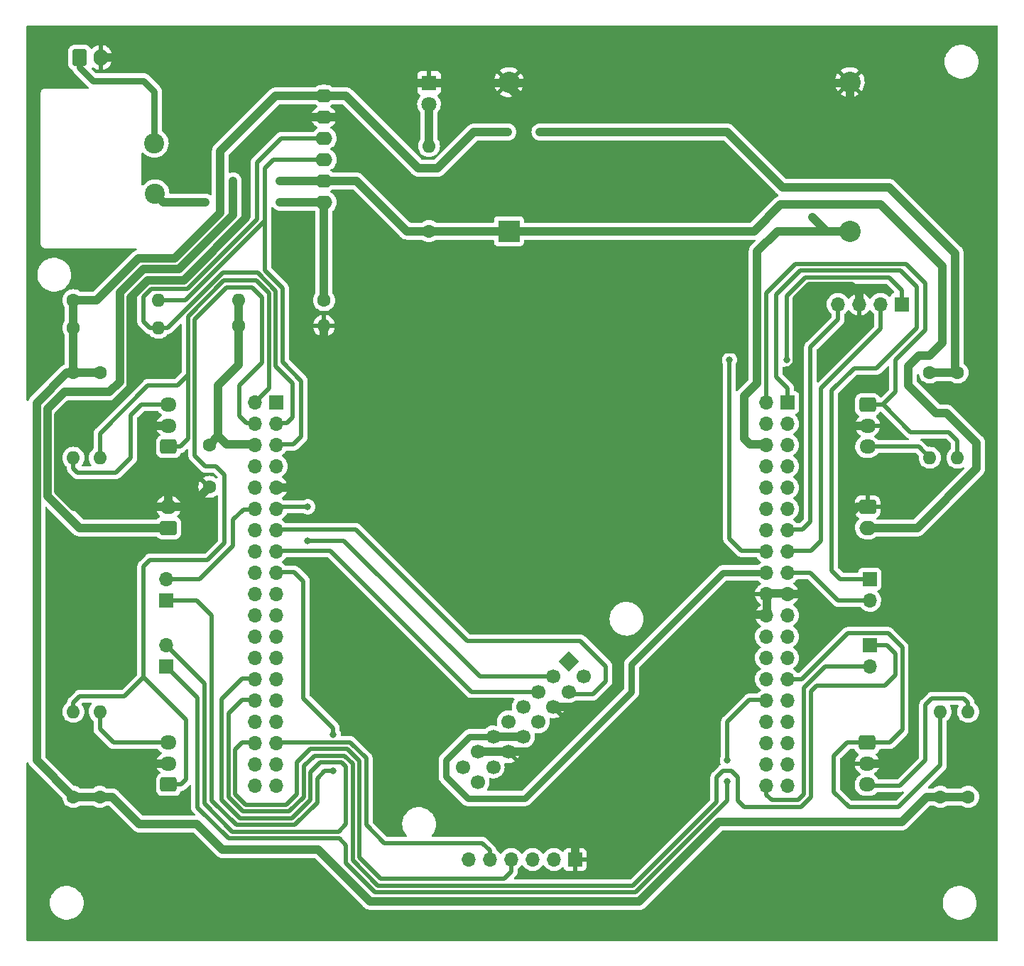
<source format=gbr>
%TF.GenerationSoftware,KiCad,Pcbnew,(6.0.10)*%
%TF.CreationDate,2023-11-27T14:58:48-03:00*%
%TF.ProjectId,ProyectoFinal_Invertido,50726f79-6563-4746-9f46-696e616c5f49,rev?*%
%TF.SameCoordinates,Original*%
%TF.FileFunction,Copper,L1,Top*%
%TF.FilePolarity,Positive*%
%FSLAX46Y46*%
G04 Gerber Fmt 4.6, Leading zero omitted, Abs format (unit mm)*
G04 Created by KiCad (PCBNEW (6.0.10)) date 2023-11-27 14:58:48*
%MOMM*%
%LPD*%
G01*
G04 APERTURE LIST*
G04 Aperture macros list*
%AMRoundRect*
0 Rectangle with rounded corners*
0 $1 Rounding radius*
0 $2 $3 $4 $5 $6 $7 $8 $9 X,Y pos of 4 corners*
0 Add a 4 corners polygon primitive as box body*
4,1,4,$2,$3,$4,$5,$6,$7,$8,$9,$2,$3,0*
0 Add four circle primitives for the rounded corners*
1,1,$1+$1,$2,$3*
1,1,$1+$1,$4,$5*
1,1,$1+$1,$6,$7*
1,1,$1+$1,$8,$9*
0 Add four rect primitives between the rounded corners*
20,1,$1+$1,$2,$3,$4,$5,0*
20,1,$1+$1,$4,$5,$6,$7,0*
20,1,$1+$1,$6,$7,$8,$9,0*
20,1,$1+$1,$8,$9,$2,$3,0*%
%AMHorizOval*
0 Thick line with rounded ends*
0 $1 width*
0 $2 $3 position (X,Y) of the first rounded end (center of the circle)*
0 $4 $5 position (X,Y) of the second rounded end (center of the circle)*
0 Add line between two ends*
20,1,$1,$2,$3,$4,$5,0*
0 Add two circle primitives to create the rounded ends*
1,1,$1,$2,$3*
1,1,$1,$4,$5*%
%AMRotRect*
0 Rectangle, with rotation*
0 The origin of the aperture is its center*
0 $1 length*
0 $2 width*
0 $3 Rotation angle, in degrees counterclockwise*
0 Add horizontal line*
21,1,$1,$2,0,0,$3*%
G04 Aperture macros list end*
%TA.AperFunction,ComponentPad*%
%ADD10RotRect,1.700000X1.700000X315.000000*%
%TD*%
%TA.AperFunction,ComponentPad*%
%ADD11HorizOval,1.700000X0.000000X0.000000X0.000000X0.000000X0*%
%TD*%
%TA.AperFunction,ComponentPad*%
%ADD12R,1.700000X1.700000*%
%TD*%
%TA.AperFunction,ComponentPad*%
%ADD13O,1.700000X1.700000*%
%TD*%
%TA.AperFunction,ComponentPad*%
%ADD14C,1.600000*%
%TD*%
%TA.AperFunction,ComponentPad*%
%ADD15O,1.600000X1.600000*%
%TD*%
%TA.AperFunction,ComponentPad*%
%ADD16R,1.800000X1.800000*%
%TD*%
%TA.AperFunction,ComponentPad*%
%ADD17C,1.800000*%
%TD*%
%TA.AperFunction,SMDPad,CuDef*%
%ADD18C,2.400000*%
%TD*%
%TA.AperFunction,ComponentPad*%
%ADD19RoundRect,0.250000X0.750000X-0.600000X0.750000X0.600000X-0.750000X0.600000X-0.750000X-0.600000X0*%
%TD*%
%TA.AperFunction,ComponentPad*%
%ADD20O,2.000000X1.700000*%
%TD*%
%TA.AperFunction,ComponentPad*%
%ADD21RoundRect,0.250000X-0.725000X0.600000X-0.725000X-0.600000X0.725000X-0.600000X0.725000X0.600000X0*%
%TD*%
%TA.AperFunction,ComponentPad*%
%ADD22O,1.950000X1.700000*%
%TD*%
%TA.AperFunction,ComponentPad*%
%ADD23RoundRect,0.250000X0.725000X-0.600000X0.725000X0.600000X-0.725000X0.600000X-0.725000X-0.600000X0*%
%TD*%
%TA.AperFunction,ComponentPad*%
%ADD24RoundRect,0.250000X-0.750000X0.600000X-0.750000X-0.600000X0.750000X-0.600000X0.750000X0.600000X0*%
%TD*%
%TA.AperFunction,ComponentPad*%
%ADD25RoundRect,0.250000X-0.600000X-0.750000X0.600000X-0.750000X0.600000X0.750000X-0.600000X0.750000X0*%
%TD*%
%TA.AperFunction,ComponentPad*%
%ADD26O,1.700000X2.000000*%
%TD*%
%TA.AperFunction,ComponentPad*%
%ADD27O,2.000000X1.600000*%
%TD*%
%TA.AperFunction,ComponentPad*%
%ADD28R,2.540000X2.540000*%
%TD*%
%TA.AperFunction,ComponentPad*%
%ADD29C,2.540000*%
%TD*%
%TA.AperFunction,ViaPad*%
%ADD30C,0.800000*%
%TD*%
%TA.AperFunction,Conductor*%
%ADD31C,1.000000*%
%TD*%
%TA.AperFunction,Conductor*%
%ADD32C,0.500000*%
%TD*%
%TA.AperFunction,Conductor*%
%ADD33C,0.800000*%
%TD*%
G04 APERTURE END LIST*
D10*
%TO.P,J14,1,Pin_1*%
%TO.N,unconnected-(J14-Pad1)*%
X224541628Y-189665795D03*
D11*
%TO.P,J14,2,Pin_2*%
%TO.N,unconnected-(J14-Pad2)*%
X226337679Y-191461847D03*
%TO.P,J14,3,Pin_3*%
%TO.N,SPI_SCLK*%
X222745576Y-191461847D03*
%TO.P,J14,4,Pin_4*%
%TO.N,SPI_MISO*%
X224541628Y-193257898D03*
%TO.P,J14,5,Pin_5*%
%TO.N,SPI_MOSI*%
X220949525Y-193257898D03*
%TO.P,J14,6,Pin_6*%
%TO.N,GND*%
X222745576Y-195053949D03*
%TO.P,J14,7,Pin_7*%
%TO.N,unconnected-(J14-Pad7)*%
X219153474Y-195053949D03*
%TO.P,J14,8,Pin_8*%
%TO.N,unconnected-(J14-Pad8)*%
X220949525Y-196850000D03*
%TO.P,J14,9,Pin_9*%
%TO.N,unconnected-(J14-Pad9)*%
X217357423Y-196850000D03*
%TO.P,J14,10,Pin_10*%
%TO.N,+5V*%
X219153474Y-198646051D03*
%TO.P,J14,11,Pin_11*%
X215561372Y-198646051D03*
%TO.P,J14,12,Pin_12*%
%TO.N,GND*%
X217357423Y-200442103D03*
%TO.P,J14,13,Pin_13*%
X213765320Y-200442103D03*
%TO.P,J14,14,Pin_14*%
%TO.N,unconnected-(J14-Pad14)*%
X215561372Y-202238154D03*
%TO.P,J14,15,Pin_15*%
%TO.N,unconnected-(J14-Pad15)*%
X211969269Y-202238154D03*
%TO.P,J14,16,Pin_16*%
%TO.N,unconnected-(J14-Pad16)*%
X213765320Y-204034205D03*
%TD*%
D12*
%TO.P,J16,1,Pin_1*%
%TO.N,+3V3*%
X264298906Y-147041000D03*
D13*
%TO.P,J16,2,Pin_2*%
%TO.N,SWCLK*%
X261758906Y-147041000D03*
%TO.P,J16,3,Pin_3*%
%TO.N,GND*%
X259218906Y-147041000D03*
%TO.P,J16,4,Pin_4*%
%TO.N,SWDIO*%
X256678906Y-147041000D03*
%TD*%
D12*
%TO.P,J10,1,Pin_1*%
%TO.N,MOTOR4_PWMN*%
X260498906Y-187706000D03*
D13*
%TO.P,J10,2,Pin_2*%
%TO.N,MOTOR4_PWM*%
X260498906Y-190246000D03*
%TD*%
D12*
%TO.P,U3,1,PC10*%
%TO.N,MOTOR1_PWMN*%
X250664906Y-158750000D03*
D13*
%TO.P,U3,2,PC11*%
%TO.N,MOTOR1_ENCODER*%
X248124906Y-158750000D03*
%TO.P,U3,3,PC12*%
%TO.N,unconnected-(U3-Pad3)*%
X250664906Y-161290000D03*
%TO.P,U3,4,PD2*%
%TO.N,unconnected-(U3-Pad4)*%
X248124906Y-161290000D03*
%TO.P,U3,5,VDD*%
%TO.N,unconnected-(U3-Pad5)*%
X250664906Y-163830000D03*
%TO.P,U3,6,E5V*%
%TO.N,+5V*%
X248124906Y-163830000D03*
%TO.P,U3,7,BOOT0*%
%TO.N,unconnected-(U3-Pad7)*%
X250664906Y-166370000D03*
%TO.P,U3,8,GND*%
%TO.N,unconnected-(U3-Pad8)*%
X248124906Y-166370000D03*
%TO.P,U3,9,NC*%
%TO.N,unconnected-(U3-Pad9)*%
X250664906Y-168910000D03*
%TO.P,U3,10,NC*%
%TO.N,unconnected-(U3-Pad10)*%
X248124906Y-168910000D03*
%TO.P,U3,11,NC*%
%TO.N,unconnected-(U3-Pad11)*%
X250664906Y-171450000D03*
%TO.P,U3,12,IOREF*%
%TO.N,unconnected-(U3-Pad12)*%
X248124906Y-171450000D03*
%TO.P,U3,13,PA13*%
%TO.N,SWDIO*%
X250664906Y-173990000D03*
%TO.P,U3,14,RESET*%
%TO.N,unconnected-(U3-Pad14)*%
X248124906Y-173990000D03*
%TO.P,U3,15,PA14*%
%TO.N,SWCLK*%
X250664906Y-176530000D03*
%TO.P,U3,16,+3V3*%
%TO.N,+3V3*%
X248124906Y-176530000D03*
%TO.P,U3,17,PA15*%
%TO.N,MOTOR1_PWM*%
X250664906Y-179070000D03*
%TO.P,U3,18,+5V*%
%TO.N,+5V*%
X248124906Y-179070000D03*
%TO.P,U3,19,GND*%
%TO.N,GND*%
X250664906Y-181610000D03*
%TO.P,U3,20,GND*%
X248124906Y-181610000D03*
%TO.P,U3,21,PB7*%
%TO.N,unconnected-(U3-Pad21)*%
X250664906Y-184150000D03*
%TO.P,U3,22,GND*%
%TO.N,GND*%
X248124906Y-184150000D03*
%TO.P,U3,23,PC13*%
%TO.N,unconnected-(U3-Pad23)*%
X250664906Y-186690000D03*
%TO.P,U3,24,VIN*%
%TO.N,unconnected-(U3-Pad24)*%
X248124906Y-186690000D03*
%TO.P,U3,25,PC14*%
%TO.N,unconnected-(U3-Pad25)*%
X250664906Y-189230000D03*
%TO.P,U3,26,NC*%
%TO.N,unconnected-(U3-Pad26)*%
X248124906Y-189230000D03*
%TO.P,U3,27,PC15*%
%TO.N,MOTOR4_ENCODER*%
X250664906Y-191770000D03*
%TO.P,U3,28,PA0*%
%TO.N,unconnected-(U3-Pad28)*%
X248124906Y-191770000D03*
%TO.P,U3,29,PF0*%
%TO.N,unconnected-(U3-Pad29)*%
X250664906Y-194310000D03*
%TO.P,U3,30,PA1*%
%TO.N,MOTOR3_PWMN*%
X248124906Y-194310000D03*
%TO.P,U3,31,PF1*%
%TO.N,unconnected-(U3-Pad31)*%
X250664906Y-196850000D03*
%TO.P,U3,32,PA4*%
%TO.N,unconnected-(U3-Pad32)*%
X248124906Y-196850000D03*
%TO.P,U3,33,VBAT*%
%TO.N,unconnected-(U3-Pad33)*%
X250664906Y-199390000D03*
%TO.P,U3,34,PB0*%
%TO.N,unconnected-(U3-Pad34)*%
X248124906Y-199390000D03*
%TO.P,U3,35,PC2*%
%TO.N,unconnected-(U3-Pad35)*%
X250664906Y-201930000D03*
%TO.P,U3,36,PC1*%
%TO.N,unconnected-(U3-Pad36)*%
X248124906Y-201930000D03*
%TO.P,U3,37,PC3*%
%TO.N,unconnected-(U3-Pad37)*%
X250664906Y-204470000D03*
%TO.P,U3,38,PC0*%
%TO.N,MOTOR4_PWM*%
X248124906Y-204470000D03*
D12*
%TO.P,U3,39,PC9*%
%TO.N,unconnected-(U3-Pad39)*%
X189704906Y-158750000D03*
D13*
%TO.P,U3,40,PC8*%
%TO.N,MOTOR2_ENCODER*%
X187164906Y-158750000D03*
%TO.P,U3,41,PB8*%
%TO.N,I2C_SCL*%
X189704906Y-161290000D03*
%TO.P,U3,42,PC6*%
%TO.N,MOTOR3_ENCODER*%
X187164906Y-161290000D03*
%TO.P,U3,43,PB9*%
%TO.N,I2C_SDA*%
X189704906Y-163830000D03*
%TO.P,U3,44,PC5*%
%TO.N,Vbat*%
X187164906Y-163830000D03*
%TO.P,U3,45,AVDD*%
%TO.N,unconnected-(U3-Pad45)*%
X189704906Y-166370000D03*
%TO.P,U3,46,U5V*%
%TO.N,unconnected-(U3-Pad46)*%
X187164906Y-166370000D03*
%TO.P,U3,47,GND*%
%TO.N,GND*%
X189704906Y-168910000D03*
%TO.P,U3,48,NC*%
%TO.N,unconnected-(U3-Pad48)*%
X187164906Y-168910000D03*
%TO.P,U3,49,PA5*%
%TO.N,SPI_SCLK*%
X189704906Y-171450000D03*
%TO.P,U3,50,PA12*%
%TO.N,MOTOR2_PWM*%
X187164906Y-171450000D03*
%TO.P,U3,51,PA6*%
%TO.N,SPI_MISO*%
X189704906Y-173990000D03*
%TO.P,U3,52,PA11*%
%TO.N,unconnected-(U3-Pad52)*%
X187164906Y-173990000D03*
%TO.P,U3,53,PA7*%
%TO.N,SPI_MOSI*%
X189704906Y-176530000D03*
%TO.P,U3,54,PB12*%
%TO.N,unconnected-(U3-Pad54)*%
X187164906Y-176530000D03*
%TO.P,U3,55,PB6*%
%TO.N,MOTOR2_PWMN*%
X189704906Y-179070000D03*
%TO.P,U3,56,PB11*%
%TO.N,unconnected-(U3-Pad56)*%
X187164906Y-179070000D03*
%TO.P,U3,57,PC7*%
%TO.N,unconnected-(U3-Pad57)*%
X189704906Y-181610000D03*
%TO.P,U3,58,GND*%
%TO.N,unconnected-(U3-Pad58)*%
X187164906Y-181610000D03*
%TO.P,U3,59,PA9*%
%TO.N,unconnected-(U3-Pad59)*%
X189704906Y-184150000D03*
%TO.P,U3,60,PB2*%
%TO.N,unconnected-(U3-Pad60)*%
X187164906Y-184150000D03*
%TO.P,U3,61,PA8*%
%TO.N,unconnected-(U3-Pad61)*%
X189704906Y-186690000D03*
%TO.P,U3,62,PB1*%
%TO.N,unconnected-(U3-Pad62)*%
X187164906Y-186690000D03*
%TO.P,U3,63,PB10*%
%TO.N,unconnected-(U3-Pad63)*%
X189704906Y-189230000D03*
%TO.P,U3,64,PB15*%
%TO.N,unconnected-(U3-Pad64)*%
X187164906Y-189230000D03*
%TO.P,U3,65,PB4*%
%TO.N,unconnected-(U3-Pad65)*%
X189704906Y-191770000D03*
%TO.P,U3,66,PB14*%
%TO.N,MOTOR3_PWM*%
X187164906Y-191770000D03*
%TO.P,U3,67,PB5*%
%TO.N,unconnected-(U3-Pad67)*%
X189704906Y-194310000D03*
%TO.P,U3,68,PB13*%
%TO.N,MOTOR4_PWMN*%
X187164906Y-194310000D03*
%TO.P,U3,69,PB3*%
%TO.N,unconnected-(U3-Pad69)*%
X189704906Y-196850000D03*
%TO.P,U3,70,AGND*%
%TO.N,unconnected-(U3-Pad70)*%
X187164906Y-196850000D03*
%TO.P,U3,71,PA10*%
%TO.N,UART_RX*%
X189704906Y-199390000D03*
%TO.P,U3,72,PC4*%
%TO.N,UART_TX*%
X187164906Y-199390000D03*
%TO.P,U3,73,PA2*%
%TO.N,unconnected-(U3-Pad73)*%
X189704906Y-201930000D03*
%TO.P,U3,74,NC*%
%TO.N,unconnected-(U3-Pad74)*%
X187164906Y-201930000D03*
%TO.P,U3,75,PA3*%
%TO.N,unconnected-(U3-Pad75)*%
X189704906Y-204470000D03*
%TO.P,U3,76,NC*%
%TO.N,unconnected-(U3-Pad76)*%
X187164906Y-204470000D03*
%TD*%
D14*
%TO.P,R11,1*%
%TO.N,Vbat*%
X185227706Y-149606000D03*
D15*
%TO.P,R11,2*%
%TO.N,GND*%
X195387706Y-149606000D03*
%TD*%
D16*
%TO.P,D1,1,K*%
%TO.N,GND*%
X207906906Y-120645000D03*
D17*
%TO.P,D1,2,A*%
%TO.N,Net-(D1-Pad2)*%
X207906906Y-123185000D03*
%TD*%
D14*
%TO.P,R12,1*%
%TO.N,+5V*%
X165502906Y-149860000D03*
D15*
%TO.P,R12,2*%
%TO.N,I2C_SCL*%
X175662906Y-149860000D03*
%TD*%
D12*
%TO.P,J9,1,Pin_1*%
%TO.N,MOTOR3_PWMN*%
X176551906Y-190256000D03*
D13*
%TO.P,J9,2,Pin_2*%
%TO.N,MOTOR3_PWM*%
X176551906Y-187716000D03*
%TD*%
D14*
%TO.P,C1,1*%
%TO.N,Vbat*%
X181718906Y-163830000D03*
%TO.P,C1,2*%
%TO.N,GND*%
X181718906Y-168830000D03*
%TD*%
D18*
%TO.P,SW1,1,A*%
%TO.N,Net-(J12-Pad1)*%
X175152906Y-127843800D03*
%TO.P,SW1,2,B*%
%TO.N,Net-(R10-Pad1)*%
X175238906Y-133843800D03*
%TD*%
D19*
%TO.P,J4,1,Pin_1*%
%TO.N,+12V*%
X176851906Y-173716000D03*
D20*
%TO.P,J4,2,Pin_2*%
%TO.N,GND*%
X176851906Y-171216000D03*
%TD*%
D21*
%TO.P,J6,1,Pin_1*%
%TO.N,MOTOR4_ENCODER*%
X260152906Y-199343000D03*
D22*
%TO.P,J6,2,Pin_2*%
%TO.N,GND*%
X260152906Y-201843000D03*
%TO.P,J6,3,Pin_3*%
%TO.N,Net-(J6-Pad3)*%
X260152906Y-204343000D03*
%TD*%
D12*
%TO.P,J8,1,Pin_1*%
%TO.N,MOTOR2_PWMN*%
X176551906Y-182377000D03*
D13*
%TO.P,J8,2,Pin_2*%
%TO.N,MOTOR2_PWM*%
X176551906Y-179837000D03*
%TD*%
D14*
%TO.P,R5,1*%
%TO.N,+5V*%
X168652506Y-155194000D03*
D15*
%TO.P,R5,2*%
%TO.N,MOTOR2_ENCODER*%
X168652506Y-165354000D03*
%TD*%
D14*
%TO.P,R7,1*%
%TO.N,+5V*%
X165502906Y-155194000D03*
D15*
%TO.P,R7,2*%
%TO.N,Net-(J5-Pad3)*%
X165502906Y-165354000D03*
%TD*%
D14*
%TO.P,R3,1*%
%TO.N,+5V*%
X267610906Y-155194000D03*
D15*
%TO.P,R3,2*%
%TO.N,Net-(J2-Pad3)*%
X267610906Y-165354000D03*
%TD*%
D14*
%TO.P,R4,1*%
%TO.N,+5V*%
X168652506Y-205807000D03*
D15*
%TO.P,R4,2*%
%TO.N,Net-(J3-Pad3)*%
X168652506Y-195647000D03*
%TD*%
D14*
%TO.P,R8,1*%
%TO.N,+5V*%
X272182906Y-205807000D03*
D15*
%TO.P,R8,2*%
%TO.N,Net-(J6-Pad3)*%
X272182906Y-195647000D03*
%TD*%
D14*
%TO.P,R1,1*%
%TO.N,+5V*%
X270912906Y-155194000D03*
D15*
%TO.P,R1,2*%
%TO.N,MOTOR1_ENCODER*%
X270912906Y-165354000D03*
%TD*%
D14*
%TO.P,R10,1*%
%TO.N,Net-(R10-Pad1)*%
X195387706Y-146558000D03*
D15*
%TO.P,R10,2*%
%TO.N,Vbat*%
X185227706Y-146558000D03*
%TD*%
D23*
%TO.P,J3,1,Pin_1*%
%TO.N,MOTOR3_ENCODER*%
X176851906Y-204343000D03*
D22*
%TO.P,J3,2,Pin_2*%
%TO.N,GND*%
X176851906Y-201843000D03*
%TO.P,J3,3,Pin_3*%
%TO.N,Net-(J3-Pad3)*%
X176851906Y-199343000D03*
%TD*%
D14*
%TO.P,R13,1*%
%TO.N,+5V*%
X165502906Y-146558000D03*
D15*
%TO.P,R13,2*%
%TO.N,I2C_SDA*%
X175662906Y-146558000D03*
%TD*%
D24*
%TO.P,J1,1,Pin_1*%
%TO.N,GND*%
X260198906Y-171216000D03*
D20*
%TO.P,J1,2,Pin_2*%
%TO.N,+12V*%
X260198906Y-173716000D03*
%TD*%
D25*
%TO.P,J12,1,Pin_1*%
%TO.N,Net-(J12-Pad1)*%
X166264906Y-117602000D03*
D26*
%TO.P,J12,2,Pin_2*%
%TO.N,GND*%
X168764906Y-117602000D03*
%TD*%
D27*
%TO.P,U1,1,Vcc*%
%TO.N,+5V*%
X195387706Y-122174000D03*
%TO.P,U1,2,GND*%
%TO.N,GND*%
X195387706Y-124714000D03*
%TO.P,U1,3,SCL*%
%TO.N,I2C_SCL*%
X195387706Y-127254000D03*
%TO.P,U1,4,SDA*%
%TO.N,I2C_SDA*%
X195387706Y-129794000D03*
%TO.P,U1,5,Vin-*%
%TO.N,+12V*%
X195387706Y-132334000D03*
%TO.P,U1,6,Vin+*%
%TO.N,Net-(R10-Pad1)*%
X195387706Y-134874000D03*
%TD*%
D23*
%TO.P,J5,1,Pin_1*%
%TO.N,MOTOR2_ENCODER*%
X176851906Y-164024000D03*
D22*
%TO.P,J5,2,Pin_2*%
%TO.N,GND*%
X176851906Y-161524000D03*
%TO.P,J5,3,Pin_3*%
%TO.N,Net-(J5-Pad3)*%
X176851906Y-159024000D03*
%TD*%
D14*
%TO.P,R9,1*%
%TO.N,+12V*%
X207906906Y-138319200D03*
D15*
%TO.P,R9,2*%
%TO.N,Net-(D1-Pad2)*%
X207906906Y-128159200D03*
%TD*%
D12*
%TO.P,J15,1,Pin_1*%
%TO.N,GND*%
X225317811Y-213278000D03*
D13*
%TO.P,J15,2,Pin_2*%
%TO.N,unconnected-(J15-Pad2)*%
X222777811Y-213278000D03*
%TO.P,J15,3,Pin_3*%
%TO.N,unconnected-(J15-Pad3)*%
X220237811Y-213278000D03*
%TO.P,J15,4,Pin_4*%
%TO.N,UART_TX*%
X217697811Y-213278000D03*
%TO.P,J15,5,Pin_5*%
%TO.N,UART_RX*%
X215157811Y-213278000D03*
%TO.P,J15,6,Pin_6*%
%TO.N,unconnected-(J15-Pad6)*%
X212617811Y-213278000D03*
%TD*%
D14*
%TO.P,R2,1*%
%TO.N,+5V*%
X165502906Y-205807000D03*
D15*
%TO.P,R2,2*%
%TO.N,MOTOR3_ENCODER*%
X165502906Y-195647000D03*
%TD*%
D12*
%TO.P,J7,1,Pin_1*%
%TO.N,MOTOR1_PWMN*%
X260452906Y-179827000D03*
D13*
%TO.P,J7,2,Pin_2*%
%TO.N,MOTOR1_PWM*%
X260452906Y-182367000D03*
%TD*%
D28*
%TO.P,U2,1,IN+*%
%TO.N,+12V*%
X217431906Y-138319200D03*
D29*
%TO.P,U2,2,IN-*%
%TO.N,GND*%
X217431906Y-120539200D03*
%TO.P,U2,3,OUT+*%
%TO.N,+5V*%
X258071906Y-138319200D03*
%TO.P,U2,4,OUT-*%
%TO.N,GND*%
X258071906Y-120539200D03*
%TD*%
D14*
%TO.P,R6,1*%
%TO.N,+5V*%
X268880906Y-205807000D03*
D15*
%TO.P,R6,2*%
%TO.N,MOTOR4_ENCODER*%
X268880906Y-195647000D03*
%TD*%
D21*
%TO.P,J2,1,Pin_1*%
%TO.N,MOTOR1_ENCODER*%
X260198906Y-159024000D03*
D22*
%TO.P,J2,2,Pin_2*%
%TO.N,GND*%
X260198906Y-161524000D03*
%TO.P,J2,3,Pin_3*%
%TO.N,Net-(J2-Pad3)*%
X260198906Y-164024000D03*
%TD*%
D30*
%TO.N,GND*%
X245512906Y-154940000D03*
X233828906Y-191770000D03*
X230272906Y-191770000D03*
X250592906Y-154940000D03*
%TO.N,+12V*%
X190140906Y-132334000D03*
X184552906Y-132334000D03*
%TO.N,MOTOR2_PWMN*%
X196490906Y-198340500D03*
X196490906Y-202692000D03*
%TO.N,MOTOR3_PWMN*%
X243480906Y-201422000D03*
X243480906Y-203962000D03*
%TO.N,+5V*%
X253640906Y-136652000D03*
X217318906Y-126492000D03*
X253640906Y-133096000D03*
X221128906Y-126492000D03*
%TO.N,SPI_SCLK*%
X193442906Y-175260000D03*
X193442906Y-171196000D03*
%TO.N,Net-(R10-Pad1)*%
X181250906Y-134874000D03*
X190140906Y-134874000D03*
%TO.N,+3V3*%
X243734906Y-153670000D03*
X250592906Y-153670000D03*
%TD*%
D31*
%TO.N,Vbat*%
X183730906Y-163730000D02*
X182774906Y-162774000D01*
X182774906Y-156718000D02*
X182774906Y-162774000D01*
X182774906Y-162774000D02*
X181718906Y-163830000D01*
X187226906Y-163730000D02*
X183730906Y-163730000D01*
X185227706Y-149606000D02*
X185227706Y-154265200D01*
X185227706Y-154265200D02*
X182774906Y-156718000D01*
X185227706Y-146558000D02*
X185227706Y-149606000D01*
%TO.N,GND*%
X163216906Y-194310000D02*
X163216906Y-197358000D01*
X190394906Y-124714000D02*
X186076906Y-129032000D01*
X258071906Y-121158000D02*
X257563906Y-120650000D01*
X233828906Y-191770000D02*
X233828906Y-190500000D01*
X226462906Y-185674000D02*
X214016906Y-185674000D01*
X244750906Y-152400000D02*
X242464906Y-152400000D01*
X233828906Y-191770000D02*
X233828906Y-193802000D01*
X171090906Y-192532000D02*
X164994906Y-192532000D01*
X195387706Y-166282800D02*
X195387706Y-167219200D01*
X251792906Y-146374000D02*
X251792906Y-154167057D01*
X242464906Y-152400000D02*
X241922906Y-152942000D01*
X245512906Y-154940000D02*
X245512906Y-153162000D01*
X197760906Y-124714000D02*
X190394906Y-124714000D01*
X172614906Y-191008000D02*
X171090906Y-192532000D01*
X241922906Y-177834000D02*
X230272906Y-189484000D01*
X228240906Y-194564000D02*
X222362803Y-200442103D01*
X216898106Y-120624200D02*
X201291106Y-120624200D01*
X172340106Y-156992800D02*
X170328906Y-159004000D01*
X265324906Y-176784000D02*
X266086906Y-176022000D01*
X180234906Y-174625000D02*
X179091906Y-175768000D01*
X174392906Y-166370000D02*
X174392906Y-162306000D01*
X170328906Y-159004000D02*
X164994906Y-159004000D01*
X253276906Y-144890000D02*
X251792906Y-146374000D01*
X189804906Y-168810000D02*
X189704906Y-168910000D01*
X214016906Y-185674000D02*
X195387706Y-167044800D01*
X248186906Y-181510000D02*
X250726906Y-181510000D01*
X258486906Y-161524000D02*
X257704906Y-162306000D01*
X172340106Y-146189876D02*
X172340106Y-156992800D01*
X250664906Y-181610000D02*
X252878906Y-181610000D01*
X258071906Y-120539200D02*
X258071906Y-125589000D01*
X163216906Y-197358000D02*
X167701906Y-201843000D01*
X167701906Y-201843000D02*
X176851906Y-201843000D01*
X163724906Y-169357522D02*
X165583384Y-171216000D01*
X227750957Y-195053949D02*
X228240906Y-194564000D01*
X179332906Y-171216000D02*
X181718906Y-168830000D01*
X219096906Y-129032000D02*
X215286906Y-132842000D01*
X230272906Y-189484000D02*
X226462906Y-185674000D01*
X180234906Y-172118000D02*
X180234906Y-174625000D01*
X260198906Y-161524000D02*
X258486906Y-161524000D01*
X172614906Y-177546000D02*
X172614906Y-191008000D01*
X259218906Y-147041000D02*
X259218906Y-145838919D01*
X257563906Y-120650000D02*
X217939906Y-120650000D01*
X217357423Y-200442103D02*
X213765320Y-200442103D01*
X176851906Y-168829000D02*
X174392906Y-166370000D01*
X179332906Y-171216000D02*
X180234906Y-172118000D01*
X230272906Y-191770000D02*
X230272906Y-192532000D01*
X195387706Y-167044800D02*
X195387706Y-166282800D01*
X176851906Y-171216000D02*
X176851906Y-168829000D01*
X186076906Y-129032000D02*
X186076906Y-136737596D01*
X164994906Y-159004000D02*
X163724906Y-160274000D01*
X174392906Y-175768000D02*
X172614906Y-177546000D01*
X165583384Y-171216000D02*
X176851906Y-171216000D01*
X175174906Y-161524000D02*
X176851906Y-161524000D01*
X257704906Y-162306000D02*
X257704906Y-175006000D01*
X225317811Y-202313095D02*
X225317811Y-213278000D01*
X245512906Y-153162000D02*
X244750906Y-152400000D01*
X174392906Y-162306000D02*
X175174906Y-161524000D01*
X258954906Y-171216000D02*
X260198906Y-171216000D01*
X248186906Y-184050000D02*
X248186906Y-181510000D01*
X217431906Y-121158000D02*
X219096906Y-122823000D01*
X198268906Y-117602000D02*
X168764906Y-117602000D01*
X255672906Y-184404000D02*
X263292906Y-184404000D01*
X217431906Y-121158000D02*
X216898106Y-120624200D01*
X176851906Y-171216000D02*
X179332906Y-171216000D01*
X230272906Y-191770000D02*
X230272906Y-189484000D01*
X233828906Y-193802000D02*
X225317811Y-202313095D01*
X257704906Y-175006000D02*
X259482906Y-176784000D01*
X217939906Y-120650000D02*
X217431906Y-121158000D01*
X257704906Y-172466000D02*
X258954906Y-171216000D01*
X258269987Y-144890000D02*
X253276906Y-144890000D01*
X174371982Y-144158000D02*
X172340106Y-146189876D01*
X233828906Y-190500000D02*
X240278906Y-184050000D01*
X163724906Y-160274000D02*
X163724906Y-169357522D01*
X195387706Y-149606000D02*
X195387706Y-166282800D01*
X265578906Y-200152000D02*
X265578906Y-182118000D01*
X179091906Y-175768000D02*
X174392906Y-175768000D01*
X178656502Y-144158000D02*
X174371982Y-144158000D01*
X222745576Y-195053949D02*
X227750957Y-195053949D01*
X252878906Y-181610000D02*
X255672906Y-184404000D01*
X241922906Y-152942000D02*
X241922906Y-177834000D01*
X186076906Y-136737596D02*
X178656502Y-144158000D01*
X193696906Y-168910000D02*
X189704906Y-168910000D01*
X274976906Y-142494000D02*
X274976906Y-167132000D01*
X222362803Y-200442103D02*
X217357423Y-200442103D01*
X251019963Y-154940000D02*
X250592906Y-154940000D01*
X219096906Y-122823000D02*
X219096906Y-129032000D01*
X260152906Y-201843000D02*
X263887906Y-201843000D01*
X259218906Y-145838919D02*
X258269987Y-144890000D01*
X195387706Y-149606000D02*
X195474906Y-149693200D01*
X240278906Y-184050000D02*
X248186906Y-184050000D01*
X195387706Y-167219200D02*
X193696906Y-168910000D01*
X274976906Y-167132000D02*
X266086906Y-176022000D01*
X205888906Y-132842000D02*
X197760906Y-124714000D01*
X265578906Y-182118000D02*
X265578906Y-176530000D01*
X258071906Y-125589000D02*
X274976906Y-142494000D01*
X251792906Y-154167057D02*
X251019963Y-154940000D01*
X265578906Y-176530000D02*
X266086906Y-176022000D01*
X201291106Y-120624200D02*
X198268906Y-117602000D01*
X263887906Y-201843000D02*
X265578906Y-200152000D01*
X259482906Y-176784000D02*
X265324906Y-176784000D01*
X164994906Y-192532000D02*
X163216906Y-194310000D01*
X215286906Y-132842000D02*
X205888906Y-132842000D01*
X263292906Y-184404000D02*
X265578906Y-182118000D01*
X230272906Y-192532000D02*
X228240906Y-194564000D01*
%TO.N,Net-(D1-Pad2)*%
X207906906Y-123698000D02*
X207906906Y-127923000D01*
%TO.N,+12V*%
X162424906Y-169896000D02*
X166244906Y-173716000D01*
X249830906Y-135128000D02*
X246639706Y-138319200D01*
X171040106Y-156260800D02*
X169820906Y-157480000D01*
X199284906Y-132334000D02*
X205270106Y-138319200D01*
X190140906Y-132334000D02*
X199284906Y-132334000D01*
X266340906Y-153162000D02*
X267610906Y-153162000D01*
X268372906Y-160020000D02*
X265070906Y-156718000D01*
X267610906Y-153162000D02*
X269134906Y-151638000D01*
X184552906Y-132334000D02*
X184552906Y-136423118D01*
X217431906Y-138319200D02*
X207906906Y-138319200D01*
X166244906Y-173716000D02*
X176851906Y-173716000D01*
X169820906Y-157480000D02*
X164486906Y-157480000D01*
X260198906Y-173716000D02*
X266106906Y-173716000D01*
X164486906Y-157480000D02*
X162424906Y-159542000D01*
X269642906Y-160020000D02*
X268372906Y-160020000D01*
X273198906Y-166624000D02*
X273198906Y-163576000D01*
X162424906Y-159542000D02*
X162424906Y-169896000D01*
X273198906Y-163576000D02*
X269642906Y-160020000D01*
X265070906Y-156718000D02*
X265070906Y-154432000D01*
X266106906Y-173716000D02*
X273198906Y-166624000D01*
X261768906Y-135128000D02*
X249830906Y-135128000D01*
X269134906Y-142494000D02*
X261768906Y-135128000D01*
X246639706Y-138319200D02*
X217431906Y-138319200D01*
X173833504Y-142858000D02*
X171040106Y-145651398D01*
X178118024Y-142858000D02*
X173833504Y-142858000D01*
X184552906Y-136423118D02*
X178118024Y-142858000D01*
X265070906Y-154432000D02*
X266340906Y-153162000D01*
X205270106Y-138319200D02*
X207906906Y-138319200D01*
X171040106Y-145651398D02*
X171040106Y-156260800D01*
X269134906Y-151638000D02*
X269134906Y-142494000D01*
D32*
%TO.N,MOTOR1_ENCODER*%
X263546906Y-153670000D02*
X267102906Y-150114000D01*
X263546906Y-157480000D02*
X263546906Y-153670000D01*
X262042906Y-159024000D02*
X260198906Y-159024000D01*
X251608906Y-142240000D02*
X248124906Y-145724000D01*
X270912906Y-165354000D02*
X270912906Y-163322000D01*
X270912906Y-163322000D02*
X269896906Y-162306000D01*
X267102906Y-150114000D02*
X267102906Y-144526000D01*
X248124906Y-158588000D02*
X248186906Y-158650000D01*
X269896906Y-162306000D02*
X265324906Y-162306000D01*
X265324906Y-162306000D02*
X262042906Y-159024000D01*
X262002906Y-159024000D02*
X263546906Y-157480000D01*
X267102906Y-144526000D02*
X264816906Y-142240000D01*
X264816906Y-142240000D02*
X251608906Y-142240000D01*
X260198906Y-159024000D02*
X262002906Y-159024000D01*
X248124906Y-145724000D02*
X248124906Y-158588000D01*
%TO.N,MOTOR3_ENCODER*%
X174646906Y-177546000D02*
X181504906Y-177546000D01*
X183536906Y-175514000D02*
X183536906Y-167386000D01*
X186103906Y-161190000D02*
X187226906Y-161190000D01*
X183536906Y-167386000D02*
X182520906Y-166370000D01*
X181504906Y-177546000D02*
X183536906Y-175514000D01*
X171598906Y-193802000D02*
X173884906Y-191516000D01*
X178964906Y-203708000D02*
X178329906Y-204343000D01*
X173884906Y-178308000D02*
X174646906Y-177546000D01*
X183790906Y-145034000D02*
X186838906Y-145034000D01*
X173884906Y-191516000D02*
X173884906Y-178308000D01*
X185314906Y-160401000D02*
X186103906Y-161190000D01*
X173884906Y-191516000D02*
X178964906Y-196596000D01*
X182520906Y-166370000D02*
X181250906Y-166370000D01*
X165502906Y-194564000D02*
X166264906Y-193802000D01*
X188032906Y-146228000D02*
X188032906Y-154000000D01*
X166264906Y-193802000D02*
X171598906Y-193802000D01*
X179980906Y-148844000D02*
X183790906Y-145034000D01*
X181250906Y-166370000D02*
X179980906Y-165100000D01*
X179980906Y-165100000D02*
X179980906Y-148844000D01*
X178964906Y-196596000D02*
X178964906Y-203708000D01*
X188032906Y-154000000D02*
X185314906Y-156718000D01*
X186838906Y-145034000D02*
X188032906Y-146228000D01*
X185314906Y-156718000D02*
X185314906Y-160401000D01*
X178329906Y-204343000D02*
X176851906Y-204343000D01*
X165502906Y-195647000D02*
X165502906Y-194564000D01*
%TO.N,MOTOR2_ENCODER*%
X179180906Y-163106000D02*
X179180906Y-155156000D01*
X179180906Y-155486000D02*
X179180906Y-155156000D01*
X176851906Y-164024000D02*
X178262906Y-164024000D01*
X168652506Y-162458400D02*
X174392906Y-156718000D01*
X168652506Y-165354000D02*
X168652506Y-162458400D01*
X187308906Y-144234000D02*
X188832906Y-145758000D01*
X188832906Y-157044000D02*
X187126906Y-158750000D01*
X179180906Y-155156000D02*
X179180906Y-148512630D01*
X188832906Y-145758000D02*
X188832906Y-157044000D01*
X183459536Y-144234000D02*
X187308906Y-144234000D01*
X177948906Y-156718000D02*
X179180906Y-155486000D01*
X178262906Y-164024000D02*
X179180906Y-163106000D01*
X179180906Y-148512630D02*
X183459536Y-144234000D01*
X174392906Y-156718000D02*
X177948906Y-156718000D01*
%TO.N,MOTOR4_ENCODER*%
X256180906Y-205232000D02*
X257996906Y-207048000D01*
X257834906Y-186306000D02*
X262654906Y-186306000D01*
X257751906Y-199343000D02*
X256180906Y-200914000D01*
X252370906Y-191770000D02*
X257834906Y-186306000D01*
X262654906Y-186306000D02*
X264346906Y-187998000D01*
X250664906Y-191770000D02*
X252370906Y-191770000D01*
X262831906Y-199343000D02*
X260152906Y-199343000D01*
X264346906Y-187998000D02*
X264346906Y-197828000D01*
X256180906Y-200914000D02*
X256180906Y-205232000D01*
X263878276Y-207048000D02*
X268880906Y-202045370D01*
X264346906Y-197828000D02*
X262831906Y-199343000D01*
X257996906Y-207048000D02*
X263878276Y-207048000D01*
X268880906Y-202045370D02*
X268880906Y-195647000D01*
X260152906Y-199343000D02*
X257751906Y-199343000D01*
%TO.N,MOTOR1_PWMN*%
X260452906Y-179827000D02*
X256937906Y-179827000D01*
X256937906Y-179827000D02*
X255926906Y-178816000D01*
X266048906Y-144996000D02*
X264092906Y-143040000D01*
X252194276Y-143040000D02*
X249322906Y-145911370D01*
X258582276Y-154686000D02*
X261260906Y-154686000D01*
X264092906Y-143040000D02*
X252194276Y-143040000D01*
X249322906Y-155702000D02*
X250664906Y-157044000D01*
X250664906Y-157044000D02*
X250664906Y-158750000D01*
X261260906Y-154686000D02*
X266048906Y-149898000D01*
X255926906Y-178816000D02*
X255926906Y-157341370D01*
X249322906Y-145911370D02*
X249322906Y-155702000D01*
X266048906Y-149898000D02*
X266048906Y-144996000D01*
X255926906Y-157341370D02*
X258582276Y-154686000D01*
%TO.N,MOTOR1_PWM*%
X260452906Y-182367000D02*
X256683906Y-182367000D01*
X253386906Y-179070000D02*
X250664906Y-179070000D01*
X256683906Y-182367000D02*
X253386906Y-179070000D01*
X250726906Y-178970000D02*
X250756906Y-179000000D01*
%TO.N,MOTOR2_PWMN*%
X196490906Y-197612000D02*
X192934906Y-194056000D01*
X180239906Y-182377000D02*
X176551906Y-182377000D01*
X182012906Y-206248000D02*
X182012906Y-184150000D01*
X192934906Y-180086000D02*
X191818906Y-178970000D01*
X194572906Y-206480113D02*
X191897017Y-209156001D01*
X184920907Y-209156001D02*
X182012906Y-206248000D01*
X196490906Y-198340500D02*
X196490906Y-197612000D01*
X182012906Y-184150000D02*
X180239906Y-182377000D01*
X194572906Y-203594000D02*
X194572906Y-206480113D01*
X191818906Y-178970000D02*
X189766906Y-178970000D01*
X196490906Y-202692000D02*
X195474906Y-202692000D01*
X192934906Y-194056000D02*
X192934906Y-180086000D01*
X191897017Y-209156001D02*
X184920907Y-209156001D01*
X195474906Y-202692000D02*
X194572906Y-203594000D01*
%TO.N,MOTOR2_PWM*%
X185772906Y-171500000D02*
X187076906Y-171500000D01*
X180541591Y-179837000D02*
X184552906Y-175825685D01*
X176551906Y-179837000D02*
X180541591Y-179837000D01*
X184552906Y-175825685D02*
X184552906Y-172720000D01*
X184552906Y-172720000D02*
X185772906Y-171500000D01*
%TO.N,MOTOR3_PWMN*%
X232562773Y-217208000D02*
X201493535Y-217208000D01*
X198014906Y-213729370D02*
X198014906Y-211582000D01*
X197188907Y-210756001D02*
X183980907Y-210756001D01*
X180310906Y-194015000D02*
X176551906Y-190256000D01*
X243480906Y-206289867D02*
X232562773Y-217208000D01*
X246120906Y-194210000D02*
X248186906Y-194210000D01*
X243480906Y-196850000D02*
X246120906Y-194210000D01*
X243480906Y-203962000D02*
X243480906Y-206289867D01*
X201493535Y-217208000D02*
X198014906Y-213729370D01*
X198014906Y-211582000D02*
X197188907Y-210756001D01*
X243480906Y-201422000D02*
X243480906Y-196850000D01*
X183980907Y-210756001D02*
X180310906Y-207086000D01*
X180310906Y-207086000D02*
X180310906Y-194015000D01*
%TO.N,MOTOR3_PWM*%
X194952906Y-201690000D02*
X197520906Y-201690000D01*
X183206906Y-194132000D02*
X183206906Y-206148741D01*
X181110906Y-206616000D02*
X181110906Y-192275000D01*
X197100905Y-209956001D02*
X184450907Y-209956001D01*
X181110906Y-192275000D02*
X176551906Y-187716000D01*
X183206906Y-206148741D02*
X185414164Y-208356000D01*
X198014906Y-209042000D02*
X197100905Y-209956001D01*
X184450907Y-209956001D02*
X181110906Y-206616000D01*
X187226906Y-191670000D02*
X185668906Y-191670000D01*
X185668906Y-191670000D02*
X183206906Y-194132000D01*
X193772906Y-206148742D02*
X193772906Y-202870000D01*
X198014906Y-202184000D02*
X198014906Y-209042000D01*
X197520906Y-201690000D02*
X198014906Y-202184000D01*
X191565647Y-208356000D02*
X193772906Y-206148742D01*
X185414164Y-208356000D02*
X191565647Y-208356000D01*
X193772906Y-202870000D02*
X194952906Y-201690000D01*
%TO.N,MOTOR4_PWMN*%
X192972906Y-205817371D02*
X192972906Y-202146000D01*
X192972906Y-202146000D02*
X194228906Y-200890000D01*
X243988906Y-202692000D02*
X244750906Y-203454000D01*
X244750906Y-203454000D02*
X244750906Y-206248000D01*
X253424906Y-193256000D02*
X254148906Y-192532000D01*
X184006906Y-205817370D02*
X185745535Y-207556000D01*
X262530906Y-187706000D02*
X260498906Y-187706000D01*
X191234276Y-207556000D02*
X192972906Y-205817371D01*
X185668906Y-194210000D02*
X184006906Y-195872000D01*
X252232276Y-207010000D02*
X253424906Y-205817370D01*
X187226906Y-194210000D02*
X185668906Y-194210000D01*
X253424906Y-205817370D02*
X253424906Y-193256000D01*
X263546906Y-191262000D02*
X263546906Y-188722000D01*
X197852276Y-200890000D02*
X198814906Y-201852630D01*
X198814906Y-201852630D02*
X198814906Y-213398000D01*
X201824906Y-216408000D02*
X232231403Y-216408000D01*
X242972906Y-202692000D02*
X243988906Y-202692000D01*
X245512906Y-207010000D02*
X252232276Y-207010000D01*
X187126906Y-194310000D02*
X187226906Y-194210000D01*
X254148906Y-192532000D02*
X262276906Y-192532000D01*
X263546906Y-188722000D02*
X262530906Y-187706000D01*
X242210906Y-206428497D02*
X242210906Y-203454000D01*
X244750906Y-206248000D02*
X245512906Y-207010000D01*
X262276906Y-192532000D02*
X263546906Y-191262000D01*
X198814906Y-213398000D02*
X201824906Y-216408000D01*
X184006906Y-195872000D02*
X184006906Y-205817370D01*
X185745535Y-207556000D02*
X191234276Y-207556000D01*
X242210906Y-203454000D02*
X242972906Y-202692000D01*
X232231403Y-216408000D02*
X242210906Y-206428497D01*
X194228906Y-200890000D02*
X197852276Y-200890000D01*
%TO.N,MOTOR4_PWM*%
X248776906Y-206210000D02*
X251900906Y-206210000D01*
X252624906Y-192786000D02*
X255164906Y-190246000D01*
X255164906Y-190246000D02*
X260498906Y-190246000D01*
X248124906Y-205558000D02*
X248776906Y-206210000D01*
X248124906Y-204470000D02*
X248124906Y-205558000D01*
X252624906Y-205486000D02*
X252624906Y-192786000D01*
X251900906Y-206210000D02*
X252624906Y-205486000D01*
D31*
%TO.N,+5V*%
X242467697Y-208788000D02*
X232997697Y-218258000D01*
X168652506Y-155194000D02*
X165502906Y-155194000D01*
X173295026Y-141558000D02*
X168295026Y-146558000D01*
D33*
X232050906Y-193294000D02*
X232050906Y-189992000D01*
D31*
X165502906Y-146558000D02*
X165502906Y-155194000D01*
X161124906Y-158810000D02*
X161124906Y-201429000D01*
D33*
X215561372Y-198646051D02*
X212728855Y-198646051D01*
X232050906Y-189992000D02*
X242972906Y-179070000D01*
D31*
X177579546Y-141558000D02*
X173295026Y-141558000D01*
X173376906Y-209042000D02*
X170141906Y-205807000D01*
X168295026Y-146558000D02*
X165502906Y-146558000D01*
X180234906Y-209042000D02*
X173376906Y-209042000D01*
X183028906Y-128778000D02*
X183028906Y-136108640D01*
X170141906Y-205807000D02*
X168652506Y-205807000D01*
X245512906Y-157988000D02*
X247036906Y-156464000D01*
X161124906Y-201429000D02*
X165502906Y-205807000D01*
D33*
X248186906Y-179008000D02*
X248124906Y-179070000D01*
D31*
X183028906Y-136108640D02*
X177579546Y-141558000D01*
X213254906Y-126492000D02*
X208936906Y-130810000D01*
D33*
X219350906Y-205994000D02*
X232050906Y-193294000D01*
D31*
X219153474Y-198646051D02*
X215561372Y-198646051D01*
X183282906Y-212090000D02*
X180234906Y-209042000D01*
X249433706Y-138319200D02*
X255308106Y-138319200D01*
X267235124Y-205807000D02*
X268880906Y-205807000D01*
X165502906Y-155194000D02*
X164740906Y-155194000D01*
D33*
X212728855Y-198646051D02*
X209952906Y-201422000D01*
D31*
X198014906Y-122174000D02*
X195387706Y-122174000D01*
X232997697Y-218258000D02*
X200880906Y-218258000D01*
X270658906Y-140970000D02*
X270658906Y-154940000D01*
X168652506Y-205807000D02*
X165502906Y-205807000D01*
D33*
X242972906Y-179070000D02*
X248124906Y-179070000D01*
D31*
X217318906Y-126492000D02*
X213254906Y-126492000D01*
X268880906Y-205807000D02*
X272182906Y-205807000D01*
X194712906Y-212090000D02*
X183282906Y-212090000D01*
X245512906Y-163068000D02*
X245512906Y-157988000D01*
X195387706Y-122174000D02*
X189632906Y-122174000D01*
X264254124Y-208788000D02*
X242467697Y-208788000D01*
X208936906Y-130810000D02*
X206650906Y-130810000D01*
X267610906Y-155194000D02*
X270912906Y-155194000D01*
X270658906Y-154940000D02*
X270912906Y-155194000D01*
X206650906Y-130810000D02*
X198014906Y-122174000D01*
X247036906Y-156464000D02*
X247036906Y-140716000D01*
X248186906Y-163730000D02*
X246174906Y-163730000D01*
D33*
X209952906Y-201422000D02*
X209952906Y-203380498D01*
D31*
X253640906Y-133096000D02*
X262784906Y-133096000D01*
X246174906Y-163730000D02*
X245512906Y-163068000D01*
X250084906Y-133096000D02*
X243480906Y-126492000D01*
D33*
X209952906Y-203380498D02*
X212566408Y-205994000D01*
D31*
X164740906Y-155194000D02*
X161124906Y-158810000D01*
D33*
X212566408Y-205994000D02*
X219350906Y-205994000D01*
X248186906Y-178970000D02*
X248186906Y-179008000D01*
D31*
X262784906Y-133096000D02*
X270658906Y-140970000D01*
X189632906Y-122174000D02*
X183028906Y-128778000D01*
X272277906Y-205740000D02*
X272210906Y-205807000D01*
X253640906Y-133096000D02*
X250084906Y-133096000D01*
X271814906Y-205740000D02*
X271881906Y-205807000D01*
X255308106Y-138319200D02*
X258071906Y-138319200D01*
X247036906Y-140716000D02*
X249433706Y-138319200D01*
X267235124Y-205807000D02*
X264254124Y-208788000D01*
X253640906Y-136652000D02*
X255308106Y-138319200D01*
X243480906Y-126492000D02*
X221128906Y-126492000D01*
X200880906Y-218258000D02*
X194712906Y-212090000D01*
D33*
%TO.N,Net-(J12-Pad1)*%
X175152906Y-127843800D02*
X175152906Y-121664000D01*
X166264906Y-118811056D02*
X166264906Y-117602000D01*
X173884906Y-120396000D02*
X167849850Y-120396000D01*
X175152906Y-121664000D02*
X173884906Y-120396000D01*
X167849850Y-120396000D02*
X166264906Y-118811056D01*
D32*
%TO.N,I2C_SDA*%
X191764906Y-163730000D02*
X189766906Y-163730000D01*
X188362906Y-137067890D02*
X188362906Y-143025260D01*
X195387706Y-129794000D02*
X189378906Y-129794000D01*
X188362906Y-137067890D02*
X178872796Y-146558000D01*
X188362906Y-143025260D02*
X190432906Y-145095260D01*
X188362906Y-130810000D02*
X188362906Y-137067890D01*
X190432906Y-153962000D02*
X192680906Y-156210000D01*
X178872796Y-146558000D02*
X175662906Y-146558000D01*
X189378906Y-129794000D02*
X188362906Y-130810000D01*
X192680906Y-156210000D02*
X192680906Y-162814000D01*
X192680906Y-162814000D02*
X191764906Y-163730000D01*
X190432906Y-145095260D02*
X190432906Y-153962000D01*
%TO.N,SPI_MISO*%
X199184906Y-173890000D02*
X212492906Y-187198000D01*
X189766906Y-173890000D02*
X199184906Y-173890000D01*
X212492906Y-187198000D02*
X225954906Y-187198000D01*
X229002906Y-192024000D02*
X227478906Y-193548000D01*
X225954906Y-187198000D02*
X229002906Y-190246000D01*
X227478906Y-193548000D02*
X224831730Y-193548000D01*
X229002906Y-190246000D02*
X229002906Y-192024000D01*
X224831730Y-193548000D02*
X224541628Y-193257898D01*
%TO.N,SPI_MOSI*%
X220949525Y-193257898D02*
X212964804Y-193257898D01*
X196136906Y-176430000D02*
X189766906Y-176430000D01*
X212964804Y-193257898D02*
X196136906Y-176430000D01*
%TO.N,SPI_SCLK*%
X222745576Y-191461847D02*
X213962753Y-191461847D01*
X197760906Y-175260000D02*
X193442906Y-175260000D01*
X189920906Y-171196000D02*
X189766906Y-171350000D01*
X193442906Y-171196000D02*
X189920906Y-171196000D01*
X213962753Y-191461847D02*
X197760906Y-175260000D01*
%TO.N,UART_TX*%
X192172906Y-205486000D02*
X192172906Y-201676000D01*
X199614906Y-213066630D02*
X202156276Y-215608000D01*
X192172906Y-201676000D02*
X193758906Y-200090000D01*
X198183646Y-200090000D02*
X199614906Y-201521260D01*
X187226906Y-199290000D02*
X185668906Y-199290000D01*
X184806906Y-205486000D02*
X186076906Y-206756000D01*
X216848906Y-215608000D02*
X217697811Y-214759095D01*
X199614906Y-201521260D02*
X199614906Y-213066630D01*
X186076906Y-206756000D02*
X190902906Y-206756000D01*
X185668906Y-199290000D02*
X184806906Y-200152000D01*
X193758906Y-200090000D02*
X198183646Y-200090000D01*
X190902906Y-206756000D02*
X192172906Y-205486000D01*
X202156276Y-215608000D02*
X216848906Y-215608000D01*
X184806906Y-200152000D02*
X184806906Y-205486000D01*
X217697811Y-214759095D02*
X217697811Y-213278000D01*
%TO.N,UART_RX*%
X198515016Y-199290000D02*
X200414906Y-201189890D01*
X189766906Y-199290000D02*
X198515016Y-199290000D01*
X215157811Y-212214905D02*
X215157811Y-213278000D01*
X214270906Y-211328000D02*
X215157811Y-212214905D01*
X202586906Y-211328000D02*
X214270906Y-211328000D01*
X200414906Y-201189890D02*
X200414906Y-209156000D01*
X200414906Y-209156000D02*
X202586906Y-211328000D01*
D31*
%TO.N,Net-(R10-Pad1)*%
X181250906Y-134874000D02*
X176269106Y-134874000D01*
X195387706Y-146558000D02*
X195387706Y-134874000D01*
X176269106Y-134874000D02*
X175238906Y-133843800D01*
X190140906Y-134874000D02*
X195387706Y-134874000D01*
D32*
%TO.N,I2C_SCL*%
X174806906Y-145208000D02*
X179091426Y-145208000D01*
X187462276Y-143256000D02*
X189632906Y-145426630D01*
X183306166Y-143256000D02*
X187462276Y-143256000D01*
X191664906Y-160528000D02*
X191002906Y-161190000D01*
X176702166Y-149860000D02*
X183306166Y-143256000D01*
X179091426Y-145208000D02*
X187401706Y-136897720D01*
X190267906Y-127254000D02*
X195387706Y-127254000D01*
X175662906Y-149860000D02*
X174646906Y-149860000D01*
X191002906Y-161190000D02*
X189766906Y-161190000D01*
X189632906Y-145426630D02*
X189632906Y-154432000D01*
X175662906Y-149860000D02*
X176702166Y-149860000D01*
X173884906Y-149098000D02*
X173884906Y-146130000D01*
X191664906Y-156464000D02*
X191664906Y-160528000D01*
X174646906Y-149860000D02*
X173884906Y-149098000D01*
X173884906Y-146130000D02*
X174806906Y-145208000D01*
X189632906Y-154432000D02*
X191664906Y-156464000D01*
X187401706Y-136897720D02*
X187401706Y-130120200D01*
X187401706Y-130120200D02*
X190267906Y-127254000D01*
%TO.N,SWDIO*%
X253386906Y-152146000D02*
X256678906Y-148854000D01*
X250726906Y-173890000D02*
X252470906Y-173890000D01*
X252470906Y-173890000D02*
X253386906Y-172974000D01*
X253386906Y-172974000D02*
X253386906Y-152146000D01*
X256678906Y-148854000D02*
X256678906Y-147041000D01*
%TO.N,SWCLK*%
X250726906Y-176430000D02*
X253486906Y-176430000D01*
X253486906Y-176430000D02*
X254656906Y-175260000D01*
X254656906Y-157099000D02*
X261768906Y-149987000D01*
X254656906Y-175260000D02*
X254656906Y-157099000D01*
X261768906Y-147051000D02*
X261758906Y-147041000D01*
X261768906Y-149987000D02*
X261768906Y-147051000D01*
%TO.N,+3V3*%
X243734906Y-175006000D02*
X245158906Y-176430000D01*
X243734906Y-153670000D02*
X243734906Y-175006000D01*
X250592906Y-146050000D02*
X252802906Y-143840000D01*
X250592906Y-153670000D02*
X250592906Y-146050000D01*
X264298906Y-145405000D02*
X264298906Y-147041000D01*
X262733906Y-143840000D02*
X264298906Y-145405000D01*
X252802906Y-143840000D02*
X262733906Y-143840000D01*
X245158906Y-176430000D02*
X248186906Y-176430000D01*
%TO.N,Net-(J6-Pad3)*%
X267864906Y-194056000D02*
X271674906Y-194056000D01*
X267102906Y-201422000D02*
X267102906Y-194818000D01*
X260152906Y-204343000D02*
X260279906Y-204470000D01*
X272182906Y-194564000D02*
X272182906Y-195647000D01*
X264054906Y-204470000D02*
X267102906Y-201422000D01*
X260279906Y-204470000D02*
X264054906Y-204470000D01*
X271674906Y-194056000D02*
X272182906Y-194564000D01*
X267102906Y-194818000D02*
X267864906Y-194056000D01*
%TO.N,Net-(J2-Pad3)*%
X260198906Y-164024000D02*
X266280906Y-164024000D01*
X266280906Y-164024000D02*
X267610906Y-165354000D01*
%TO.N,Net-(J3-Pad3)*%
X168652506Y-197713600D02*
X170281906Y-199343000D01*
X170281906Y-199343000D02*
X176851906Y-199343000D01*
X168652506Y-195647000D02*
X168652506Y-197713600D01*
%TO.N,Net-(J5-Pad3)*%
X172360906Y-160274000D02*
X173610906Y-159024000D01*
X166010906Y-167132000D02*
X170582906Y-167132000D01*
X173610906Y-159024000D02*
X176851906Y-159024000D01*
X170582906Y-167132000D02*
X172360906Y-165354000D01*
X172360906Y-165354000D02*
X172360906Y-160274000D01*
X165502906Y-165354000D02*
X165502906Y-166624000D01*
X165502906Y-166624000D02*
X166010906Y-167132000D01*
%TD*%
%TA.AperFunction,Conductor*%
%TO.N,GND*%
G36*
X275680527Y-113788502D02*
G01*
X275727020Y-113842158D01*
X275738406Y-113894500D01*
X275738406Y-222861500D01*
X275718404Y-222929621D01*
X275664748Y-222976114D01*
X275612406Y-222987500D01*
X160041406Y-222987500D01*
X159973285Y-222967498D01*
X159926792Y-222913842D01*
X159915406Y-222861500D01*
X159915406Y-218418918D01*
X162703823Y-218418918D01*
X162704240Y-218426156D01*
X162719588Y-218692320D01*
X162772311Y-218961053D01*
X162773698Y-218965103D01*
X162773699Y-218965108D01*
X162854337Y-219200630D01*
X162861018Y-219220144D01*
X162890144Y-219278054D01*
X162959743Y-219416437D01*
X162984066Y-219464799D01*
X162986492Y-219468328D01*
X162986495Y-219468334D01*
X163136749Y-219686953D01*
X163139180Y-219690490D01*
X163323488Y-219893043D01*
X163533581Y-220068707D01*
X163537222Y-220070991D01*
X163761930Y-220211951D01*
X163761934Y-220211953D01*
X163765570Y-220214234D01*
X163833450Y-220244883D01*
X164011251Y-220325164D01*
X164011255Y-220325166D01*
X164015163Y-220326930D01*
X164019283Y-220328150D01*
X164019282Y-220328150D01*
X164273629Y-220403491D01*
X164273633Y-220403492D01*
X164277742Y-220404709D01*
X164281976Y-220405357D01*
X164281981Y-220405358D01*
X164544204Y-220445483D01*
X164544206Y-220445483D01*
X164548446Y-220446132D01*
X164687818Y-220448322D01*
X164817977Y-220450367D01*
X164817983Y-220450367D01*
X164822268Y-220450434D01*
X165094141Y-220417534D01*
X165359033Y-220348041D01*
X165362993Y-220346401D01*
X165362998Y-220346399D01*
X165485538Y-220295641D01*
X165612042Y-220243241D01*
X165848488Y-220105073D01*
X166063995Y-219936094D01*
X166105715Y-219893043D01*
X166251592Y-219742509D01*
X166254575Y-219739431D01*
X166257108Y-219735983D01*
X166257112Y-219735978D01*
X166414163Y-219522178D01*
X166416701Y-219518723D01*
X166444060Y-219468334D01*
X166545324Y-219281830D01*
X166545325Y-219281828D01*
X166547374Y-219278054D01*
X166612928Y-219104569D01*
X166642657Y-219025895D01*
X166642658Y-219025891D01*
X166644175Y-219021877D01*
X166685079Y-218843279D01*
X166704355Y-218759117D01*
X166704356Y-218759113D01*
X166705313Y-218754933D01*
X166713816Y-218659665D01*
X166729437Y-218484627D01*
X166729437Y-218484625D01*
X166729657Y-218482161D01*
X166730099Y-218440000D01*
X166728371Y-218414648D01*
X166711765Y-218171055D01*
X166711764Y-218171049D01*
X166711473Y-218166778D01*
X166655938Y-217898612D01*
X166564523Y-217640465D01*
X166438919Y-217397112D01*
X166428946Y-217382921D01*
X166283914Y-217176562D01*
X166281451Y-217173057D01*
X166095031Y-216972445D01*
X166091716Y-216969731D01*
X166091712Y-216969728D01*
X165886429Y-216801706D01*
X165883111Y-216798990D01*
X165649610Y-216655901D01*
X165645674Y-216654173D01*
X165402779Y-216547549D01*
X165402775Y-216547548D01*
X165398851Y-216545825D01*
X165135472Y-216470800D01*
X165131230Y-216470196D01*
X165131224Y-216470195D01*
X164930740Y-216441662D01*
X164864349Y-216432213D01*
X164720495Y-216431460D01*
X164594783Y-216430802D01*
X164594777Y-216430802D01*
X164590497Y-216430780D01*
X164586253Y-216431339D01*
X164586249Y-216431339D01*
X164467208Y-216447011D01*
X164318984Y-216466525D01*
X164314844Y-216467658D01*
X164314842Y-216467658D01*
X164241914Y-216487609D01*
X164054834Y-216538788D01*
X164050886Y-216540472D01*
X163806888Y-216644546D01*
X163806884Y-216644548D01*
X163802936Y-216646232D01*
X163783031Y-216658145D01*
X163571631Y-216784664D01*
X163571627Y-216784667D01*
X163567949Y-216786868D01*
X163354224Y-216958094D01*
X163165714Y-217156742D01*
X163005908Y-217379136D01*
X162877763Y-217621161D01*
X162876291Y-217625184D01*
X162876289Y-217625188D01*
X162833778Y-217741355D01*
X162783649Y-217878337D01*
X162725310Y-218145907D01*
X162703823Y-218418918D01*
X159915406Y-218418918D01*
X159915406Y-201766165D01*
X159935408Y-201698044D01*
X159989064Y-201651551D01*
X160059338Y-201641447D01*
X160123918Y-201670941D01*
X160162403Y-201731011D01*
X160183997Y-201805336D01*
X160186450Y-201810068D01*
X160187990Y-201815169D01*
X160190884Y-201820612D01*
X160231637Y-201897260D01*
X160232249Y-201898426D01*
X160247072Y-201927021D01*
X160275014Y-201980926D01*
X160278337Y-201985089D01*
X160280840Y-201989796D01*
X160339661Y-202061918D01*
X160340352Y-202062774D01*
X160371644Y-202101973D01*
X160374148Y-202104477D01*
X160374790Y-202105195D01*
X160378491Y-202109528D01*
X160405841Y-202143062D01*
X160410588Y-202146989D01*
X160410590Y-202146991D01*
X160441168Y-202172287D01*
X160449948Y-202180277D01*
X162319899Y-204050227D01*
X164167788Y-205898116D01*
X164201814Y-205960428D01*
X164204214Y-205976227D01*
X164209363Y-206035087D01*
X164218934Y-206070806D01*
X164261992Y-206231498D01*
X164268622Y-206256243D01*
X164270945Y-206261224D01*
X164270945Y-206261225D01*
X164363057Y-206458762D01*
X164363060Y-206458767D01*
X164365383Y-206463749D01*
X164496708Y-206651300D01*
X164658606Y-206813198D01*
X164663114Y-206816355D01*
X164663117Y-206816357D01*
X164697513Y-206840441D01*
X164846157Y-206944523D01*
X164851139Y-206946846D01*
X164851144Y-206946849D01*
X165046363Y-207037880D01*
X165053663Y-207041284D01*
X165058971Y-207042706D01*
X165058973Y-207042707D01*
X165269504Y-207099119D01*
X165269506Y-207099119D01*
X165274819Y-207100543D01*
X165502906Y-207120498D01*
X165730993Y-207100543D01*
X165736306Y-207099119D01*
X165736308Y-207099119D01*
X165946839Y-207042707D01*
X165946841Y-207042706D01*
X165952149Y-207041284D01*
X165959449Y-207037880D01*
X166154668Y-206946849D01*
X166154673Y-206946846D01*
X166159655Y-206944523D01*
X166311375Y-206838287D01*
X166383646Y-206815500D01*
X167771766Y-206815500D01*
X167844037Y-206838287D01*
X167995757Y-206944523D01*
X168000739Y-206946846D01*
X168000744Y-206946849D01*
X168195963Y-207037880D01*
X168203263Y-207041284D01*
X168208571Y-207042706D01*
X168208573Y-207042707D01*
X168419104Y-207099119D01*
X168419106Y-207099119D01*
X168424419Y-207100543D01*
X168652506Y-207120498D01*
X168880593Y-207100543D01*
X168885906Y-207099119D01*
X168885908Y-207099119D01*
X169096439Y-207042707D01*
X169096441Y-207042706D01*
X169101749Y-207041284D01*
X169109049Y-207037880D01*
X169304268Y-206946849D01*
X169304273Y-206946846D01*
X169309255Y-206944523D01*
X169460975Y-206838287D01*
X169533246Y-206815500D01*
X169671981Y-206815500D01*
X169740102Y-206835502D01*
X169761076Y-206852405D01*
X172620051Y-209711379D01*
X172629153Y-209721522D01*
X172652874Y-209751025D01*
X172690571Y-209782657D01*
X172691327Y-209783291D01*
X172694975Y-209786472D01*
X172696787Y-209788115D01*
X172698981Y-209790309D01*
X172732255Y-209817642D01*
X172733053Y-209818304D01*
X172804380Y-209878154D01*
X172809050Y-209880722D01*
X172813167Y-209884103D01*
X172871051Y-209915140D01*
X172894992Y-209927977D01*
X172896151Y-209928606D01*
X172972287Y-209970462D01*
X172972295Y-209970465D01*
X172977693Y-209973433D01*
X172982775Y-209975045D01*
X172987469Y-209977562D01*
X172993360Y-209979363D01*
X173076383Y-210004747D01*
X173077641Y-210005139D01*
X173166212Y-210033235D01*
X173171503Y-210033829D01*
X173176604Y-210035388D01*
X173269169Y-210044790D01*
X173270356Y-210044916D01*
X173299744Y-210048213D01*
X173316636Y-210050108D01*
X173316641Y-210050108D01*
X173320133Y-210050500D01*
X173323658Y-210050500D01*
X173324643Y-210050555D01*
X173330338Y-210051003D01*
X173342248Y-210052213D01*
X173367240Y-210054752D01*
X173367245Y-210054752D01*
X173373368Y-210055374D01*
X173419014Y-210051059D01*
X173430873Y-210050500D01*
X179764981Y-210050500D01*
X179833102Y-210070502D01*
X179854076Y-210087405D01*
X182526051Y-212759379D01*
X182535153Y-212769522D01*
X182558874Y-212799025D01*
X182563602Y-212802992D01*
X182597327Y-212831291D01*
X182600975Y-212834472D01*
X182602787Y-212836115D01*
X182604981Y-212838309D01*
X182638255Y-212865642D01*
X182639053Y-212866304D01*
X182710380Y-212926154D01*
X182715050Y-212928722D01*
X182719167Y-212932103D01*
X182777051Y-212963140D01*
X182800992Y-212975977D01*
X182802151Y-212976606D01*
X182878287Y-213018462D01*
X182878295Y-213018465D01*
X182883693Y-213021433D01*
X182888775Y-213023045D01*
X182893469Y-213025562D01*
X182982437Y-213052762D01*
X182983465Y-213053082D01*
X183072212Y-213081235D01*
X183077508Y-213081829D01*
X183082604Y-213083387D01*
X183175163Y-213092790D01*
X183176299Y-213092911D01*
X183209914Y-213096681D01*
X183222636Y-213098108D01*
X183222640Y-213098108D01*
X183226133Y-213098500D01*
X183229660Y-213098500D01*
X183230645Y-213098555D01*
X183236325Y-213099002D01*
X183265731Y-213101989D01*
X183273243Y-213102752D01*
X183273245Y-213102752D01*
X183279368Y-213103374D01*
X183325014Y-213099059D01*
X183336873Y-213098500D01*
X194242981Y-213098500D01*
X194311102Y-213118502D01*
X194332076Y-213135405D01*
X200124051Y-218927379D01*
X200133153Y-218937522D01*
X200156874Y-218967025D01*
X200195362Y-218999320D01*
X200198981Y-219002478D01*
X200200796Y-219004124D01*
X200202981Y-219006309D01*
X200205361Y-219008264D01*
X200205371Y-219008273D01*
X200236142Y-219033549D01*
X200237157Y-219034391D01*
X200247299Y-219042901D01*
X200308380Y-219094154D01*
X200313054Y-219096723D01*
X200317167Y-219100102D01*
X200322604Y-219103017D01*
X200322605Y-219103018D01*
X200398953Y-219143955D01*
X200400083Y-219144568D01*
X200481693Y-219189433D01*
X200486775Y-219191045D01*
X200491469Y-219193562D01*
X200580437Y-219220762D01*
X200581465Y-219221082D01*
X200670212Y-219249235D01*
X200675508Y-219249829D01*
X200680604Y-219251387D01*
X200773163Y-219260790D01*
X200774299Y-219260911D01*
X200807914Y-219264681D01*
X200820636Y-219266108D01*
X200820640Y-219266108D01*
X200824133Y-219266500D01*
X200827660Y-219266500D01*
X200828645Y-219266555D01*
X200834325Y-219267002D01*
X200863731Y-219269989D01*
X200871243Y-219270752D01*
X200871245Y-219270752D01*
X200877368Y-219271374D01*
X200923014Y-219267059D01*
X200934873Y-219266500D01*
X232935854Y-219266500D01*
X232949461Y-219267237D01*
X232980959Y-219270659D01*
X232980964Y-219270659D01*
X232987085Y-219271324D01*
X233013335Y-219269027D01*
X233037085Y-219266950D01*
X233041911Y-219266621D01*
X233044383Y-219266500D01*
X233047466Y-219266500D01*
X233059435Y-219265326D01*
X233090203Y-219262310D01*
X233091516Y-219262188D01*
X233135781Y-219258315D01*
X233184110Y-219254087D01*
X233189229Y-219252600D01*
X233194530Y-219252080D01*
X233283531Y-219225209D01*
X233284664Y-219224874D01*
X233368111Y-219200630D01*
X233368115Y-219200628D01*
X233374033Y-219198909D01*
X233378765Y-219196456D01*
X233383866Y-219194916D01*
X233390870Y-219191192D01*
X233465957Y-219151269D01*
X233467123Y-219150657D01*
X233544150Y-219110729D01*
X233549623Y-219107892D01*
X233553786Y-219104569D01*
X233558493Y-219102066D01*
X233630615Y-219043245D01*
X233631471Y-219042554D01*
X233670670Y-219011262D01*
X233673174Y-219008758D01*
X233673892Y-219008116D01*
X233678225Y-219004415D01*
X233711759Y-218977065D01*
X233740985Y-218941737D01*
X233748974Y-218932958D01*
X234263014Y-218418918D01*
X269153823Y-218418918D01*
X269154240Y-218426156D01*
X269169588Y-218692320D01*
X269222311Y-218961053D01*
X269223698Y-218965103D01*
X269223699Y-218965108D01*
X269304337Y-219200630D01*
X269311018Y-219220144D01*
X269340144Y-219278054D01*
X269409743Y-219416437D01*
X269434066Y-219464799D01*
X269436492Y-219468328D01*
X269436495Y-219468334D01*
X269586749Y-219686953D01*
X269589180Y-219690490D01*
X269773488Y-219893043D01*
X269983581Y-220068707D01*
X269987222Y-220070991D01*
X270211930Y-220211951D01*
X270211934Y-220211953D01*
X270215570Y-220214234D01*
X270283450Y-220244883D01*
X270461251Y-220325164D01*
X270461255Y-220325166D01*
X270465163Y-220326930D01*
X270469283Y-220328150D01*
X270469282Y-220328150D01*
X270723629Y-220403491D01*
X270723633Y-220403492D01*
X270727742Y-220404709D01*
X270731976Y-220405357D01*
X270731981Y-220405358D01*
X270994204Y-220445483D01*
X270994206Y-220445483D01*
X270998446Y-220446132D01*
X271137818Y-220448322D01*
X271267977Y-220450367D01*
X271267983Y-220450367D01*
X271272268Y-220450434D01*
X271544141Y-220417534D01*
X271809033Y-220348041D01*
X271812993Y-220346401D01*
X271812998Y-220346399D01*
X271935538Y-220295641D01*
X272062042Y-220243241D01*
X272298488Y-220105073D01*
X272513995Y-219936094D01*
X272555715Y-219893043D01*
X272701592Y-219742509D01*
X272704575Y-219739431D01*
X272707108Y-219735983D01*
X272707112Y-219735978D01*
X272864163Y-219522178D01*
X272866701Y-219518723D01*
X272894060Y-219468334D01*
X272995324Y-219281830D01*
X272995325Y-219281828D01*
X272997374Y-219278054D01*
X273062928Y-219104569D01*
X273092657Y-219025895D01*
X273092658Y-219025891D01*
X273094175Y-219021877D01*
X273135079Y-218843279D01*
X273154355Y-218759117D01*
X273154356Y-218759113D01*
X273155313Y-218754933D01*
X273163816Y-218659665D01*
X273179437Y-218484627D01*
X273179437Y-218484625D01*
X273179657Y-218482161D01*
X273180099Y-218440000D01*
X273178371Y-218414648D01*
X273161765Y-218171055D01*
X273161764Y-218171049D01*
X273161473Y-218166778D01*
X273105938Y-217898612D01*
X273014523Y-217640465D01*
X272888919Y-217397112D01*
X272878946Y-217382921D01*
X272733914Y-217176562D01*
X272731451Y-217173057D01*
X272545031Y-216972445D01*
X272541716Y-216969731D01*
X272541712Y-216969728D01*
X272336429Y-216801706D01*
X272333111Y-216798990D01*
X272099610Y-216655901D01*
X272095674Y-216654173D01*
X271852779Y-216547549D01*
X271852775Y-216547548D01*
X271848851Y-216545825D01*
X271585472Y-216470800D01*
X271581230Y-216470196D01*
X271581224Y-216470195D01*
X271380740Y-216441662D01*
X271314349Y-216432213D01*
X271170495Y-216431460D01*
X271044783Y-216430802D01*
X271044777Y-216430802D01*
X271040497Y-216430780D01*
X271036253Y-216431339D01*
X271036249Y-216431339D01*
X270917208Y-216447011D01*
X270768984Y-216466525D01*
X270764844Y-216467658D01*
X270764842Y-216467658D01*
X270691914Y-216487609D01*
X270504834Y-216538788D01*
X270500886Y-216540472D01*
X270256888Y-216644546D01*
X270256884Y-216644548D01*
X270252936Y-216646232D01*
X270233031Y-216658145D01*
X270021631Y-216784664D01*
X270021627Y-216784667D01*
X270017949Y-216786868D01*
X269804224Y-216958094D01*
X269615714Y-217156742D01*
X269455908Y-217379136D01*
X269327763Y-217621161D01*
X269326291Y-217625184D01*
X269326289Y-217625188D01*
X269283778Y-217741355D01*
X269233649Y-217878337D01*
X269175310Y-218145907D01*
X269153823Y-218418918D01*
X234263014Y-218418918D01*
X238290605Y-214391327D01*
X242848526Y-209833405D01*
X242910838Y-209799379D01*
X242937621Y-209796500D01*
X264192281Y-209796500D01*
X264205888Y-209797237D01*
X264237386Y-209800659D01*
X264237391Y-209800659D01*
X264243512Y-209801324D01*
X264269762Y-209799027D01*
X264293512Y-209796950D01*
X264298338Y-209796621D01*
X264300810Y-209796500D01*
X264303893Y-209796500D01*
X264315862Y-209795326D01*
X264346630Y-209792310D01*
X264347943Y-209792188D01*
X264392208Y-209788315D01*
X264440537Y-209784087D01*
X264445656Y-209782600D01*
X264450957Y-209782080D01*
X264539958Y-209755209D01*
X264541091Y-209754874D01*
X264624538Y-209730630D01*
X264624542Y-209730628D01*
X264630460Y-209728909D01*
X264635192Y-209726456D01*
X264640293Y-209724916D01*
X264665753Y-209711379D01*
X264722384Y-209681269D01*
X264723550Y-209680657D01*
X264800577Y-209640729D01*
X264806050Y-209637892D01*
X264810213Y-209634569D01*
X264814920Y-209632066D01*
X264887042Y-209573245D01*
X264887898Y-209572554D01*
X264927097Y-209541262D01*
X264929601Y-209538758D01*
X264930319Y-209538116D01*
X264934652Y-209534415D01*
X264968186Y-209507065D01*
X264997412Y-209471737D01*
X265005401Y-209462958D01*
X267615953Y-206852405D01*
X267678265Y-206818380D01*
X267705048Y-206815500D01*
X268000166Y-206815500D01*
X268072437Y-206838287D01*
X268224157Y-206944523D01*
X268229139Y-206946846D01*
X268229144Y-206946849D01*
X268424363Y-207037880D01*
X268431663Y-207041284D01*
X268436971Y-207042706D01*
X268436973Y-207042707D01*
X268647504Y-207099119D01*
X268647506Y-207099119D01*
X268652819Y-207100543D01*
X268880906Y-207120498D01*
X269108993Y-207100543D01*
X269114306Y-207099119D01*
X269114308Y-207099119D01*
X269324839Y-207042707D01*
X269324841Y-207042706D01*
X269330149Y-207041284D01*
X269337449Y-207037880D01*
X269532668Y-206946849D01*
X269532673Y-206946846D01*
X269537655Y-206944523D01*
X269689375Y-206838287D01*
X269761646Y-206815500D01*
X271302166Y-206815500D01*
X271374437Y-206838287D01*
X271526157Y-206944523D01*
X271531139Y-206946846D01*
X271531144Y-206946849D01*
X271726363Y-207037880D01*
X271733663Y-207041284D01*
X271738971Y-207042706D01*
X271738973Y-207042707D01*
X271949504Y-207099119D01*
X271949506Y-207099119D01*
X271954819Y-207100543D01*
X272182906Y-207120498D01*
X272410993Y-207100543D01*
X272416306Y-207099119D01*
X272416308Y-207099119D01*
X272626839Y-207042707D01*
X272626841Y-207042706D01*
X272632149Y-207041284D01*
X272639449Y-207037880D01*
X272834668Y-206946849D01*
X272834673Y-206946846D01*
X272839655Y-206944523D01*
X272988299Y-206840441D01*
X273022695Y-206816357D01*
X273022698Y-206816355D01*
X273027206Y-206813198D01*
X273189104Y-206651300D01*
X273320429Y-206463749D01*
X273322752Y-206458767D01*
X273322755Y-206458762D01*
X273414867Y-206261225D01*
X273414867Y-206261224D01*
X273417190Y-206256243D01*
X273423821Y-206231498D01*
X273475025Y-206040402D01*
X273475025Y-206040400D01*
X273476449Y-206035087D01*
X273496404Y-205807000D01*
X273476449Y-205578913D01*
X273474969Y-205573389D01*
X273418613Y-205363067D01*
X273418612Y-205363065D01*
X273417190Y-205357757D01*
X273397911Y-205316412D01*
X273322755Y-205155238D01*
X273322752Y-205155233D01*
X273320429Y-205150251D01*
X273212876Y-204996650D01*
X273192263Y-204967211D01*
X273192261Y-204967208D01*
X273189104Y-204962700D01*
X273027206Y-204800802D01*
X273022698Y-204797645D01*
X273022695Y-204797643D01*
X272858232Y-204682485D01*
X272839655Y-204669477D01*
X272834673Y-204667154D01*
X272834668Y-204667151D01*
X272637131Y-204575039D01*
X272637130Y-204575039D01*
X272632149Y-204572716D01*
X272626841Y-204571294D01*
X272626839Y-204571293D01*
X272416308Y-204514881D01*
X272416306Y-204514881D01*
X272410993Y-204513457D01*
X272182906Y-204493502D01*
X271954819Y-204513457D01*
X271949506Y-204514881D01*
X271949504Y-204514881D01*
X271738973Y-204571293D01*
X271738971Y-204571294D01*
X271733663Y-204572716D01*
X271728682Y-204575039D01*
X271728681Y-204575039D01*
X271531144Y-204667151D01*
X271531139Y-204667154D01*
X271526157Y-204669477D01*
X271424752Y-204740482D01*
X271374437Y-204775713D01*
X271302166Y-204798500D01*
X269761646Y-204798500D01*
X269689375Y-204775713D01*
X269639060Y-204740482D01*
X269537655Y-204669477D01*
X269532673Y-204667154D01*
X269532668Y-204667151D01*
X269335131Y-204575039D01*
X269335130Y-204575039D01*
X269330149Y-204572716D01*
X269324841Y-204571294D01*
X269324839Y-204571293D01*
X269114308Y-204514881D01*
X269114306Y-204514881D01*
X269108993Y-204513457D01*
X268880906Y-204493502D01*
X268652819Y-204513457D01*
X268647506Y-204514881D01*
X268647504Y-204514881D01*
X268436973Y-204571293D01*
X268436971Y-204571294D01*
X268431663Y-204572716D01*
X268426682Y-204575039D01*
X268426681Y-204575039D01*
X268229144Y-204667151D01*
X268229139Y-204667154D01*
X268224157Y-204669477D01*
X268122752Y-204740482D01*
X268072437Y-204775713D01*
X268000166Y-204798500D01*
X267504647Y-204798500D01*
X267436526Y-204778498D01*
X267390033Y-204724842D01*
X267379929Y-204654568D01*
X267409423Y-204589988D01*
X267415552Y-204583405D01*
X269369817Y-202629140D01*
X269384229Y-202616754D01*
X269395824Y-202608221D01*
X269395829Y-202608216D01*
X269401724Y-202603878D01*
X269406463Y-202598300D01*
X269406466Y-202598297D01*
X269435941Y-202563602D01*
X269442871Y-202556086D01*
X269448566Y-202550391D01*
X269456922Y-202539829D01*
X269466187Y-202528119D01*
X269468978Y-202524715D01*
X269511497Y-202474667D01*
X269511498Y-202474665D01*
X269516239Y-202469085D01*
X269519567Y-202462569D01*
X269522934Y-202457520D01*
X269526101Y-202452391D01*
X269530640Y-202446654D01*
X269561561Y-202380495D01*
X269563467Y-202376595D01*
X269596675Y-202311562D01*
X269598414Y-202304454D01*
X269600513Y-202298811D01*
X269602430Y-202293048D01*
X269605528Y-202286420D01*
X269620393Y-202214953D01*
X269621363Y-202210669D01*
X269638714Y-202139760D01*
X269639406Y-202128606D01*
X269639442Y-202128608D01*
X269639681Y-202124615D01*
X269640055Y-202120423D01*
X269641546Y-202113255D01*
X269639452Y-202035849D01*
X269639406Y-202032442D01*
X269639406Y-196778867D01*
X269659408Y-196710746D01*
X269693134Y-196675655D01*
X269725206Y-196653198D01*
X269887104Y-196491300D01*
X269924278Y-196438211D01*
X269960954Y-196385831D01*
X270018429Y-196303749D01*
X270020752Y-196298767D01*
X270020755Y-196298762D01*
X270112867Y-196101225D01*
X270112867Y-196101224D01*
X270115190Y-196096243D01*
X270144087Y-195988401D01*
X270173025Y-195880402D01*
X270173025Y-195880400D01*
X270174449Y-195875087D01*
X270194404Y-195647000D01*
X270174449Y-195418913D01*
X270163299Y-195377302D01*
X270116613Y-195203067D01*
X270116612Y-195203065D01*
X270115190Y-195197757D01*
X270111243Y-195189292D01*
X270020061Y-194993749D01*
X270009400Y-194923558D01*
X270038380Y-194858745D01*
X270097800Y-194819889D01*
X270134256Y-194814500D01*
X270929556Y-194814500D01*
X270997677Y-194834502D01*
X271044170Y-194888158D01*
X271054274Y-194958432D01*
X271043751Y-194993749D01*
X270952569Y-195189292D01*
X270948622Y-195197757D01*
X270947200Y-195203065D01*
X270947199Y-195203067D01*
X270900513Y-195377302D01*
X270889363Y-195418913D01*
X270869408Y-195647000D01*
X270889363Y-195875087D01*
X270890787Y-195880400D01*
X270890787Y-195880402D01*
X270919726Y-195988401D01*
X270948622Y-196096243D01*
X270950945Y-196101224D01*
X270950945Y-196101225D01*
X271043057Y-196298762D01*
X271043060Y-196298767D01*
X271045383Y-196303749D01*
X271102858Y-196385831D01*
X271139535Y-196438211D01*
X271176708Y-196491300D01*
X271338606Y-196653198D01*
X271343114Y-196656355D01*
X271343117Y-196656357D01*
X271380526Y-196682551D01*
X271526157Y-196784523D01*
X271531139Y-196786846D01*
X271531144Y-196786849D01*
X271728681Y-196878961D01*
X271733663Y-196881284D01*
X271738971Y-196882706D01*
X271738973Y-196882707D01*
X271949504Y-196939119D01*
X271949506Y-196939119D01*
X271954819Y-196940543D01*
X272182906Y-196960498D01*
X272410993Y-196940543D01*
X272416306Y-196939119D01*
X272416308Y-196939119D01*
X272626839Y-196882707D01*
X272626841Y-196882706D01*
X272632149Y-196881284D01*
X272637131Y-196878961D01*
X272834668Y-196786849D01*
X272834673Y-196786846D01*
X272839655Y-196784523D01*
X272985286Y-196682551D01*
X273022695Y-196656357D01*
X273022698Y-196656355D01*
X273027206Y-196653198D01*
X273189104Y-196491300D01*
X273226278Y-196438211D01*
X273262954Y-196385831D01*
X273320429Y-196303749D01*
X273322752Y-196298767D01*
X273322755Y-196298762D01*
X273414867Y-196101225D01*
X273414867Y-196101224D01*
X273417190Y-196096243D01*
X273446087Y-195988401D01*
X273475025Y-195880402D01*
X273475025Y-195880400D01*
X273476449Y-195875087D01*
X273496404Y-195647000D01*
X273476449Y-195418913D01*
X273465299Y-195377302D01*
X273418613Y-195203067D01*
X273418612Y-195203065D01*
X273417190Y-195197757D01*
X273382730Y-195123857D01*
X273322755Y-194995238D01*
X273322752Y-194995233D01*
X273320429Y-194990251D01*
X273208870Y-194830928D01*
X273192263Y-194807211D01*
X273192258Y-194807205D01*
X273189104Y-194802700D01*
X273027206Y-194640802D01*
X272994858Y-194618151D01*
X272950530Y-194562696D01*
X272941406Y-194522526D01*
X272941406Y-194519707D01*
X272940984Y-194516086D01*
X272940983Y-194516070D01*
X272938114Y-194491461D01*
X272937681Y-194487086D01*
X272937657Y-194486784D01*
X272933125Y-194431071D01*
X272932360Y-194421661D01*
X272932359Y-194421658D01*
X272931766Y-194414363D01*
X272929510Y-194407399D01*
X272928319Y-194401440D01*
X272926935Y-194395585D01*
X272926088Y-194388319D01*
X272901171Y-194319673D01*
X272899754Y-194315545D01*
X272879513Y-194253064D01*
X272879512Y-194253062D01*
X272877257Y-194246101D01*
X272873461Y-194239846D01*
X272870955Y-194234372D01*
X272868236Y-194228942D01*
X272865739Y-194222063D01*
X272825715Y-194161016D01*
X272823378Y-194157312D01*
X272820062Y-194151846D01*
X272790990Y-194103937D01*
X272788415Y-194099693D01*
X272788411Y-194099688D01*
X272785501Y-194094892D01*
X272778637Y-194087120D01*
X272778103Y-194086516D01*
X272778129Y-194086493D01*
X272775480Y-194083503D01*
X272772772Y-194080264D01*
X272768762Y-194074148D01*
X272763455Y-194069121D01*
X272763452Y-194069117D01*
X272712523Y-194020872D01*
X272710081Y-194018494D01*
X272258676Y-193567089D01*
X272246290Y-193552677D01*
X272237757Y-193541082D01*
X272237752Y-193541077D01*
X272233414Y-193535182D01*
X272227836Y-193530443D01*
X272227833Y-193530440D01*
X272193138Y-193500965D01*
X272185622Y-193494035D01*
X272179927Y-193488340D01*
X272174351Y-193483928D01*
X272157653Y-193470718D01*
X272154250Y-193467927D01*
X272104203Y-193425409D01*
X272104201Y-193425408D01*
X272098621Y-193420667D01*
X272092105Y-193417339D01*
X272087056Y-193413972D01*
X272081927Y-193410805D01*
X272076190Y-193406266D01*
X272010031Y-193375345D01*
X272006131Y-193373439D01*
X271941098Y-193340231D01*
X271933990Y-193338492D01*
X271928347Y-193336393D01*
X271922584Y-193334476D01*
X271915956Y-193331378D01*
X271844489Y-193316513D01*
X271840205Y-193315543D01*
X271769296Y-193298192D01*
X271763694Y-193297844D01*
X271763691Y-193297844D01*
X271758142Y-193297500D01*
X271758144Y-193297464D01*
X271754151Y-193297225D01*
X271749959Y-193296851D01*
X271742791Y-193295360D01*
X271679026Y-193297085D01*
X271665385Y-193297454D01*
X271661978Y-193297500D01*
X267931976Y-193297500D01*
X267913026Y-193296067D01*
X267898791Y-193293901D01*
X267898787Y-193293901D01*
X267891557Y-193292801D01*
X267884265Y-193293394D01*
X267884262Y-193293394D01*
X267838888Y-193297085D01*
X267828673Y-193297500D01*
X267820613Y-193297500D01*
X267816979Y-193297924D01*
X267816973Y-193297924D01*
X267803948Y-193299443D01*
X267792386Y-193300791D01*
X267788038Y-193301221D01*
X267715270Y-193307140D01*
X267708309Y-193309395D01*
X267702369Y-193310582D01*
X267696494Y-193311971D01*
X267689225Y-193312818D01*
X267620576Y-193337736D01*
X267616448Y-193339153D01*
X267553970Y-193359393D01*
X267553968Y-193359394D01*
X267547007Y-193361649D01*
X267540752Y-193365445D01*
X267535278Y-193367951D01*
X267529848Y-193370670D01*
X267522969Y-193373167D01*
X267516849Y-193377180D01*
X267516848Y-193377180D01*
X267461930Y-193413186D01*
X267458226Y-193415523D01*
X267395799Y-193453405D01*
X267387422Y-193460803D01*
X267387398Y-193460776D01*
X267384406Y-193463429D01*
X267381173Y-193466132D01*
X267375054Y-193470144D01*
X267325363Y-193522599D01*
X267321778Y-193526383D01*
X267319400Y-193528825D01*
X266613995Y-194234230D01*
X266599583Y-194246616D01*
X266587988Y-194255149D01*
X266587983Y-194255154D01*
X266582088Y-194259492D01*
X266577349Y-194265070D01*
X266577346Y-194265073D01*
X266547871Y-194299768D01*
X266540941Y-194307284D01*
X266535246Y-194312979D01*
X266532966Y-194315861D01*
X266517625Y-194335251D01*
X266514834Y-194338655D01*
X266472315Y-194388703D01*
X266467573Y-194394285D01*
X266464245Y-194400803D01*
X266460881Y-194405846D01*
X266457712Y-194410978D01*
X266453172Y-194416716D01*
X266450073Y-194423347D01*
X266422270Y-194482834D01*
X266420339Y-194486784D01*
X266390467Y-194545285D01*
X266390465Y-194545291D01*
X266387137Y-194551808D01*
X266385398Y-194558914D01*
X266383299Y-194564559D01*
X266381382Y-194570322D01*
X266378284Y-194576950D01*
X266365660Y-194637645D01*
X266363420Y-194648412D01*
X266362450Y-194652696D01*
X266345098Y-194723610D01*
X266344750Y-194729212D01*
X266344750Y-194729215D01*
X266344527Y-194732806D01*
X266344406Y-194734764D01*
X266344370Y-194734762D01*
X266344131Y-194738755D01*
X266343757Y-194742947D01*
X266342266Y-194750115D01*
X266342464Y-194757432D01*
X266344360Y-194827521D01*
X266344406Y-194830928D01*
X266344406Y-201055629D01*
X266324404Y-201123750D01*
X266307501Y-201144724D01*
X263777630Y-203674595D01*
X263715318Y-203708621D01*
X263688535Y-203711500D01*
X261554715Y-203711500D01*
X261486594Y-203691498D01*
X261446996Y-203650866D01*
X261379529Y-203539683D01*
X261363378Y-203521070D01*
X261231929Y-203369588D01*
X261231927Y-203369586D01*
X261228429Y-203365555D01*
X261171399Y-203318793D01*
X261054279Y-203222760D01*
X261054273Y-203222756D01*
X261050151Y-203219376D01*
X261045508Y-203216733D01*
X261018171Y-203201171D01*
X260968865Y-203150088D01*
X260955004Y-203080458D01*
X260980988Y-203014387D01*
X261010138Y-202987149D01*
X261127484Y-202908148D01*
X261135776Y-202901481D01*
X261294806Y-202749772D01*
X261301847Y-202741814D01*
X261433047Y-202565475D01*
X261438651Y-202556438D01*
X261538263Y-202360516D01*
X261542263Y-202350665D01*
X261607440Y-202140760D01*
X261609723Y-202130376D01*
X261611767Y-202114957D01*
X261609571Y-202100793D01*
X261596384Y-202097000D01*
X258711714Y-202097000D01*
X258698183Y-202100973D01*
X258696658Y-202111580D01*
X258721383Y-202229421D01*
X258724443Y-202239617D01*
X258805169Y-202444029D01*
X258809900Y-202453561D01*
X258923922Y-202641462D01*
X258930186Y-202650052D01*
X259074233Y-202816052D01*
X259081864Y-202823472D01*
X259251817Y-202962826D01*
X259260580Y-202968848D01*
X259287617Y-202984238D01*
X259336924Y-203035320D01*
X259350786Y-203104951D01*
X259324803Y-203171022D01*
X259295653Y-203198261D01*
X259250078Y-203228944D01*
X259173587Y-203280441D01*
X259169730Y-203284120D01*
X259169728Y-203284122D01*
X259135780Y-203316507D01*
X259006771Y-203439576D01*
X259003588Y-203443854D01*
X258977264Y-203479235D01*
X258869152Y-203624542D01*
X258866736Y-203629293D01*
X258866734Y-203629297D01*
X258832914Y-203695817D01*
X258764666Y-203830051D01*
X258763084Y-203835145D01*
X258763083Y-203835148D01*
X258715236Y-203989239D01*
X258696299Y-204050227D01*
X258695598Y-204055516D01*
X258667634Y-204266508D01*
X258666008Y-204278774D01*
X258666208Y-204284103D01*
X258666208Y-204284105D01*
X258666830Y-204300676D01*
X258674657Y-204509158D01*
X258721999Y-204734791D01*
X258723957Y-204739750D01*
X258723958Y-204739752D01*
X258803660Y-204941568D01*
X258806682Y-204949221D01*
X258809449Y-204953780D01*
X258809450Y-204953783D01*
X258860161Y-205037351D01*
X258926283Y-205146317D01*
X258929780Y-205150347D01*
X259065449Y-205306692D01*
X259077383Y-205320445D01*
X259081514Y-205323832D01*
X259251533Y-205463240D01*
X259251539Y-205463244D01*
X259255661Y-205466624D01*
X259260297Y-205469263D01*
X259260300Y-205469265D01*
X259389722Y-205542936D01*
X259456020Y-205580675D01*
X259672731Y-205659337D01*
X259677980Y-205660286D01*
X259677983Y-205660287D01*
X259895514Y-205699623D01*
X259895521Y-205699624D01*
X259899598Y-205700361D01*
X259916795Y-205701172D01*
X259922262Y-205701430D01*
X259922269Y-205701430D01*
X259923750Y-205701500D01*
X260335796Y-205701500D01*
X260402715Y-205695822D01*
X260502315Y-205687371D01*
X260502319Y-205687370D01*
X260507626Y-205686920D01*
X260512781Y-205685582D01*
X260512787Y-205685581D01*
X260725609Y-205630343D01*
X260725613Y-205630342D01*
X260730778Y-205629001D01*
X260735644Y-205626809D01*
X260735647Y-205626808D01*
X260936108Y-205536507D01*
X260940981Y-205534312D01*
X261132225Y-205405559D01*
X261155755Y-205383113D01*
X261281319Y-205263330D01*
X261344416Y-205230783D01*
X261368291Y-205228500D01*
X263987836Y-205228500D01*
X264006786Y-205229933D01*
X264021021Y-205232099D01*
X264021025Y-205232099D01*
X264028255Y-205233199D01*
X264035547Y-205232606D01*
X264035550Y-205232606D01*
X264080924Y-205228915D01*
X264091139Y-205228500D01*
X264099199Y-205228500D01*
X264112489Y-205226951D01*
X264127413Y-205225211D01*
X264131788Y-205224778D01*
X264197245Y-205219454D01*
X264197248Y-205219453D01*
X264204543Y-205218860D01*
X264211507Y-205216604D01*
X264217466Y-205215413D01*
X264223321Y-205214029D01*
X264230587Y-205213182D01*
X264299233Y-205188265D01*
X264303362Y-205186848D01*
X264342557Y-205174151D01*
X264413526Y-205172186D01*
X264474292Y-205208902D01*
X264505560Y-205272642D01*
X264497405Y-205343168D01*
X264470482Y-205383113D01*
X263601000Y-206252595D01*
X263538688Y-206286621D01*
X263511905Y-206289500D01*
X258363277Y-206289500D01*
X258295156Y-206269498D01*
X258274182Y-206252595D01*
X256976311Y-204954724D01*
X256942285Y-204892412D01*
X256939406Y-204865629D01*
X256939406Y-201280371D01*
X256959408Y-201212250D01*
X256976311Y-201191276D01*
X258029182Y-200138405D01*
X258091494Y-200104379D01*
X258118277Y-200101500D01*
X258590368Y-200101500D01*
X258658489Y-200121502D01*
X258704982Y-200175158D01*
X258709892Y-200187624D01*
X258736356Y-200266946D01*
X258829428Y-200417348D01*
X258954603Y-200542305D01*
X258960833Y-200546145D01*
X258960834Y-200546146D01*
X258984763Y-200560896D01*
X259100164Y-200632030D01*
X259100686Y-200632352D01*
X259148179Y-200685124D01*
X259159603Y-200755196D01*
X259131329Y-200820320D01*
X259121542Y-200830782D01*
X259011000Y-200936234D01*
X259003965Y-200944186D01*
X258872765Y-201120525D01*
X258867161Y-201129562D01*
X258767549Y-201325484D01*
X258763549Y-201335335D01*
X258698372Y-201545240D01*
X258696089Y-201555624D01*
X258694045Y-201571043D01*
X258696241Y-201585207D01*
X258709428Y-201589000D01*
X261594098Y-201589000D01*
X261607629Y-201585027D01*
X261609154Y-201574420D01*
X261584429Y-201456579D01*
X261581369Y-201446383D01*
X261500643Y-201241971D01*
X261495912Y-201232439D01*
X261381890Y-201044538D01*
X261375626Y-201035948D01*
X261231579Y-200869948D01*
X261223950Y-200862530D01*
X261192337Y-200836609D01*
X261152342Y-200777949D01*
X261150410Y-200706979D01*
X261187154Y-200646230D01*
X261205924Y-200632030D01*
X261346026Y-200545332D01*
X261352254Y-200541478D01*
X261477211Y-200416303D01*
X261487468Y-200399663D01*
X261566181Y-200271968D01*
X261566182Y-200271966D01*
X261570021Y-200265738D01*
X261592160Y-200198990D01*
X261595861Y-200187833D01*
X261636292Y-200129473D01*
X261701856Y-200102236D01*
X261715454Y-200101500D01*
X262764836Y-200101500D01*
X262783786Y-200102933D01*
X262798021Y-200105099D01*
X262798025Y-200105099D01*
X262805255Y-200106199D01*
X262812547Y-200105606D01*
X262812550Y-200105606D01*
X262857924Y-200101915D01*
X262868139Y-200101500D01*
X262876199Y-200101500D01*
X262893586Y-200099473D01*
X262904413Y-200098211D01*
X262908788Y-200097778D01*
X262974245Y-200092454D01*
X262974248Y-200092453D01*
X262981543Y-200091860D01*
X262988507Y-200089604D01*
X262994466Y-200088413D01*
X263000321Y-200087029D01*
X263007587Y-200086182D01*
X263076233Y-200061265D01*
X263080361Y-200059848D01*
X263142842Y-200039607D01*
X263142844Y-200039606D01*
X263149805Y-200037351D01*
X263156060Y-200033555D01*
X263161534Y-200031049D01*
X263166964Y-200028330D01*
X263173843Y-200025833D01*
X263206204Y-200004616D01*
X263234882Y-199985814D01*
X263238586Y-199983477D01*
X263301013Y-199945595D01*
X263309390Y-199938197D01*
X263309414Y-199938224D01*
X263312406Y-199935571D01*
X263315639Y-199932868D01*
X263321758Y-199928856D01*
X263375034Y-199872617D01*
X263377412Y-199870175D01*
X264835817Y-198411770D01*
X264850229Y-198399384D01*
X264861824Y-198390851D01*
X264861829Y-198390846D01*
X264867724Y-198386508D01*
X264872463Y-198380930D01*
X264872466Y-198380927D01*
X264901941Y-198346232D01*
X264908871Y-198338716D01*
X264914567Y-198333020D01*
X264916830Y-198330159D01*
X264916835Y-198330154D01*
X264932199Y-198310734D01*
X264934988Y-198307333D01*
X264977498Y-198257296D01*
X264977500Y-198257294D01*
X264982239Y-198251715D01*
X264985568Y-198245195D01*
X264988934Y-198240148D01*
X264992099Y-198235024D01*
X264996641Y-198229283D01*
X265001272Y-198219376D01*
X265027540Y-198163170D01*
X265029471Y-198159218D01*
X265059348Y-198100708D01*
X265059349Y-198100706D01*
X265062675Y-198094192D01*
X265064414Y-198087086D01*
X265066515Y-198081436D01*
X265068430Y-198075679D01*
X265071528Y-198069050D01*
X265086397Y-197997565D01*
X265087367Y-197993282D01*
X265104714Y-197922390D01*
X265105406Y-197911236D01*
X265105441Y-197911238D01*
X265105681Y-197907266D01*
X265106058Y-197903045D01*
X265107547Y-197895885D01*
X265105452Y-197818458D01*
X265105406Y-197815050D01*
X265105406Y-188065063D01*
X265106839Y-188046114D01*
X265109003Y-188031886D01*
X265110104Y-188024651D01*
X265105821Y-187971990D01*
X265105406Y-187961777D01*
X265105406Y-187953707D01*
X265104984Y-187950087D01*
X265104983Y-187950069D01*
X265102114Y-187925461D01*
X265101681Y-187921086D01*
X265096360Y-187855661D01*
X265096359Y-187855658D01*
X265095766Y-187848363D01*
X265093510Y-187841399D01*
X265092319Y-187835440D01*
X265090935Y-187829585D01*
X265090088Y-187822319D01*
X265065171Y-187753673D01*
X265063754Y-187749545D01*
X265043513Y-187687064D01*
X265043512Y-187687062D01*
X265041257Y-187680101D01*
X265037461Y-187673846D01*
X265034955Y-187668372D01*
X265032236Y-187662942D01*
X265029739Y-187656063D01*
X264989715Y-187595016D01*
X264987378Y-187591312D01*
X264952415Y-187533693D01*
X264952411Y-187533688D01*
X264949501Y-187528892D01*
X264942103Y-187520516D01*
X264942129Y-187520493D01*
X264939480Y-187517503D01*
X264936772Y-187514264D01*
X264932762Y-187508148D01*
X264927455Y-187503121D01*
X264927452Y-187503117D01*
X264876523Y-187454872D01*
X264874081Y-187452494D01*
X263238676Y-185817089D01*
X263226290Y-185802677D01*
X263217757Y-185791082D01*
X263217752Y-185791077D01*
X263213414Y-185785182D01*
X263207836Y-185780443D01*
X263207833Y-185780440D01*
X263173138Y-185750965D01*
X263165622Y-185744035D01*
X263159927Y-185738340D01*
X263143642Y-185725456D01*
X263137655Y-185720719D01*
X263134251Y-185717928D01*
X263084203Y-185675409D01*
X263084201Y-185675408D01*
X263078621Y-185670667D01*
X263072105Y-185667339D01*
X263067056Y-185663972D01*
X263061927Y-185660805D01*
X263056190Y-185656266D01*
X262990031Y-185625345D01*
X262986131Y-185623439D01*
X262921098Y-185590231D01*
X262913990Y-185588492D01*
X262908347Y-185586393D01*
X262902584Y-185584476D01*
X262895956Y-185581378D01*
X262824489Y-185566513D01*
X262820205Y-185565543D01*
X262749296Y-185548192D01*
X262743694Y-185547844D01*
X262743691Y-185547844D01*
X262738142Y-185547500D01*
X262738144Y-185547464D01*
X262734151Y-185547225D01*
X262729959Y-185546851D01*
X262722791Y-185545360D01*
X262659026Y-185547085D01*
X262645385Y-185547454D01*
X262641978Y-185547500D01*
X257901976Y-185547500D01*
X257883026Y-185546067D01*
X257868791Y-185543901D01*
X257868787Y-185543901D01*
X257861557Y-185542801D01*
X257854265Y-185543394D01*
X257854262Y-185543394D01*
X257808888Y-185547085D01*
X257798673Y-185547500D01*
X257790613Y-185547500D01*
X257786979Y-185547924D01*
X257786973Y-185547924D01*
X257773948Y-185549443D01*
X257762386Y-185550791D01*
X257758038Y-185551221D01*
X257685270Y-185557140D01*
X257678309Y-185559395D01*
X257672369Y-185560582D01*
X257666494Y-185561971D01*
X257659225Y-185562818D01*
X257590576Y-185587736D01*
X257586448Y-185589153D01*
X257523970Y-185609393D01*
X257523968Y-185609394D01*
X257517007Y-185611649D01*
X257510752Y-185615445D01*
X257505278Y-185617951D01*
X257499848Y-185620670D01*
X257492969Y-185623167D01*
X257486849Y-185627180D01*
X257486848Y-185627180D01*
X257431930Y-185663186D01*
X257428226Y-185665523D01*
X257365799Y-185703405D01*
X257357422Y-185710803D01*
X257357398Y-185710776D01*
X257354406Y-185713429D01*
X257351173Y-185716132D01*
X257345054Y-185720144D01*
X257315857Y-185750965D01*
X257291778Y-185776383D01*
X257289400Y-185778825D01*
X252093630Y-190974595D01*
X252031318Y-191008621D01*
X252004535Y-191011500D01*
X251860845Y-191011500D01*
X251792724Y-190991498D01*
X251755053Y-190953941D01*
X251754544Y-190953153D01*
X251744920Y-190938277D01*
X251594576Y-190773051D01*
X251590525Y-190769852D01*
X251590521Y-190769848D01*
X251423320Y-190637800D01*
X251423316Y-190637798D01*
X251419265Y-190634598D01*
X251377959Y-190611796D01*
X251327990Y-190561364D01*
X251313218Y-190491921D01*
X251338334Y-190425516D01*
X251365686Y-190398909D01*
X251425636Y-190356147D01*
X251544766Y-190271173D01*
X251550604Y-190265356D01*
X251680611Y-190135802D01*
X251703002Y-190113489D01*
X251710687Y-190102795D01*
X251830341Y-189936277D01*
X251833359Y-189932077D01*
X251840985Y-189916648D01*
X251930042Y-189736453D01*
X251930043Y-189736451D01*
X251932336Y-189731811D01*
X251997276Y-189518069D01*
X252026435Y-189296590D01*
X252028062Y-189230000D01*
X252009758Y-189007361D01*
X251955337Y-188790702D01*
X251866260Y-188585840D01*
X251811637Y-188501405D01*
X251747728Y-188402617D01*
X251747726Y-188402614D01*
X251744920Y-188398277D01*
X251594576Y-188233051D01*
X251590525Y-188229852D01*
X251590521Y-188229848D01*
X251423320Y-188097800D01*
X251423316Y-188097798D01*
X251419265Y-188094598D01*
X251377959Y-188071796D01*
X251327990Y-188021364D01*
X251313218Y-187951921D01*
X251338334Y-187885516D01*
X251365686Y-187858909D01*
X251416983Y-187822319D01*
X251544766Y-187731173D01*
X251556616Y-187719365D01*
X251626281Y-187649942D01*
X251703002Y-187573489D01*
X251760580Y-187493361D01*
X251830341Y-187396277D01*
X251833359Y-187392077D01*
X251854226Y-187349857D01*
X251930042Y-187196453D01*
X251930043Y-187196451D01*
X251932336Y-187191811D01*
X251997276Y-186978069D01*
X252026435Y-186756590D01*
X252027352Y-186719051D01*
X252027980Y-186693365D01*
X252027980Y-186693361D01*
X252028062Y-186690000D01*
X252009758Y-186467361D01*
X251955337Y-186250702D01*
X251866260Y-186045840D01*
X251826812Y-185984862D01*
X251747728Y-185862617D01*
X251747726Y-185862614D01*
X251744920Y-185858277D01*
X251594576Y-185693051D01*
X251590525Y-185689852D01*
X251590521Y-185689848D01*
X251423320Y-185557800D01*
X251423316Y-185557798D01*
X251419265Y-185554598D01*
X251377959Y-185531796D01*
X251327990Y-185481364D01*
X251313218Y-185411921D01*
X251338334Y-185345516D01*
X251365686Y-185318909D01*
X251420354Y-185279915D01*
X251544766Y-185191173D01*
X251703002Y-185033489D01*
X251762500Y-184950689D01*
X251830341Y-184856277D01*
X251833359Y-184852077D01*
X251846901Y-184824678D01*
X251930042Y-184656453D01*
X251930043Y-184656451D01*
X251932336Y-184651811D01*
X251997276Y-184438069D01*
X252026435Y-184216590D01*
X252027411Y-184176651D01*
X252027980Y-184153365D01*
X252027980Y-184153361D01*
X252028062Y-184150000D01*
X252009758Y-183927361D01*
X251955337Y-183710702D01*
X251866260Y-183505840D01*
X251744920Y-183318277D01*
X251594576Y-183153051D01*
X251590525Y-183149852D01*
X251590521Y-183149848D01*
X251423320Y-183017800D01*
X251423316Y-183017798D01*
X251419265Y-183014598D01*
X251377475Y-182991529D01*
X251327504Y-182941097D01*
X251312732Y-182871654D01*
X251337848Y-182805248D01*
X251365200Y-182778641D01*
X251540234Y-182653792D01*
X251548106Y-182647139D01*
X251698958Y-182496812D01*
X251705636Y-182488965D01*
X251829909Y-182316020D01*
X251835219Y-182307183D01*
X251929576Y-182116267D01*
X251933375Y-182106672D01*
X251995283Y-181902910D01*
X251997461Y-181892837D01*
X251998892Y-181881962D01*
X251996681Y-181867778D01*
X251983523Y-181864000D01*
X248397021Y-181864000D01*
X248381782Y-181868475D01*
X248380577Y-181869865D01*
X248378906Y-181877548D01*
X248378906Y-184278000D01*
X248358904Y-184346121D01*
X248305248Y-184392614D01*
X248252906Y-184404000D01*
X246808131Y-184404000D01*
X246794600Y-184407973D01*
X246793163Y-184417966D01*
X246823471Y-184552446D01*
X246826551Y-184562275D01*
X246906676Y-184759603D01*
X246911319Y-184768794D01*
X247022600Y-184950388D01*
X247028683Y-184958699D01*
X247168119Y-185119667D01*
X247175486Y-185126883D01*
X247339340Y-185262916D01*
X247347787Y-185268831D01*
X247416875Y-185309203D01*
X247465599Y-185360842D01*
X247478670Y-185430625D01*
X247451939Y-185496396D01*
X247411490Y-185529752D01*
X247398513Y-185536507D01*
X247394380Y-185539610D01*
X247394377Y-185539612D01*
X247226666Y-185665533D01*
X247219871Y-185670635D01*
X247216299Y-185674373D01*
X247084408Y-185812389D01*
X247065535Y-185832138D01*
X247062626Y-185836403D01*
X247062620Y-185836411D01*
X247044744Y-185862617D01*
X246939649Y-186016680D01*
X246923909Y-186050590D01*
X246858916Y-186190606D01*
X246845594Y-186219305D01*
X246785895Y-186434570D01*
X246762157Y-186656695D01*
X246762454Y-186661848D01*
X246762454Y-186661851D01*
X246767917Y-186756590D01*
X246775016Y-186879715D01*
X246776153Y-186884761D01*
X246776154Y-186884767D01*
X246777022Y-186888617D01*
X246824128Y-187097639D01*
X246908172Y-187304616D01*
X246958925Y-187387438D01*
X247022197Y-187490688D01*
X247024893Y-187495088D01*
X247171156Y-187663938D01*
X247343032Y-187806632D01*
X247392331Y-187835440D01*
X247416351Y-187849476D01*
X247465075Y-187901114D01*
X247478146Y-187970897D01*
X247451415Y-188036669D01*
X247410961Y-188070027D01*
X247398513Y-188076507D01*
X247394380Y-188079610D01*
X247394377Y-188079612D01*
X247280635Y-188165012D01*
X247219871Y-188210635D01*
X247065535Y-188372138D01*
X246939649Y-188556680D01*
X246923909Y-188590590D01*
X246879607Y-188686031D01*
X246845594Y-188759305D01*
X246785895Y-188974570D01*
X246762157Y-189196695D01*
X246762454Y-189201848D01*
X246762454Y-189201851D01*
X246768647Y-189309254D01*
X246775016Y-189419715D01*
X246776153Y-189424761D01*
X246776154Y-189424767D01*
X246788040Y-189477507D01*
X246824128Y-189637639D01*
X246877271Y-189768516D01*
X246897427Y-189818153D01*
X246908172Y-189844616D01*
X246952144Y-189916372D01*
X247022197Y-190030688D01*
X247024893Y-190035088D01*
X247171156Y-190203938D01*
X247343032Y-190346632D01*
X247413501Y-190387811D01*
X247416351Y-190389476D01*
X247465075Y-190441114D01*
X247478146Y-190510897D01*
X247451415Y-190576669D01*
X247410961Y-190610027D01*
X247398513Y-190616507D01*
X247394380Y-190619610D01*
X247394377Y-190619612D01*
X247230230Y-190742857D01*
X247219871Y-190750635D01*
X247216299Y-190754373D01*
X247069508Y-190907981D01*
X247065535Y-190912138D01*
X247062626Y-190916403D01*
X247062620Y-190916411D01*
X247038154Y-190952277D01*
X246939649Y-191096680D01*
X246911403Y-191157531D01*
X246863154Y-191261476D01*
X246845594Y-191299305D01*
X246785895Y-191514570D01*
X246762157Y-191736695D01*
X246762454Y-191741848D01*
X246762454Y-191741851D01*
X246773509Y-191933587D01*
X246775016Y-191959715D01*
X246776153Y-191964761D01*
X246776154Y-191964767D01*
X246790745Y-192029508D01*
X246824128Y-192177639D01*
X246908172Y-192384616D01*
X246946839Y-192447715D01*
X247022197Y-192570688D01*
X247024893Y-192575088D01*
X247171156Y-192743938D01*
X247343032Y-192886632D01*
X247413501Y-192927811D01*
X247416351Y-192929476D01*
X247465075Y-192981114D01*
X247478146Y-193050897D01*
X247451415Y-193116669D01*
X247410961Y-193150027D01*
X247398513Y-193156507D01*
X247394380Y-193159610D01*
X247394377Y-193159612D01*
X247224431Y-193287211D01*
X247219871Y-193290635D01*
X247202622Y-193308685D01*
X247103365Y-193412551D01*
X247041840Y-193447981D01*
X247012271Y-193451500D01*
X246187976Y-193451500D01*
X246169026Y-193450067D01*
X246154791Y-193447901D01*
X246154787Y-193447901D01*
X246147557Y-193446801D01*
X246140265Y-193447394D01*
X246140262Y-193447394D01*
X246094888Y-193451085D01*
X246084673Y-193451500D01*
X246076613Y-193451500D01*
X246072979Y-193451924D01*
X246072973Y-193451924D01*
X246060272Y-193453405D01*
X246048386Y-193454791D01*
X246044038Y-193455221D01*
X245971270Y-193461140D01*
X245964309Y-193463395D01*
X245958369Y-193464582D01*
X245952494Y-193465971D01*
X245945225Y-193466818D01*
X245876576Y-193491736D01*
X245872448Y-193493153D01*
X245809970Y-193513393D01*
X245809968Y-193513394D01*
X245803007Y-193515649D01*
X245796752Y-193519445D01*
X245791278Y-193521951D01*
X245785848Y-193524670D01*
X245778969Y-193527167D01*
X245772849Y-193531180D01*
X245772848Y-193531180D01*
X245717930Y-193567186D01*
X245714226Y-193569523D01*
X245651799Y-193607405D01*
X245643422Y-193614803D01*
X245643398Y-193614776D01*
X245640406Y-193617429D01*
X245637173Y-193620132D01*
X245631054Y-193624144D01*
X245587055Y-193670590D01*
X245577778Y-193680383D01*
X245575400Y-193682825D01*
X242991995Y-196266230D01*
X242977583Y-196278616D01*
X242965988Y-196287149D01*
X242965983Y-196287154D01*
X242960088Y-196291492D01*
X242955349Y-196297070D01*
X242955346Y-196297073D01*
X242925871Y-196331768D01*
X242918941Y-196339284D01*
X242913246Y-196344979D01*
X242910966Y-196347861D01*
X242895625Y-196367251D01*
X242892834Y-196370655D01*
X242850315Y-196420703D01*
X242845573Y-196426285D01*
X242842245Y-196432801D01*
X242838878Y-196437850D01*
X242835711Y-196442979D01*
X242831172Y-196448716D01*
X242800251Y-196514875D01*
X242798348Y-196518769D01*
X242765137Y-196583808D01*
X242763398Y-196590916D01*
X242761299Y-196596559D01*
X242759382Y-196602322D01*
X242756284Y-196608950D01*
X242754794Y-196616112D01*
X242754794Y-196616113D01*
X242741420Y-196680412D01*
X242740450Y-196684696D01*
X242723098Y-196755610D01*
X242722406Y-196766764D01*
X242722370Y-196766762D01*
X242722131Y-196770755D01*
X242721757Y-196774947D01*
X242720266Y-196782115D01*
X242721341Y-196821851D01*
X242722360Y-196859521D01*
X242722406Y-196862928D01*
X242722406Y-200885001D01*
X242705525Y-200948000D01*
X242690388Y-200974218D01*
X242668999Y-201011266D01*
X242646379Y-201050444D01*
X242587364Y-201232072D01*
X242586674Y-201238633D01*
X242586674Y-201238635D01*
X242569368Y-201403290D01*
X242567402Y-201422000D01*
X242568092Y-201428565D01*
X242585350Y-201592762D01*
X242587364Y-201611928D01*
X242646379Y-201793556D01*
X242662000Y-201820612D01*
X242673059Y-201839767D01*
X242689796Y-201908762D01*
X242666575Y-201975854D01*
X242629783Y-202007358D01*
X242630969Y-202009167D01*
X242569930Y-202049186D01*
X242566226Y-202051523D01*
X242503799Y-202089405D01*
X242495422Y-202096803D01*
X242495398Y-202096776D01*
X242492406Y-202099429D01*
X242489173Y-202102132D01*
X242483054Y-202106144D01*
X242444359Y-202146991D01*
X242429778Y-202162383D01*
X242427400Y-202164825D01*
X241721995Y-202870230D01*
X241707583Y-202882616D01*
X241695988Y-202891149D01*
X241695983Y-202891154D01*
X241690088Y-202895492D01*
X241685349Y-202901070D01*
X241685346Y-202901073D01*
X241655871Y-202935768D01*
X241648941Y-202943284D01*
X241643246Y-202948979D01*
X241640966Y-202951861D01*
X241625625Y-202971251D01*
X241622834Y-202974655D01*
X241600558Y-203000876D01*
X241575573Y-203030285D01*
X241572245Y-203036801D01*
X241568878Y-203041850D01*
X241565711Y-203046979D01*
X241561172Y-203052716D01*
X241530251Y-203118875D01*
X241528348Y-203122769D01*
X241495137Y-203187808D01*
X241493398Y-203194916D01*
X241491299Y-203200559D01*
X241489382Y-203206322D01*
X241486284Y-203212950D01*
X241484794Y-203220112D01*
X241484794Y-203220113D01*
X241483437Y-203226638D01*
X241473031Y-203276669D01*
X241471420Y-203284412D01*
X241470450Y-203288696D01*
X241453098Y-203359610D01*
X241452406Y-203370764D01*
X241452370Y-203370762D01*
X241452131Y-203374755D01*
X241451757Y-203378947D01*
X241450266Y-203386115D01*
X241450886Y-203409050D01*
X241452360Y-203463521D01*
X241452406Y-203466928D01*
X241452406Y-206062126D01*
X241432404Y-206130247D01*
X241415501Y-206151221D01*
X231954127Y-215612595D01*
X231891815Y-215646621D01*
X231865032Y-215649500D01*
X218184277Y-215649500D01*
X218116156Y-215629498D01*
X218069663Y-215575842D01*
X218059559Y-215505568D01*
X218089053Y-215440988D01*
X218095182Y-215434405D01*
X218186722Y-215342865D01*
X218201134Y-215330479D01*
X218212729Y-215321946D01*
X218212734Y-215321941D01*
X218218629Y-215317603D01*
X218223368Y-215312025D01*
X218223371Y-215312022D01*
X218252846Y-215277327D01*
X218259776Y-215269811D01*
X218265471Y-215264116D01*
X218283092Y-215241844D01*
X218285883Y-215238440D01*
X218328402Y-215188392D01*
X218328403Y-215188390D01*
X218333144Y-215182810D01*
X218336472Y-215176294D01*
X218339839Y-215171245D01*
X218343006Y-215166116D01*
X218347545Y-215160379D01*
X218378466Y-215094220D01*
X218380372Y-215090320D01*
X218413580Y-215025287D01*
X218415319Y-215018179D01*
X218417418Y-215012536D01*
X218419335Y-215006773D01*
X218422433Y-215000145D01*
X218437298Y-214928678D01*
X218438268Y-214924394D01*
X218454284Y-214858940D01*
X218455619Y-214853485D01*
X218456311Y-214842331D01*
X218456347Y-214842333D01*
X218456586Y-214838340D01*
X218456960Y-214834148D01*
X218458451Y-214826980D01*
X218456357Y-214749574D01*
X218456311Y-214746167D01*
X218456311Y-214470632D01*
X218476313Y-214402511D01*
X218509142Y-214368054D01*
X218577671Y-214319173D01*
X218735907Y-214161489D01*
X218795405Y-214078689D01*
X218866264Y-213980077D01*
X218867587Y-213981028D01*
X218914456Y-213937857D01*
X218984391Y-213925625D01*
X219049837Y-213953144D01*
X219077686Y-213984994D01*
X219137798Y-214083088D01*
X219284061Y-214251938D01*
X219455937Y-214394632D01*
X219648811Y-214507338D01*
X219857503Y-214587030D01*
X219862571Y-214588061D01*
X219862574Y-214588062D01*
X219935083Y-214602814D01*
X220076408Y-214631567D01*
X220081583Y-214631757D01*
X220081585Y-214631757D01*
X220294484Y-214639564D01*
X220294488Y-214639564D01*
X220299648Y-214639753D01*
X220304768Y-214639097D01*
X220304770Y-214639097D01*
X220516099Y-214612025D01*
X220516100Y-214612025D01*
X220521227Y-214611368D01*
X220559022Y-214600029D01*
X220730240Y-214548661D01*
X220730245Y-214548659D01*
X220735195Y-214547174D01*
X220935805Y-214448896D01*
X221117671Y-214319173D01*
X221275907Y-214161489D01*
X221335405Y-214078689D01*
X221406264Y-213980077D01*
X221407587Y-213981028D01*
X221454456Y-213937857D01*
X221524391Y-213925625D01*
X221589837Y-213953144D01*
X221617686Y-213984994D01*
X221677798Y-214083088D01*
X221824061Y-214251938D01*
X221995937Y-214394632D01*
X222188811Y-214507338D01*
X222397503Y-214587030D01*
X222402571Y-214588061D01*
X222402574Y-214588062D01*
X222475083Y-214602814D01*
X222616408Y-214631567D01*
X222621583Y-214631757D01*
X222621585Y-214631757D01*
X222834484Y-214639564D01*
X222834488Y-214639564D01*
X222839648Y-214639753D01*
X222844768Y-214639097D01*
X222844770Y-214639097D01*
X223056099Y-214612025D01*
X223056100Y-214612025D01*
X223061227Y-214611368D01*
X223099022Y-214600029D01*
X223270240Y-214548661D01*
X223270245Y-214548659D01*
X223275195Y-214547174D01*
X223475805Y-214448896D01*
X223657671Y-214319173D01*
X223725142Y-214251938D01*
X223766290Y-214210933D01*
X223828662Y-214177017D01*
X223899469Y-214182205D01*
X223956230Y-214224851D01*
X223973212Y-214255954D01*
X224014487Y-214366054D01*
X224023025Y-214381649D01*
X224099526Y-214483724D01*
X224112087Y-214496285D01*
X224214162Y-214572786D01*
X224229757Y-214581324D01*
X224350205Y-214626478D01*
X224365460Y-214630105D01*
X224416325Y-214635631D01*
X224423139Y-214636000D01*
X225045696Y-214636000D01*
X225060935Y-214631525D01*
X225062140Y-214630135D01*
X225063811Y-214622452D01*
X225063811Y-214617884D01*
X225571811Y-214617884D01*
X225576286Y-214633123D01*
X225577676Y-214634328D01*
X225585359Y-214635999D01*
X226212480Y-214635999D01*
X226219301Y-214635629D01*
X226270163Y-214630105D01*
X226285415Y-214626479D01*
X226405865Y-214581324D01*
X226421460Y-214572786D01*
X226523535Y-214496285D01*
X226536096Y-214483724D01*
X226612597Y-214381649D01*
X226621135Y-214366054D01*
X226666289Y-214245606D01*
X226669916Y-214230351D01*
X226675442Y-214179486D01*
X226675811Y-214172672D01*
X226675811Y-213550115D01*
X226671336Y-213534876D01*
X226669946Y-213533671D01*
X226662263Y-213532000D01*
X225589926Y-213532000D01*
X225574687Y-213536475D01*
X225573482Y-213537865D01*
X225571811Y-213545548D01*
X225571811Y-214617884D01*
X225063811Y-214617884D01*
X225063811Y-213005885D01*
X225571811Y-213005885D01*
X225576286Y-213021124D01*
X225577676Y-213022329D01*
X225585359Y-213024000D01*
X226657695Y-213024000D01*
X226672934Y-213019525D01*
X226674139Y-213018135D01*
X226675810Y-213010452D01*
X226675810Y-212383331D01*
X226675440Y-212376510D01*
X226669916Y-212325648D01*
X226666290Y-212310396D01*
X226621135Y-212189946D01*
X226612597Y-212174351D01*
X226536096Y-212072276D01*
X226523535Y-212059715D01*
X226421460Y-211983214D01*
X226405865Y-211974676D01*
X226285417Y-211929522D01*
X226270162Y-211925895D01*
X226219297Y-211920369D01*
X226212483Y-211920000D01*
X225589926Y-211920000D01*
X225574687Y-211924475D01*
X225573482Y-211925865D01*
X225571811Y-211933548D01*
X225571811Y-213005885D01*
X225063811Y-213005885D01*
X225063811Y-211938116D01*
X225059336Y-211922877D01*
X225057946Y-211921672D01*
X225050263Y-211920001D01*
X224423142Y-211920001D01*
X224416321Y-211920371D01*
X224365459Y-211925895D01*
X224350207Y-211929521D01*
X224229757Y-211974676D01*
X224214162Y-211983214D01*
X224112087Y-212059715D01*
X224099526Y-212072276D01*
X224023025Y-212174351D01*
X224014487Y-212189946D01*
X223973108Y-212300322D01*
X223930466Y-212357087D01*
X223863904Y-212381786D01*
X223794555Y-212366578D01*
X223761932Y-212340891D01*
X223710962Y-212284876D01*
X223710956Y-212284870D01*
X223707481Y-212281051D01*
X223703430Y-212277852D01*
X223703426Y-212277848D01*
X223536225Y-212145800D01*
X223536221Y-212145798D01*
X223532170Y-212142598D01*
X223336600Y-212034638D01*
X223331731Y-212032914D01*
X223331727Y-212032912D01*
X223130898Y-211961795D01*
X223130894Y-211961794D01*
X223126023Y-211960069D01*
X223120930Y-211959162D01*
X223120927Y-211959161D01*
X222911184Y-211921800D01*
X222911178Y-211921799D01*
X222906095Y-211920894D01*
X222832263Y-211919992D01*
X222687892Y-211918228D01*
X222687890Y-211918228D01*
X222682722Y-211918165D01*
X222461902Y-211951955D01*
X222249567Y-212021357D01*
X222051418Y-212124507D01*
X222047285Y-212127610D01*
X222047282Y-212127612D01*
X221906314Y-212233454D01*
X221872776Y-212258635D01*
X221835909Y-212297214D01*
X221768237Y-212368029D01*
X221718440Y-212420138D01*
X221611012Y-212577621D01*
X221556104Y-212622621D01*
X221485579Y-212630792D01*
X221421832Y-212599538D01*
X221401135Y-212575054D01*
X221320633Y-212450617D01*
X221320631Y-212450614D01*
X221317825Y-212446277D01*
X221167481Y-212281051D01*
X221163430Y-212277852D01*
X221163426Y-212277848D01*
X220996225Y-212145800D01*
X220996221Y-212145798D01*
X220992170Y-212142598D01*
X220796600Y-212034638D01*
X220791731Y-212032914D01*
X220791727Y-212032912D01*
X220590898Y-211961795D01*
X220590894Y-211961794D01*
X220586023Y-211960069D01*
X220580930Y-211959162D01*
X220580927Y-211959161D01*
X220371184Y-211921800D01*
X220371178Y-211921799D01*
X220366095Y-211920894D01*
X220292263Y-211919992D01*
X220147892Y-211918228D01*
X220147890Y-211918228D01*
X220142722Y-211918165D01*
X219921902Y-211951955D01*
X219709567Y-212021357D01*
X219511418Y-212124507D01*
X219507285Y-212127610D01*
X219507282Y-212127612D01*
X219366314Y-212233454D01*
X219332776Y-212258635D01*
X219295909Y-212297214D01*
X219228237Y-212368029D01*
X219178440Y-212420138D01*
X219071012Y-212577621D01*
X219016104Y-212622621D01*
X218945579Y-212630792D01*
X218881832Y-212599538D01*
X218861135Y-212575054D01*
X218780633Y-212450617D01*
X218780631Y-212450614D01*
X218777825Y-212446277D01*
X218627481Y-212281051D01*
X218623430Y-212277852D01*
X218623426Y-212277848D01*
X218456225Y-212145800D01*
X218456221Y-212145798D01*
X218452170Y-212142598D01*
X218256600Y-212034638D01*
X218251731Y-212032914D01*
X218251727Y-212032912D01*
X218050898Y-211961795D01*
X218050894Y-211961794D01*
X218046023Y-211960069D01*
X218040930Y-211959162D01*
X218040927Y-211959161D01*
X217831184Y-211921800D01*
X217831178Y-211921799D01*
X217826095Y-211920894D01*
X217752263Y-211919992D01*
X217607892Y-211918228D01*
X217607890Y-211918228D01*
X217602722Y-211918165D01*
X217381902Y-211951955D01*
X217169567Y-212021357D01*
X216971418Y-212124507D01*
X216967285Y-212127610D01*
X216967282Y-212127612D01*
X216826314Y-212233454D01*
X216792776Y-212258635D01*
X216755909Y-212297214D01*
X216688237Y-212368029D01*
X216638440Y-212420138D01*
X216531012Y-212577621D01*
X216476104Y-212622621D01*
X216405579Y-212630792D01*
X216341832Y-212599538D01*
X216321135Y-212575054D01*
X216240633Y-212450617D01*
X216240631Y-212450614D01*
X216237825Y-212446277D01*
X216087481Y-212281051D01*
X216083430Y-212277852D01*
X216083425Y-212277847D01*
X215956060Y-212177259D01*
X215914998Y-212119342D01*
X215908568Y-212088592D01*
X215907265Y-212072566D01*
X215907264Y-212072563D01*
X215906671Y-212065268D01*
X215904415Y-212058304D01*
X215903224Y-212052345D01*
X215901840Y-212046490D01*
X215900993Y-212039224D01*
X215876076Y-211970578D01*
X215874659Y-211966450D01*
X215854418Y-211903969D01*
X215854417Y-211903967D01*
X215852162Y-211897006D01*
X215848366Y-211890751D01*
X215845860Y-211885277D01*
X215843141Y-211879847D01*
X215840644Y-211872968D01*
X215831667Y-211859276D01*
X215800625Y-211811929D01*
X215798278Y-211808210D01*
X215760406Y-211745798D01*
X215753008Y-211737421D01*
X215753035Y-211737397D01*
X215750382Y-211734405D01*
X215747679Y-211731172D01*
X215743667Y-211725053D01*
X215687428Y-211671777D01*
X215684986Y-211669399D01*
X214854676Y-210839089D01*
X214842290Y-210824677D01*
X214833757Y-210813082D01*
X214833752Y-210813077D01*
X214829414Y-210807182D01*
X214823836Y-210802443D01*
X214823833Y-210802440D01*
X214789138Y-210772965D01*
X214781622Y-210766035D01*
X214775927Y-210760340D01*
X214769786Y-210755482D01*
X214753655Y-210742719D01*
X214750251Y-210739928D01*
X214700203Y-210697409D01*
X214700201Y-210697408D01*
X214694621Y-210692667D01*
X214688105Y-210689339D01*
X214683056Y-210685972D01*
X214677927Y-210682805D01*
X214672190Y-210678266D01*
X214606031Y-210647345D01*
X214602131Y-210645439D01*
X214537098Y-210612231D01*
X214529990Y-210610492D01*
X214524347Y-210608393D01*
X214518584Y-210606476D01*
X214511956Y-210603378D01*
X214440489Y-210588513D01*
X214436205Y-210587543D01*
X214365296Y-210570192D01*
X214359694Y-210569844D01*
X214359691Y-210569844D01*
X214354142Y-210569500D01*
X214354144Y-210569464D01*
X214350151Y-210569225D01*
X214345959Y-210568851D01*
X214338791Y-210567360D01*
X214272581Y-210569151D01*
X214261385Y-210569454D01*
X214257978Y-210569500D01*
X208335318Y-210569500D01*
X208267197Y-210549498D01*
X208220704Y-210495842D01*
X208210600Y-210425568D01*
X208244833Y-210355816D01*
X208257223Y-210343030D01*
X208260206Y-210339952D01*
X208262739Y-210336504D01*
X208262743Y-210336499D01*
X208419794Y-210122699D01*
X208422332Y-210119244D01*
X208449691Y-210068855D01*
X208550955Y-209882351D01*
X208550956Y-209882349D01*
X208553005Y-209878575D01*
X208609768Y-209728356D01*
X208648288Y-209626416D01*
X208648289Y-209626412D01*
X208649806Y-209622398D01*
X208685359Y-209467164D01*
X208709986Y-209359638D01*
X208709987Y-209359634D01*
X208710944Y-209355454D01*
X208719447Y-209260186D01*
X208735068Y-209085148D01*
X208735068Y-209085146D01*
X208735288Y-209082682D01*
X208735730Y-209040521D01*
X208724700Y-208878724D01*
X208717396Y-208771576D01*
X208717395Y-208771570D01*
X208717104Y-208767299D01*
X208661569Y-208499133D01*
X208570154Y-208240986D01*
X208444550Y-207997633D01*
X208434577Y-207983442D01*
X208291244Y-207779500D01*
X208287082Y-207773578D01*
X208181292Y-207659734D01*
X208103583Y-207576109D01*
X208103580Y-207576106D01*
X208100662Y-207572966D01*
X208097347Y-207570252D01*
X208097343Y-207570249D01*
X207892060Y-207402227D01*
X207888742Y-207399511D01*
X207655241Y-207256422D01*
X207651305Y-207254694D01*
X207408410Y-207148070D01*
X207408406Y-207148069D01*
X207404482Y-207146346D01*
X207141103Y-207071321D01*
X207136861Y-207070717D01*
X207136855Y-207070716D01*
X206930055Y-207041284D01*
X206869980Y-207032734D01*
X206726126Y-207031981D01*
X206600414Y-207031323D01*
X206600408Y-207031323D01*
X206596128Y-207031301D01*
X206591884Y-207031860D01*
X206591880Y-207031860D01*
X206472839Y-207047532D01*
X206324615Y-207067046D01*
X206320475Y-207068179D01*
X206320473Y-207068179D01*
X206247545Y-207088130D01*
X206060465Y-207139309D01*
X206056517Y-207140993D01*
X205812519Y-207245067D01*
X205812515Y-207245069D01*
X205808567Y-207246753D01*
X205772142Y-207268553D01*
X205577262Y-207385185D01*
X205577258Y-207385188D01*
X205573580Y-207387389D01*
X205359855Y-207558615D01*
X205271606Y-207651610D01*
X205175218Y-207753182D01*
X205171345Y-207757263D01*
X205011539Y-207979657D01*
X204883394Y-208221682D01*
X204881922Y-208225705D01*
X204881920Y-208225709D01*
X204839409Y-208341876D01*
X204789280Y-208478858D01*
X204730941Y-208746428D01*
X204730605Y-208750698D01*
X204711851Y-208988989D01*
X204709454Y-209019439D01*
X204709871Y-209026677D01*
X204725219Y-209292841D01*
X204777942Y-209561574D01*
X204779329Y-209565624D01*
X204779330Y-209565629D01*
X204859361Y-209799379D01*
X204866649Y-209820665D01*
X204895374Y-209877779D01*
X204982525Y-210051059D01*
X204989697Y-210065320D01*
X204992123Y-210068849D01*
X204992126Y-210068855D01*
X205073450Y-210187181D01*
X205144811Y-210291011D01*
X205147698Y-210294184D01*
X205147699Y-210294185D01*
X205206404Y-210358701D01*
X205237456Y-210422546D01*
X205229060Y-210493045D01*
X205183883Y-210547813D01*
X205113210Y-210569500D01*
X202953277Y-210569500D01*
X202885156Y-210549498D01*
X202864182Y-210532595D01*
X201210311Y-208878724D01*
X201176285Y-208816412D01*
X201173406Y-208789629D01*
X201173406Y-201256959D01*
X201174839Y-201238008D01*
X201177005Y-201223773D01*
X201177005Y-201223771D01*
X201178105Y-201216541D01*
X201176352Y-201194982D01*
X201173821Y-201163872D01*
X201173406Y-201153657D01*
X201173406Y-201145597D01*
X201170483Y-201120525D01*
X201170117Y-201117383D01*
X201169684Y-201113008D01*
X201164360Y-201047551D01*
X201164359Y-201047548D01*
X201163766Y-201040253D01*
X201161510Y-201033289D01*
X201160319Y-201027330D01*
X201158935Y-201021475D01*
X201158088Y-201014209D01*
X201133171Y-200945563D01*
X201131754Y-200941435D01*
X201111513Y-200878954D01*
X201111512Y-200878952D01*
X201109257Y-200871991D01*
X201105461Y-200865736D01*
X201102955Y-200860262D01*
X201100236Y-200854832D01*
X201097739Y-200847953D01*
X201088743Y-200834231D01*
X201086468Y-200830762D01*
X201057715Y-200786906D01*
X201055378Y-200783202D01*
X201052191Y-200777949D01*
X201034443Y-200748701D01*
X201020415Y-200725583D01*
X201020411Y-200725578D01*
X201017501Y-200720782D01*
X201010103Y-200712406D01*
X201010129Y-200712383D01*
X201007480Y-200709393D01*
X201004772Y-200706154D01*
X201000762Y-200700038D01*
X200995455Y-200695011D01*
X200995452Y-200695007D01*
X200944523Y-200646762D01*
X200942081Y-200644384D01*
X199098786Y-198801089D01*
X199086400Y-198786677D01*
X199077867Y-198775082D01*
X199077862Y-198775077D01*
X199073524Y-198769182D01*
X199067946Y-198764443D01*
X199067943Y-198764440D01*
X199033248Y-198734965D01*
X199025732Y-198728035D01*
X199020037Y-198722340D01*
X199007778Y-198712641D01*
X198997765Y-198704719D01*
X198994361Y-198701928D01*
X198944313Y-198659409D01*
X198944311Y-198659408D01*
X198938731Y-198654667D01*
X198932215Y-198651339D01*
X198927166Y-198647972D01*
X198922037Y-198644805D01*
X198916300Y-198640266D01*
X198850141Y-198609345D01*
X198846241Y-198607439D01*
X198781208Y-198574231D01*
X198774100Y-198572492D01*
X198768457Y-198570393D01*
X198762694Y-198568476D01*
X198756066Y-198565378D01*
X198684599Y-198550513D01*
X198680315Y-198549543D01*
X198645974Y-198541140D01*
X198609406Y-198532192D01*
X198603804Y-198531844D01*
X198603801Y-198531844D01*
X198598252Y-198531500D01*
X198598254Y-198531464D01*
X198594261Y-198531225D01*
X198590069Y-198530851D01*
X198582901Y-198529360D01*
X198519136Y-198531085D01*
X198505495Y-198531454D01*
X198502088Y-198531500D01*
X197524273Y-198531500D01*
X197456152Y-198511498D01*
X197409659Y-198457842D01*
X197398963Y-198392331D01*
X197403720Y-198347067D01*
X197403720Y-198347065D01*
X197404410Y-198340500D01*
X197395605Y-198256728D01*
X197385138Y-198157135D01*
X197385138Y-198157133D01*
X197384448Y-198150572D01*
X197380966Y-198139854D01*
X197334762Y-197997655D01*
X197325433Y-197968944D01*
X197266287Y-197866500D01*
X197249406Y-197803501D01*
X197249406Y-197679063D01*
X197250839Y-197660114D01*
X197251456Y-197656060D01*
X197254104Y-197638651D01*
X197252879Y-197623581D01*
X197249821Y-197585991D01*
X197249406Y-197575777D01*
X197249406Y-197567707D01*
X197248984Y-197564087D01*
X197248983Y-197564069D01*
X197246114Y-197539461D01*
X197245681Y-197535086D01*
X197244873Y-197525144D01*
X197242028Y-197490169D01*
X197240360Y-197469661D01*
X197240359Y-197469658D01*
X197239766Y-197462363D01*
X197237510Y-197455399D01*
X197236319Y-197449440D01*
X197234935Y-197443585D01*
X197234088Y-197436319D01*
X197209171Y-197367673D01*
X197207754Y-197363545D01*
X197187513Y-197301064D01*
X197187512Y-197301062D01*
X197185257Y-197294101D01*
X197181461Y-197287846D01*
X197178955Y-197282372D01*
X197176236Y-197276942D01*
X197173739Y-197270063D01*
X197165594Y-197257639D01*
X197133725Y-197209032D01*
X197131378Y-197205312D01*
X197096415Y-197147693D01*
X197096411Y-197147688D01*
X197093501Y-197142892D01*
X197089242Y-197138069D01*
X197086103Y-197134516D01*
X197086129Y-197134493D01*
X197083480Y-197131503D01*
X197080772Y-197128264D01*
X197076762Y-197122148D01*
X197071455Y-197117121D01*
X197071452Y-197117117D01*
X197020523Y-197068872D01*
X197018081Y-197066494D01*
X193730311Y-193778724D01*
X193696285Y-193716412D01*
X193693406Y-193689629D01*
X193693406Y-180153063D01*
X193694839Y-180134114D01*
X193697003Y-180119886D01*
X193698104Y-180112651D01*
X193693821Y-180059990D01*
X193693406Y-180049777D01*
X193693406Y-180041707D01*
X193692984Y-180038087D01*
X193692983Y-180038069D01*
X193690114Y-180013461D01*
X193689681Y-180009086D01*
X193684360Y-179943661D01*
X193684359Y-179943658D01*
X193683766Y-179936363D01*
X193681510Y-179929399D01*
X193680319Y-179923440D01*
X193678935Y-179917585D01*
X193678088Y-179910319D01*
X193653171Y-179841673D01*
X193651754Y-179837545D01*
X193631513Y-179775064D01*
X193631512Y-179775062D01*
X193629257Y-179768101D01*
X193625461Y-179761846D01*
X193622955Y-179756372D01*
X193620236Y-179750942D01*
X193617739Y-179744063D01*
X193577715Y-179683016D01*
X193575378Y-179679312D01*
X193540415Y-179621693D01*
X193540411Y-179621688D01*
X193537501Y-179616892D01*
X193530103Y-179608516D01*
X193530129Y-179608493D01*
X193527480Y-179605503D01*
X193524772Y-179602264D01*
X193520762Y-179596148D01*
X193515455Y-179591121D01*
X193515452Y-179591117D01*
X193464523Y-179542872D01*
X193462081Y-179540494D01*
X192402676Y-178481089D01*
X192390290Y-178466677D01*
X192381757Y-178455082D01*
X192381752Y-178455077D01*
X192377414Y-178449182D01*
X192371836Y-178444443D01*
X192371833Y-178444440D01*
X192337138Y-178414965D01*
X192329622Y-178408035D01*
X192323927Y-178402340D01*
X192316247Y-178396264D01*
X192301655Y-178384719D01*
X192298251Y-178381928D01*
X192248203Y-178339409D01*
X192248201Y-178339408D01*
X192242621Y-178334667D01*
X192236105Y-178331339D01*
X192231056Y-178327972D01*
X192225927Y-178324805D01*
X192220190Y-178320266D01*
X192154031Y-178289345D01*
X192150131Y-178287439D01*
X192085098Y-178254231D01*
X192077990Y-178252492D01*
X192072347Y-178250393D01*
X192066584Y-178248476D01*
X192059956Y-178245378D01*
X191988489Y-178230513D01*
X191984205Y-178229543D01*
X191980985Y-178228755D01*
X191913296Y-178212192D01*
X191907694Y-178211844D01*
X191907691Y-178211844D01*
X191902142Y-178211500D01*
X191902144Y-178211464D01*
X191898151Y-178211225D01*
X191893959Y-178210851D01*
X191886791Y-178209360D01*
X191820581Y-178211151D01*
X191809385Y-178211454D01*
X191805978Y-178211500D01*
X190816259Y-178211500D01*
X190748138Y-178191498D01*
X190723066Y-178170300D01*
X190638054Y-178076873D01*
X190638051Y-178076870D01*
X190634576Y-178073051D01*
X190630525Y-178069852D01*
X190630521Y-178069848D01*
X190463320Y-177937800D01*
X190463316Y-177937798D01*
X190459265Y-177934598D01*
X190417959Y-177911796D01*
X190367990Y-177861364D01*
X190353218Y-177791921D01*
X190378334Y-177725516D01*
X190405686Y-177698909D01*
X190449509Y-177667650D01*
X190584766Y-177571173D01*
X190743002Y-177413489D01*
X190802500Y-177330689D01*
X190866966Y-177240974D01*
X190922961Y-177197326D01*
X190969289Y-177188500D01*
X195770535Y-177188500D01*
X195838656Y-177208502D01*
X195859630Y-177225405D01*
X212381034Y-193746809D01*
X212393420Y-193761221D01*
X212401953Y-193772816D01*
X212401958Y-193772821D01*
X212406296Y-193778716D01*
X212411874Y-193783455D01*
X212411877Y-193783458D01*
X212446572Y-193812933D01*
X212454088Y-193819863D01*
X212459784Y-193825559D01*
X212462645Y-193827822D01*
X212462650Y-193827827D01*
X212482060Y-193843183D01*
X212485462Y-193845972D01*
X212530484Y-193884221D01*
X212541089Y-193893231D01*
X212547606Y-193896559D01*
X212552654Y-193899925D01*
X212557776Y-193903088D01*
X212563520Y-193907633D01*
X212629699Y-193938562D01*
X212633583Y-193940461D01*
X212698612Y-193973667D01*
X212705727Y-193975408D01*
X212711382Y-193977511D01*
X212717121Y-193979420D01*
X212723754Y-193982520D01*
X212795239Y-193997389D01*
X212799505Y-193998355D01*
X212870414Y-194015706D01*
X212876016Y-194016054D01*
X212876019Y-194016054D01*
X212881568Y-194016398D01*
X212881566Y-194016433D01*
X212885538Y-194016673D01*
X212889759Y-194017050D01*
X212896919Y-194018539D01*
X212974346Y-194016444D01*
X212977754Y-194016398D01*
X217978204Y-194016398D01*
X218046325Y-194036400D01*
X218092818Y-194090056D01*
X218102922Y-194160330D01*
X218082293Y-194213400D01*
X217968217Y-194380629D01*
X217930123Y-194462695D01*
X217876889Y-194577380D01*
X217874162Y-194583254D01*
X217814463Y-194798519D01*
X217790725Y-195020644D01*
X217791022Y-195025797D01*
X217791022Y-195025800D01*
X217801996Y-195216117D01*
X217803584Y-195243664D01*
X217804721Y-195248710D01*
X217804722Y-195248716D01*
X217833701Y-195377302D01*
X217829165Y-195448154D01*
X217787043Y-195505305D01*
X217720710Y-195530611D01*
X217688688Y-195529050D01*
X217490796Y-195493800D01*
X217490790Y-195493799D01*
X217485707Y-195492894D01*
X217411875Y-195491992D01*
X217267504Y-195490228D01*
X217267502Y-195490228D01*
X217262334Y-195490165D01*
X217041514Y-195523955D01*
X216829179Y-195593357D01*
X216803653Y-195606645D01*
X216715615Y-195652475D01*
X216631030Y-195696507D01*
X216626897Y-195699610D01*
X216626894Y-195699612D01*
X216484361Y-195806629D01*
X216452388Y-195830635D01*
X216298052Y-195992138D01*
X216172166Y-196176680D01*
X216156426Y-196210590D01*
X216080838Y-196373431D01*
X216078111Y-196379305D01*
X216018412Y-196594570D01*
X215994674Y-196816695D01*
X215994971Y-196821848D01*
X215994971Y-196821851D01*
X216002938Y-196960019D01*
X216007533Y-197039715D01*
X216008670Y-197044761D01*
X216008671Y-197044767D01*
X216037650Y-197173353D01*
X216033114Y-197244205D01*
X215990992Y-197301356D01*
X215924659Y-197326662D01*
X215892637Y-197325101D01*
X215694745Y-197289851D01*
X215694739Y-197289850D01*
X215689656Y-197288945D01*
X215615824Y-197288043D01*
X215471453Y-197286279D01*
X215471451Y-197286279D01*
X215466283Y-197286216D01*
X215245463Y-197320006D01*
X215033128Y-197389408D01*
X214834979Y-197492558D01*
X214830846Y-197495661D01*
X214830843Y-197495663D01*
X214660472Y-197623581D01*
X214656337Y-197626686D01*
X214591778Y-197694244D01*
X214587613Y-197698602D01*
X214526089Y-197734032D01*
X214496519Y-197737551D01*
X212810272Y-197737551D01*
X212790562Y-197736000D01*
X212783182Y-197734831D01*
X212783181Y-197734831D01*
X212776665Y-197733799D01*
X212770078Y-197734144D01*
X212770073Y-197734144D01*
X212708375Y-197737378D01*
X212701781Y-197737551D01*
X212681245Y-197737551D01*
X212677973Y-197737895D01*
X212677971Y-197737895D01*
X212660813Y-197739698D01*
X212654239Y-197740215D01*
X212592551Y-197743448D01*
X212592549Y-197743448D01*
X212585952Y-197743794D01*
X212572359Y-197747436D01*
X212552930Y-197751037D01*
X212538927Y-197752509D01*
X212532646Y-197754550D01*
X212532645Y-197754550D01*
X212511141Y-197761537D01*
X212473880Y-197773644D01*
X212467567Y-197775514D01*
X212446929Y-197781044D01*
X212407858Y-197791513D01*
X212407855Y-197791514D01*
X212401485Y-197793221D01*
X212388940Y-197799613D01*
X212370681Y-197807176D01*
X212357299Y-197811524D01*
X212351578Y-197814827D01*
X212298078Y-197845715D01*
X212292281Y-197848863D01*
X212237206Y-197876925D01*
X212237203Y-197876927D01*
X212231325Y-197879922D01*
X212226197Y-197884075D01*
X212226195Y-197884076D01*
X212220389Y-197888778D01*
X212204092Y-197899978D01*
X212197631Y-197903708D01*
X212197627Y-197903711D01*
X212191911Y-197907011D01*
X212187005Y-197911428D01*
X212187000Y-197911432D01*
X212141086Y-197952773D01*
X212136071Y-197957057D01*
X212128329Y-197963327D01*
X212120114Y-197969979D01*
X212105599Y-197984494D01*
X212100814Y-197989035D01*
X212049989Y-198034798D01*
X212046110Y-198040137D01*
X212046109Y-198040138D01*
X212041715Y-198046186D01*
X212028874Y-198061219D01*
X209368074Y-200722019D01*
X209353041Y-200734860D01*
X209341653Y-200743134D01*
X209331168Y-200754779D01*
X209295890Y-200793959D01*
X209291349Y-200798744D01*
X209276834Y-200813259D01*
X209274758Y-200815823D01*
X209263912Y-200829216D01*
X209259628Y-200834231D01*
X209218287Y-200880145D01*
X209218283Y-200880150D01*
X209213866Y-200885056D01*
X209210566Y-200890772D01*
X209210563Y-200890776D01*
X209206833Y-200897237D01*
X209195633Y-200913533D01*
X209186777Y-200924470D01*
X209166139Y-200964974D01*
X209155721Y-200985421D01*
X209152575Y-200991215D01*
X209146740Y-201001321D01*
X209131618Y-201027514D01*
X209118379Y-201050444D01*
X209116338Y-201056726D01*
X209116337Y-201056728D01*
X209114031Y-201063826D01*
X209106466Y-201082092D01*
X209100077Y-201094630D01*
X209098369Y-201101003D01*
X209098369Y-201101004D01*
X209082375Y-201160695D01*
X209080506Y-201167003D01*
X209059364Y-201232072D01*
X209058674Y-201238635D01*
X209058672Y-201238646D01*
X209057891Y-201246075D01*
X209054289Y-201265509D01*
X209052359Y-201272714D01*
X209050649Y-201279097D01*
X209050304Y-201285688D01*
X209050303Y-201285692D01*
X209047070Y-201347384D01*
X209046553Y-201353958D01*
X209044750Y-201371116D01*
X209044406Y-201374390D01*
X209044406Y-201394926D01*
X209044233Y-201401520D01*
X209041205Y-201459305D01*
X209040654Y-201469810D01*
X209041686Y-201476325D01*
X209042855Y-201483705D01*
X209044406Y-201503417D01*
X209044406Y-203299081D01*
X209042856Y-203318783D01*
X209040654Y-203332688D01*
X209040999Y-203339275D01*
X209040999Y-203339280D01*
X209044233Y-203400978D01*
X209044406Y-203407572D01*
X209044406Y-203428108D01*
X209044750Y-203431380D01*
X209044750Y-203431382D01*
X209046553Y-203448540D01*
X209047070Y-203455114D01*
X209050168Y-203514218D01*
X209050649Y-203523401D01*
X209052359Y-203529782D01*
X209052359Y-203529784D01*
X209054289Y-203536989D01*
X209057891Y-203556423D01*
X209058672Y-203563852D01*
X209058674Y-203563861D01*
X209059364Y-203570426D01*
X209080506Y-203635495D01*
X209082373Y-203641797D01*
X209100077Y-203707868D01*
X209106465Y-203720405D01*
X209114031Y-203738671D01*
X209118379Y-203752054D01*
X209121682Y-203757776D01*
X209121683Y-203757777D01*
X209152573Y-203811280D01*
X209155720Y-203817075D01*
X209186777Y-203878028D01*
X209190930Y-203883156D01*
X209190931Y-203883158D01*
X209195633Y-203888964D01*
X209206833Y-203905261D01*
X209210563Y-203911722D01*
X209210566Y-203911726D01*
X209213866Y-203917442D01*
X209218283Y-203922348D01*
X209218287Y-203922353D01*
X209259628Y-203968267D01*
X209263912Y-203973282D01*
X209276834Y-203989239D01*
X209291349Y-204003754D01*
X209295890Y-204008539D01*
X209341653Y-204059364D01*
X209346992Y-204063243D01*
X209346993Y-204063244D01*
X209353041Y-204067638D01*
X209368074Y-204080479D01*
X211866427Y-206578832D01*
X211879268Y-206593865D01*
X211887542Y-206605253D01*
X211892451Y-206609673D01*
X211938367Y-206651016D01*
X211943152Y-206655557D01*
X211957667Y-206670072D01*
X211960231Y-206672148D01*
X211973624Y-206682994D01*
X211978639Y-206687278D01*
X212024553Y-206728619D01*
X212024558Y-206728623D01*
X212029464Y-206733040D01*
X212035180Y-206736340D01*
X212035184Y-206736343D01*
X212041645Y-206740073D01*
X212057941Y-206751273D01*
X212068878Y-206760129D01*
X212129829Y-206791185D01*
X212135623Y-206794331D01*
X212137994Y-206795700D01*
X212168442Y-206813279D01*
X212194852Y-206828527D01*
X212201134Y-206830568D01*
X212201136Y-206830569D01*
X212208234Y-206832875D01*
X212226500Y-206840440D01*
X212239038Y-206846829D01*
X212305109Y-206864533D01*
X212311411Y-206866400D01*
X212376480Y-206887542D01*
X212383045Y-206888232D01*
X212383054Y-206888234D01*
X212390483Y-206889015D01*
X212409917Y-206892617D01*
X212417122Y-206894547D01*
X212417124Y-206894547D01*
X212423505Y-206896257D01*
X212430096Y-206896602D01*
X212430100Y-206896603D01*
X212491792Y-206899836D01*
X212498366Y-206900353D01*
X212515524Y-206902156D01*
X212515526Y-206902156D01*
X212518798Y-206902500D01*
X212539334Y-206902500D01*
X212545928Y-206902673D01*
X212607626Y-206905907D01*
X212607631Y-206905907D01*
X212614218Y-206906252D01*
X212628116Y-206904051D01*
X212647825Y-206902500D01*
X219269489Y-206902500D01*
X219289198Y-206904051D01*
X219303096Y-206906252D01*
X219309683Y-206905907D01*
X219309688Y-206905907D01*
X219371386Y-206902673D01*
X219377980Y-206902500D01*
X219398516Y-206902500D01*
X219401788Y-206902156D01*
X219401790Y-206902156D01*
X219418948Y-206900353D01*
X219425522Y-206899836D01*
X219487214Y-206896603D01*
X219487218Y-206896602D01*
X219493809Y-206896257D01*
X219500190Y-206894547D01*
X219500192Y-206894547D01*
X219507397Y-206892617D01*
X219526831Y-206889015D01*
X219534260Y-206888234D01*
X219534269Y-206888232D01*
X219540834Y-206887542D01*
X219605903Y-206866400D01*
X219612205Y-206864533D01*
X219678276Y-206846829D01*
X219690814Y-206840440D01*
X219709080Y-206832875D01*
X219716178Y-206830569D01*
X219716180Y-206830568D01*
X219722462Y-206828527D01*
X219748873Y-206813279D01*
X219779320Y-206795700D01*
X219781691Y-206794331D01*
X219787485Y-206791185D01*
X219848436Y-206760129D01*
X219859373Y-206751273D01*
X219875669Y-206740073D01*
X219882130Y-206736343D01*
X219882134Y-206736340D01*
X219887850Y-206733040D01*
X219892756Y-206728623D01*
X219892761Y-206728619D01*
X219938675Y-206687278D01*
X219943690Y-206682994D01*
X219957083Y-206672148D01*
X219959647Y-206670072D01*
X219974162Y-206655557D01*
X219978947Y-206651016D01*
X220024863Y-206609673D01*
X220029772Y-206605253D01*
X220038046Y-206593865D01*
X220050887Y-206578832D01*
X232635738Y-193993981D01*
X232650771Y-193981140D01*
X232656819Y-193976746D01*
X232656820Y-193976745D01*
X232662159Y-193972866D01*
X232707922Y-193922041D01*
X232712463Y-193917256D01*
X232726978Y-193902741D01*
X232739900Y-193886784D01*
X232744184Y-193881769D01*
X232785525Y-193835855D01*
X232785529Y-193835850D01*
X232789946Y-193830944D01*
X232793246Y-193825228D01*
X232793249Y-193825224D01*
X232796979Y-193818763D01*
X232808179Y-193802466D01*
X232812881Y-193796660D01*
X232812882Y-193796658D01*
X232817035Y-193791530D01*
X232848092Y-193730577D01*
X232851239Y-193724782D01*
X232882129Y-193671279D01*
X232882130Y-193671278D01*
X232885433Y-193665556D01*
X232889781Y-193652173D01*
X232897347Y-193633907D01*
X232900738Y-193627252D01*
X232903735Y-193621370D01*
X232917452Y-193570181D01*
X232921435Y-193555315D01*
X232923308Y-193548991D01*
X232938912Y-193500965D01*
X232944448Y-193483928D01*
X232945339Y-193475456D01*
X232945918Y-193469939D01*
X232949523Y-193450486D01*
X232949636Y-193450067D01*
X232953163Y-193436904D01*
X232953509Y-193430304D01*
X232956742Y-193368615D01*
X232957259Y-193362040D01*
X232959062Y-193344882D01*
X232959406Y-193341610D01*
X232959406Y-193321075D01*
X232959579Y-193314481D01*
X232962813Y-193252783D01*
X232962813Y-193252778D01*
X232963158Y-193246191D01*
X232960957Y-193232293D01*
X232959406Y-193212584D01*
X232959406Y-190420503D01*
X232979408Y-190352382D01*
X232996311Y-190331408D01*
X239443536Y-183884183D01*
X246789295Y-183884183D01*
X246790818Y-183892607D01*
X246803198Y-183896000D01*
X247852791Y-183896000D01*
X247868030Y-183891525D01*
X247869235Y-183890135D01*
X247870906Y-183882452D01*
X247870906Y-181882115D01*
X247866431Y-181866876D01*
X247865041Y-181865671D01*
X247857358Y-181864000D01*
X246808131Y-181864000D01*
X246794600Y-181867973D01*
X246793163Y-181877966D01*
X246823471Y-182012446D01*
X246826551Y-182022275D01*
X246906676Y-182219603D01*
X246911319Y-182228794D01*
X247022600Y-182410388D01*
X247028683Y-182418699D01*
X247168119Y-182579667D01*
X247175486Y-182586883D01*
X247339340Y-182722916D01*
X247347787Y-182728831D01*
X247417385Y-182769501D01*
X247466109Y-182821140D01*
X247479180Y-182890923D01*
X247452449Y-182956694D01*
X247411993Y-182990053D01*
X247403368Y-182994542D01*
X247394644Y-183000036D01*
X247224339Y-183127905D01*
X247216632Y-183134748D01*
X247069496Y-183288717D01*
X247063010Y-183296727D01*
X246943004Y-183472649D01*
X246937906Y-183481623D01*
X246848244Y-183674783D01*
X246844681Y-183684470D01*
X246789295Y-183884183D01*
X239443536Y-183884183D01*
X243312314Y-180015405D01*
X243374626Y-179981379D01*
X243401409Y-179978500D01*
X247056917Y-179978500D01*
X247125038Y-179998502D01*
X247152154Y-180022002D01*
X247167770Y-180040030D01*
X247167775Y-180040035D01*
X247171156Y-180043938D01*
X247343032Y-180186632D01*
X247416351Y-180229476D01*
X247416861Y-180229774D01*
X247465585Y-180281412D01*
X247478656Y-180351195D01*
X247451925Y-180416967D01*
X247411468Y-180450327D01*
X247403363Y-180454546D01*
X247394644Y-180460036D01*
X247224339Y-180587905D01*
X247216632Y-180594748D01*
X247069496Y-180748717D01*
X247063010Y-180756727D01*
X246943004Y-180932649D01*
X246937906Y-180941623D01*
X246848244Y-181134783D01*
X246844681Y-181144470D01*
X246789295Y-181344183D01*
X246790818Y-181352607D01*
X246803198Y-181356000D01*
X251983250Y-181356000D01*
X251996781Y-181352027D01*
X251998086Y-181342947D01*
X251956120Y-181175875D01*
X251952800Y-181166124D01*
X251867878Y-180970814D01*
X251863011Y-180961739D01*
X251747332Y-180782926D01*
X251741042Y-180774757D01*
X251597712Y-180617240D01*
X251590179Y-180610215D01*
X251423045Y-180478222D01*
X251414462Y-180472520D01*
X251377508Y-180452120D01*
X251327537Y-180401687D01*
X251312765Y-180332245D01*
X251337881Y-180265839D01*
X251365233Y-180239232D01*
X251388703Y-180222491D01*
X251544766Y-180111173D01*
X251550604Y-180105356D01*
X251699341Y-179957137D01*
X251703002Y-179953489D01*
X251755109Y-179880974D01*
X251811104Y-179837326D01*
X251857432Y-179828500D01*
X253020535Y-179828500D01*
X253088656Y-179848502D01*
X253109630Y-179865405D01*
X256100136Y-182855911D01*
X256112522Y-182870323D01*
X256121055Y-182881918D01*
X256121060Y-182881923D01*
X256125398Y-182887818D01*
X256130976Y-182892557D01*
X256130979Y-182892560D01*
X256165674Y-182922035D01*
X256173190Y-182928965D01*
X256178885Y-182934660D01*
X256181767Y-182936940D01*
X256201157Y-182952281D01*
X256204561Y-182955072D01*
X256247474Y-182991529D01*
X256260191Y-183002333D01*
X256266707Y-183005661D01*
X256271756Y-183009028D01*
X256276885Y-183012195D01*
X256282622Y-183016734D01*
X256348781Y-183047655D01*
X256352675Y-183049558D01*
X256417714Y-183082769D01*
X256424822Y-183084508D01*
X256430465Y-183086607D01*
X256436228Y-183088524D01*
X256442856Y-183091622D01*
X256450018Y-183093112D01*
X256450019Y-183093112D01*
X256514318Y-183106486D01*
X256518602Y-183107456D01*
X256589516Y-183124808D01*
X256595118Y-183125156D01*
X256595121Y-183125156D01*
X256600670Y-183125500D01*
X256600668Y-183125536D01*
X256604661Y-183125775D01*
X256608853Y-183126149D01*
X256616021Y-183127640D01*
X256693426Y-183125546D01*
X256696834Y-183125500D01*
X259255397Y-183125500D01*
X259323518Y-183145502D01*
X259352308Y-183172595D01*
X259352893Y-183172088D01*
X259499156Y-183340938D01*
X259671032Y-183483632D01*
X259863906Y-183596338D01*
X259868731Y-183598180D01*
X259868732Y-183598181D01*
X259891492Y-183606872D01*
X260072598Y-183676030D01*
X260077666Y-183677061D01*
X260077669Y-183677062D01*
X260120058Y-183685686D01*
X260291503Y-183720567D01*
X260296678Y-183720757D01*
X260296680Y-183720757D01*
X260509579Y-183728564D01*
X260509583Y-183728564D01*
X260514743Y-183728753D01*
X260519863Y-183728097D01*
X260519865Y-183728097D01*
X260731194Y-183701025D01*
X260731195Y-183701025D01*
X260736322Y-183700368D01*
X260741272Y-183698883D01*
X260945335Y-183637661D01*
X260945340Y-183637659D01*
X260950290Y-183636174D01*
X261150900Y-183537896D01*
X261332766Y-183408173D01*
X261491002Y-183250489D01*
X261532040Y-183193379D01*
X261618341Y-183073277D01*
X261621359Y-183069077D01*
X261631005Y-183049561D01*
X261718042Y-182873453D01*
X261718043Y-182873451D01*
X261720336Y-182868811D01*
X261785276Y-182655069D01*
X261814435Y-182433590D01*
X261816062Y-182367000D01*
X261797758Y-182144361D01*
X261743337Y-181927702D01*
X261654260Y-181722840D01*
X261586982Y-181618844D01*
X261535728Y-181539617D01*
X261535726Y-181539614D01*
X261532920Y-181535277D01*
X261529438Y-181531450D01*
X261385704Y-181373488D01*
X261354652Y-181309642D01*
X261363047Y-181239143D01*
X261408223Y-181184375D01*
X261434667Y-181170706D01*
X261541203Y-181130767D01*
X261549611Y-181127615D01*
X261666167Y-181040261D01*
X261753521Y-180923705D01*
X261804651Y-180787316D01*
X261811406Y-180725134D01*
X261811406Y-178928866D01*
X261804651Y-178866684D01*
X261753521Y-178730295D01*
X261666167Y-178613739D01*
X261549611Y-178526385D01*
X261413222Y-178475255D01*
X261351040Y-178468500D01*
X259554772Y-178468500D01*
X259492590Y-178475255D01*
X259356201Y-178526385D01*
X259239645Y-178613739D01*
X259152291Y-178730295D01*
X259101161Y-178866684D01*
X259094406Y-178928866D01*
X259094406Y-178942500D01*
X259074404Y-179010621D01*
X259020748Y-179057114D01*
X258968406Y-179068500D01*
X257304277Y-179068500D01*
X257236156Y-179048498D01*
X257215182Y-179031595D01*
X256722311Y-178538724D01*
X256688285Y-178476412D01*
X256685406Y-178449629D01*
X256685406Y-170943885D01*
X258690906Y-170943885D01*
X258695381Y-170959124D01*
X258696771Y-170960329D01*
X258704454Y-170962000D01*
X259926791Y-170962000D01*
X259942030Y-170957525D01*
X259943235Y-170956135D01*
X259944906Y-170948452D01*
X259944906Y-170943885D01*
X260452906Y-170943885D01*
X260457381Y-170959124D01*
X260458771Y-170960329D01*
X260466454Y-170962000D01*
X261688790Y-170962000D01*
X261704029Y-170957525D01*
X261705234Y-170956135D01*
X261706905Y-170948452D01*
X261706905Y-170568905D01*
X261706568Y-170562386D01*
X261696649Y-170466794D01*
X261693757Y-170453400D01*
X261642318Y-170299216D01*
X261636145Y-170286038D01*
X261550843Y-170148193D01*
X261541807Y-170136792D01*
X261427077Y-170022261D01*
X261415666Y-170013249D01*
X261277663Y-169928184D01*
X261264482Y-169922037D01*
X261110196Y-169870862D01*
X261096820Y-169867995D01*
X261002468Y-169858328D01*
X260996051Y-169858000D01*
X260471021Y-169858000D01*
X260455782Y-169862475D01*
X260454577Y-169863865D01*
X260452906Y-169871548D01*
X260452906Y-170943885D01*
X259944906Y-170943885D01*
X259944906Y-169876116D01*
X259940431Y-169860877D01*
X259939041Y-169859672D01*
X259931358Y-169858001D01*
X259401811Y-169858001D01*
X259395292Y-169858338D01*
X259299700Y-169868257D01*
X259286306Y-169871149D01*
X259132122Y-169922588D01*
X259118944Y-169928761D01*
X258981099Y-170014063D01*
X258969698Y-170023099D01*
X258855167Y-170137829D01*
X258846155Y-170149240D01*
X258761090Y-170287243D01*
X258754943Y-170300424D01*
X258703768Y-170454710D01*
X258700901Y-170468086D01*
X258691234Y-170562438D01*
X258690906Y-170568855D01*
X258690906Y-170943885D01*
X256685406Y-170943885D01*
X256685406Y-157707741D01*
X256705408Y-157639620D01*
X256722311Y-157618646D01*
X258859552Y-155481405D01*
X258921864Y-155447379D01*
X258948647Y-155444500D01*
X261193836Y-155444500D01*
X261212786Y-155445933D01*
X261227021Y-155448099D01*
X261227025Y-155448099D01*
X261234255Y-155449199D01*
X261241547Y-155448606D01*
X261241550Y-155448606D01*
X261286924Y-155444915D01*
X261297139Y-155444500D01*
X261305199Y-155444500D01*
X261318489Y-155442951D01*
X261333413Y-155441211D01*
X261337788Y-155440778D01*
X261403245Y-155435454D01*
X261403248Y-155435453D01*
X261410543Y-155434860D01*
X261417507Y-155432604D01*
X261423466Y-155431413D01*
X261429321Y-155430029D01*
X261436587Y-155429182D01*
X261505233Y-155404265D01*
X261509361Y-155402848D01*
X261571842Y-155382607D01*
X261571844Y-155382606D01*
X261578805Y-155380351D01*
X261585060Y-155376555D01*
X261590534Y-155374049D01*
X261595964Y-155371330D01*
X261602843Y-155368833D01*
X261663882Y-155328814D01*
X261667586Y-155326477D01*
X261730013Y-155288595D01*
X261738390Y-155281197D01*
X261738414Y-155281224D01*
X261741406Y-155278571D01*
X261744639Y-155275868D01*
X261750758Y-155271856D01*
X261804034Y-155215617D01*
X261806412Y-155213175D01*
X262573311Y-154446276D01*
X262635623Y-154412250D01*
X262706438Y-154417315D01*
X262763274Y-154459862D01*
X262788085Y-154526382D01*
X262788406Y-154535371D01*
X262788406Y-157113629D01*
X262768404Y-157181750D01*
X262751501Y-157202724D01*
X261817974Y-158136251D01*
X261755662Y-158170277D01*
X261684847Y-158165212D01*
X261628011Y-158122665D01*
X261616721Y-158103845D01*
X261615456Y-158100054D01*
X261522384Y-157949652D01*
X261397209Y-157824695D01*
X261340411Y-157789684D01*
X261252874Y-157735725D01*
X261252872Y-157735724D01*
X261246644Y-157731885D01*
X261114488Y-157688051D01*
X261085295Y-157678368D01*
X261085293Y-157678368D01*
X261078767Y-157676203D01*
X261071931Y-157675503D01*
X261071928Y-157675502D01*
X261028875Y-157671091D01*
X260974306Y-157665500D01*
X259423506Y-157665500D01*
X259420260Y-157665837D01*
X259420256Y-157665837D01*
X259324598Y-157675762D01*
X259324594Y-157675763D01*
X259317740Y-157676474D01*
X259311204Y-157678655D01*
X259311202Y-157678655D01*
X259205609Y-157713884D01*
X259149960Y-157732450D01*
X258999558Y-157825522D01*
X258994385Y-157830704D01*
X258969849Y-157855283D01*
X258874601Y-157950697D01*
X258870761Y-157956927D01*
X258870760Y-157956928D01*
X258796944Y-158076680D01*
X258781791Y-158101262D01*
X258760580Y-158165212D01*
X258738177Y-158232756D01*
X258726109Y-158269139D01*
X258715406Y-158373600D01*
X258715406Y-159674400D01*
X258715743Y-159677646D01*
X258715743Y-159677650D01*
X258722912Y-159746740D01*
X258726380Y-159780166D01*
X258782356Y-159947946D01*
X258875428Y-160098348D01*
X259000603Y-160223305D01*
X259006833Y-160227145D01*
X259006834Y-160227146D01*
X259015750Y-160232642D01*
X259146164Y-160313030D01*
X259146686Y-160313352D01*
X259194179Y-160366124D01*
X259205603Y-160436196D01*
X259177329Y-160501320D01*
X259167542Y-160511782D01*
X259057000Y-160617234D01*
X259049965Y-160625186D01*
X258918765Y-160801525D01*
X258913161Y-160810562D01*
X258813549Y-161006484D01*
X258809549Y-161016335D01*
X258744372Y-161226240D01*
X258742089Y-161236624D01*
X258740045Y-161252043D01*
X258742241Y-161266207D01*
X258755428Y-161270000D01*
X261640098Y-161270000D01*
X261653629Y-161266027D01*
X261655154Y-161255420D01*
X261630429Y-161137579D01*
X261627369Y-161127383D01*
X261546643Y-160922971D01*
X261541912Y-160913439D01*
X261427890Y-160725538D01*
X261421626Y-160716948D01*
X261277579Y-160550948D01*
X261269950Y-160543530D01*
X261238337Y-160517609D01*
X261198342Y-160458949D01*
X261196410Y-160387979D01*
X261233154Y-160327230D01*
X261251924Y-160313030D01*
X261273679Y-160299568D01*
X261398254Y-160222478D01*
X261523211Y-160097303D01*
X261527997Y-160089539D01*
X261612181Y-159952968D01*
X261612182Y-159952966D01*
X261616021Y-159946738D01*
X261620710Y-159932601D01*
X261661140Y-159874241D01*
X261726705Y-159847004D01*
X261796586Y-159859537D01*
X261829398Y-159883173D01*
X264741136Y-162794911D01*
X264753522Y-162809323D01*
X264762055Y-162820918D01*
X264762060Y-162820923D01*
X264766398Y-162826818D01*
X264771976Y-162831557D01*
X264771979Y-162831560D01*
X264806674Y-162861035D01*
X264814190Y-162867965D01*
X264819885Y-162873660D01*
X264822767Y-162875940D01*
X264842157Y-162891281D01*
X264845561Y-162894072D01*
X264888204Y-162930300D01*
X264901191Y-162941333D01*
X264907707Y-162944661D01*
X264912756Y-162948028D01*
X264917885Y-162951195D01*
X264923622Y-162955734D01*
X264989781Y-162986655D01*
X264993681Y-162988561D01*
X265052196Y-163018441D01*
X265052198Y-163018442D01*
X265058714Y-163021769D01*
X265061593Y-163022473D01*
X265117036Y-163063894D01*
X265141910Y-163130391D01*
X265126885Y-163199779D01*
X265076731Y-163250030D01*
X265016240Y-163265500D01*
X261521714Y-163265500D01*
X261453593Y-163245498D01*
X261426435Y-163219897D01*
X261425529Y-163220683D01*
X261277929Y-163050588D01*
X261277927Y-163050586D01*
X261274429Y-163046555D01*
X261179382Y-162968621D01*
X261100279Y-162903760D01*
X261100273Y-162903756D01*
X261096151Y-162900376D01*
X261087520Y-162895463D01*
X261064171Y-162882171D01*
X261014865Y-162831088D01*
X261001004Y-162761458D01*
X261026988Y-162695387D01*
X261056138Y-162668149D01*
X261173484Y-162589148D01*
X261181776Y-162582481D01*
X261340806Y-162430772D01*
X261347847Y-162422814D01*
X261479047Y-162246475D01*
X261484651Y-162237438D01*
X261584263Y-162041516D01*
X261588263Y-162031665D01*
X261653440Y-161821760D01*
X261655723Y-161811376D01*
X261657767Y-161795957D01*
X261655571Y-161781793D01*
X261642384Y-161778000D01*
X258757714Y-161778000D01*
X258744183Y-161781973D01*
X258742658Y-161792580D01*
X258767383Y-161910421D01*
X258770443Y-161920617D01*
X258851169Y-162125029D01*
X258855900Y-162134561D01*
X258969922Y-162322462D01*
X258976186Y-162331052D01*
X259120233Y-162497052D01*
X259127864Y-162504472D01*
X259297817Y-162643826D01*
X259306580Y-162649848D01*
X259333617Y-162665238D01*
X259382924Y-162716320D01*
X259396786Y-162785951D01*
X259370803Y-162852022D01*
X259341653Y-162879261D01*
X259305264Y-162903760D01*
X259219587Y-162961441D01*
X259215730Y-162965120D01*
X259215728Y-162965122D01*
X259165559Y-163012981D01*
X259052771Y-163120576D01*
X259049588Y-163124854D01*
X259032998Y-163147152D01*
X258915152Y-163305542D01*
X258912736Y-163310293D01*
X258912734Y-163310297D01*
X258874558Y-163385384D01*
X258810666Y-163511051D01*
X258809084Y-163516145D01*
X258809083Y-163516148D01*
X258752175Y-163699421D01*
X258742299Y-163731227D01*
X258741598Y-163736516D01*
X258731187Y-163815071D01*
X258712008Y-163959774D01*
X258720657Y-164190158D01*
X258767999Y-164415791D01*
X258769957Y-164420750D01*
X258769958Y-164420752D01*
X258847193Y-164616321D01*
X258852682Y-164630221D01*
X258855449Y-164634780D01*
X258855450Y-164634783D01*
X258918387Y-164738500D01*
X258972283Y-164827317D01*
X258975780Y-164831347D01*
X259091208Y-164964366D01*
X259123383Y-165001445D01*
X259127514Y-165004832D01*
X259297533Y-165144240D01*
X259297539Y-165144244D01*
X259301661Y-165147624D01*
X259306297Y-165150263D01*
X259306300Y-165150265D01*
X259460078Y-165237800D01*
X259502020Y-165261675D01*
X259718731Y-165340337D01*
X259723980Y-165341286D01*
X259723983Y-165341287D01*
X259941514Y-165380623D01*
X259941521Y-165380624D01*
X259945598Y-165381361D01*
X259962795Y-165382172D01*
X259968262Y-165382430D01*
X259968269Y-165382430D01*
X259969750Y-165382500D01*
X260381796Y-165382500D01*
X260448715Y-165376822D01*
X260548315Y-165368371D01*
X260548319Y-165368370D01*
X260553626Y-165367920D01*
X260558781Y-165366582D01*
X260558787Y-165366581D01*
X260771609Y-165311343D01*
X260771613Y-165311342D01*
X260776778Y-165310001D01*
X260781644Y-165307809D01*
X260781647Y-165307808D01*
X260982108Y-165217507D01*
X260986981Y-165215312D01*
X261178225Y-165086559D01*
X261199735Y-165066040D01*
X261300568Y-164969849D01*
X261345041Y-164927424D01*
X261415082Y-164833287D01*
X261471791Y-164790574D01*
X261516170Y-164782500D01*
X265914535Y-164782500D01*
X265982656Y-164802502D01*
X266003630Y-164819405D01*
X266275235Y-165091010D01*
X266309261Y-165153322D01*
X266311661Y-165191087D01*
X266300569Y-165317868D01*
X266297408Y-165354000D01*
X266317363Y-165582087D01*
X266318787Y-165587400D01*
X266318787Y-165587402D01*
X266371292Y-165783350D01*
X266376622Y-165803243D01*
X266378945Y-165808224D01*
X266378945Y-165808225D01*
X266471057Y-166005762D01*
X266471060Y-166005767D01*
X266473383Y-166010749D01*
X266604708Y-166198300D01*
X266766606Y-166360198D01*
X266771114Y-166363355D01*
X266771117Y-166363357D01*
X266785410Y-166373365D01*
X266954157Y-166491523D01*
X266959139Y-166493846D01*
X266959144Y-166493849D01*
X267156681Y-166585961D01*
X267161663Y-166588284D01*
X267166971Y-166589706D01*
X267166973Y-166589707D01*
X267377504Y-166646119D01*
X267377506Y-166646119D01*
X267382819Y-166647543D01*
X267610906Y-166667498D01*
X267838993Y-166647543D01*
X267844306Y-166646119D01*
X267844308Y-166646119D01*
X268054839Y-166589707D01*
X268054841Y-166589706D01*
X268060149Y-166588284D01*
X268065131Y-166585961D01*
X268262668Y-166493849D01*
X268262673Y-166493846D01*
X268267655Y-166491523D01*
X268436402Y-166373365D01*
X268450695Y-166363357D01*
X268450698Y-166363355D01*
X268455206Y-166360198D01*
X268617104Y-166198300D01*
X268748429Y-166010749D01*
X268750752Y-166005767D01*
X268750755Y-166005762D01*
X268842867Y-165808225D01*
X268842867Y-165808224D01*
X268845190Y-165803243D01*
X268850521Y-165783350D01*
X268903025Y-165587402D01*
X268903025Y-165587400D01*
X268904449Y-165582087D01*
X268924404Y-165354000D01*
X268904449Y-165125913D01*
X268901085Y-165113357D01*
X268846613Y-164910067D01*
X268846612Y-164910065D01*
X268845190Y-164904757D01*
X268829530Y-164871173D01*
X268750755Y-164702238D01*
X268750752Y-164702233D01*
X268748429Y-164697251D01*
X268662840Y-164575018D01*
X268620263Y-164514211D01*
X268620261Y-164514208D01*
X268617104Y-164509700D01*
X268455206Y-164347802D01*
X268450698Y-164344645D01*
X268450695Y-164344643D01*
X268327530Y-164258402D01*
X268267655Y-164216477D01*
X268262673Y-164214154D01*
X268262668Y-164214151D01*
X268065131Y-164122039D01*
X268065130Y-164122039D01*
X268060149Y-164119716D01*
X268054841Y-164118294D01*
X268054839Y-164118293D01*
X267844308Y-164061881D01*
X267844306Y-164061881D01*
X267838993Y-164060457D01*
X267610906Y-164040502D01*
X267605431Y-164040981D01*
X267447993Y-164054755D01*
X267378388Y-164040766D01*
X267347916Y-164018329D01*
X266864676Y-163535089D01*
X266852290Y-163520677D01*
X266843757Y-163509082D01*
X266843752Y-163509077D01*
X266839414Y-163503182D01*
X266833836Y-163498443D01*
X266833833Y-163498440D01*
X266799138Y-163468965D01*
X266791622Y-163462035D01*
X266785927Y-163456340D01*
X266776735Y-163449068D01*
X266763655Y-163438719D01*
X266760251Y-163435928D01*
X266710203Y-163393409D01*
X266710201Y-163393408D01*
X266704621Y-163388667D01*
X266698105Y-163385339D01*
X266693056Y-163381972D01*
X266687927Y-163378805D01*
X266682190Y-163374266D01*
X266616031Y-163343345D01*
X266612131Y-163341439D01*
X266612067Y-163341406D01*
X266568227Y-163319020D01*
X266553616Y-163311559D01*
X266553614Y-163311558D01*
X266547098Y-163308231D01*
X266544219Y-163307527D01*
X266488776Y-163266106D01*
X266463902Y-163199609D01*
X266478927Y-163130221D01*
X266529081Y-163079970D01*
X266589572Y-163064500D01*
X269530535Y-163064500D01*
X269598656Y-163084502D01*
X269619630Y-163101405D01*
X270117501Y-163599276D01*
X270151527Y-163661588D01*
X270154406Y-163688371D01*
X270154406Y-164222133D01*
X270134404Y-164290254D01*
X270100678Y-164325345D01*
X270068606Y-164347802D01*
X269906708Y-164509700D01*
X269903551Y-164514208D01*
X269903549Y-164514211D01*
X269860972Y-164575018D01*
X269775383Y-164697251D01*
X269773060Y-164702233D01*
X269773057Y-164702238D01*
X269694282Y-164871173D01*
X269678622Y-164904757D01*
X269677200Y-164910065D01*
X269677199Y-164910067D01*
X269622727Y-165113357D01*
X269619363Y-165125913D01*
X269599408Y-165354000D01*
X269619363Y-165582087D01*
X269620787Y-165587400D01*
X269620787Y-165587402D01*
X269673292Y-165783350D01*
X269678622Y-165803243D01*
X269680945Y-165808224D01*
X269680945Y-165808225D01*
X269773057Y-166005762D01*
X269773060Y-166005767D01*
X269775383Y-166010749D01*
X269906708Y-166198300D01*
X270068606Y-166360198D01*
X270073114Y-166363355D01*
X270073117Y-166363357D01*
X270087410Y-166373365D01*
X270256157Y-166491523D01*
X270261139Y-166493846D01*
X270261144Y-166493849D01*
X270458681Y-166585961D01*
X270463663Y-166588284D01*
X270468971Y-166589706D01*
X270468973Y-166589707D01*
X270679504Y-166646119D01*
X270679506Y-166646119D01*
X270684819Y-166647543D01*
X270912906Y-166667498D01*
X271140993Y-166647543D01*
X271146306Y-166646119D01*
X271146308Y-166646119D01*
X271356839Y-166589707D01*
X271356841Y-166589706D01*
X271362149Y-166588284D01*
X271375866Y-166581888D01*
X271511369Y-166518702D01*
X271550655Y-166500383D01*
X271620846Y-166489722D01*
X271685659Y-166518702D01*
X271724515Y-166578122D01*
X271725078Y-166649116D01*
X271692999Y-166703673D01*
X265726077Y-172670595D01*
X265663765Y-172704621D01*
X265636982Y-172707500D01*
X261391845Y-172707500D01*
X261323724Y-172687498D01*
X261277231Y-172633842D01*
X261267127Y-172563568D01*
X261296621Y-172498988D01*
X261325542Y-172474356D01*
X261416713Y-172417937D01*
X261428114Y-172408901D01*
X261542645Y-172294171D01*
X261551657Y-172282760D01*
X261636722Y-172144757D01*
X261642869Y-172131576D01*
X261694044Y-171977290D01*
X261696911Y-171963914D01*
X261706578Y-171869562D01*
X261706906Y-171863146D01*
X261706906Y-171488115D01*
X261702431Y-171472876D01*
X261701041Y-171471671D01*
X261693358Y-171470000D01*
X258709022Y-171470000D01*
X258693783Y-171474475D01*
X258692578Y-171475865D01*
X258690907Y-171483548D01*
X258690907Y-171863095D01*
X258691244Y-171869614D01*
X258701163Y-171965206D01*
X258704055Y-171978600D01*
X258755494Y-172132784D01*
X258761667Y-172145962D01*
X258846969Y-172283807D01*
X258856005Y-172295208D01*
X258970735Y-172409739D01*
X258982149Y-172418753D01*
X259121619Y-172504723D01*
X259169113Y-172557495D01*
X259180537Y-172627566D01*
X259152263Y-172692690D01*
X259142480Y-172703149D01*
X259027771Y-172812576D01*
X258890152Y-172997542D01*
X258887736Y-173002293D01*
X258887734Y-173002297D01*
X258853889Y-173068866D01*
X258785666Y-173203051D01*
X258784084Y-173208145D01*
X258784083Y-173208148D01*
X258728648Y-173386677D01*
X258717299Y-173423227D01*
X258687008Y-173651774D01*
X258687208Y-173657103D01*
X258687208Y-173657105D01*
X258689619Y-173721315D01*
X258695657Y-173882158D01*
X258742999Y-174107791D01*
X258827682Y-174322221D01*
X258830449Y-174326780D01*
X258830450Y-174326783D01*
X258898520Y-174438958D01*
X258947283Y-174519317D01*
X258950780Y-174523347D01*
X259089535Y-174683248D01*
X259098383Y-174693445D01*
X259129458Y-174718925D01*
X259272533Y-174836240D01*
X259272539Y-174836244D01*
X259276661Y-174839624D01*
X259281297Y-174842263D01*
X259281300Y-174842265D01*
X259414931Y-174918332D01*
X259477020Y-174953675D01*
X259693731Y-175032337D01*
X259698980Y-175033286D01*
X259698983Y-175033287D01*
X259916514Y-175072623D01*
X259916521Y-175072624D01*
X259920598Y-175073361D01*
X259937795Y-175074172D01*
X259943262Y-175074430D01*
X259943269Y-175074430D01*
X259944750Y-175074500D01*
X260406796Y-175074500D01*
X260473715Y-175068822D01*
X260573315Y-175060371D01*
X260573319Y-175060370D01*
X260578626Y-175059920D01*
X260583781Y-175058582D01*
X260583787Y-175058581D01*
X260796609Y-175003343D01*
X260796613Y-175003342D01*
X260801778Y-175002001D01*
X260806644Y-174999809D01*
X260806647Y-174999808D01*
X261007108Y-174909507D01*
X261011981Y-174907312D01*
X261172878Y-174798990D01*
X261198795Y-174781542D01*
X261198799Y-174781539D01*
X261203225Y-174778559D01*
X261223381Y-174759331D01*
X261286477Y-174726783D01*
X261310353Y-174724500D01*
X266045063Y-174724500D01*
X266058670Y-174725237D01*
X266090168Y-174728659D01*
X266090173Y-174728659D01*
X266096294Y-174729324D01*
X266125339Y-174726783D01*
X266146294Y-174724950D01*
X266151120Y-174724621D01*
X266153592Y-174724500D01*
X266156675Y-174724500D01*
X266168644Y-174723326D01*
X266199412Y-174720310D01*
X266200725Y-174720188D01*
X266244990Y-174716315D01*
X266293319Y-174712087D01*
X266298438Y-174710600D01*
X266303739Y-174710080D01*
X266392740Y-174683209D01*
X266393873Y-174682874D01*
X266477320Y-174658630D01*
X266477324Y-174658628D01*
X266483242Y-174656909D01*
X266487974Y-174654456D01*
X266493075Y-174652916D01*
X266500944Y-174648732D01*
X266575166Y-174609269D01*
X266576332Y-174608657D01*
X266653359Y-174568729D01*
X266658832Y-174565892D01*
X266662995Y-174562569D01*
X266667702Y-174560066D01*
X266739824Y-174501245D01*
X266740680Y-174500554D01*
X266779879Y-174469262D01*
X266782383Y-174466758D01*
X266783101Y-174466116D01*
X266787434Y-174462415D01*
X266820968Y-174435065D01*
X266850194Y-174399737D01*
X266858183Y-174390958D01*
X273868285Y-167380855D01*
X273878428Y-167371753D01*
X273903124Y-167351897D01*
X273907931Y-167348032D01*
X273940198Y-167309578D01*
X273943379Y-167305930D01*
X273945023Y-167304117D01*
X273947215Y-167301925D01*
X273974486Y-167268724D01*
X273975268Y-167267782D01*
X273984201Y-167257137D01*
X274035060Y-167196526D01*
X274037629Y-167191853D01*
X274041009Y-167187738D01*
X274050152Y-167170688D01*
X274084934Y-167105820D01*
X274085563Y-167104662D01*
X274127371Y-167028612D01*
X274127371Y-167028611D01*
X274130339Y-167023213D01*
X274131950Y-167018135D01*
X274134469Y-167013437D01*
X274161659Y-166924502D01*
X274162042Y-166923272D01*
X274180320Y-166865655D01*
X274190141Y-166834694D01*
X274190734Y-166829403D01*
X274192294Y-166824302D01*
X274201701Y-166731689D01*
X274201821Y-166730569D01*
X274207406Y-166680773D01*
X274207406Y-166677244D01*
X274207461Y-166676261D01*
X274207910Y-166670556D01*
X274208270Y-166667019D01*
X274212280Y-166627537D01*
X274207965Y-166581888D01*
X274207406Y-166570031D01*
X274207406Y-163637840D01*
X274208143Y-163624232D01*
X274211565Y-163592736D01*
X274211565Y-163592732D01*
X274212230Y-163586611D01*
X274207856Y-163536609D01*
X274207527Y-163531784D01*
X274207406Y-163529313D01*
X274207406Y-163526231D01*
X274203215Y-163483489D01*
X274203093Y-163482174D01*
X274199047Y-163435928D01*
X274194993Y-163389587D01*
X274193506Y-163384468D01*
X274192986Y-163379167D01*
X274166124Y-163290194D01*
X274165768Y-163288994D01*
X274164337Y-163284069D01*
X274139815Y-163199663D01*
X274137361Y-163194929D01*
X274135822Y-163189831D01*
X274113129Y-163147152D01*
X274092222Y-163107831D01*
X274091608Y-163106663D01*
X274051632Y-163029541D01*
X274051631Y-163029540D01*
X274048798Y-163024074D01*
X274045475Y-163019911D01*
X274042972Y-163015204D01*
X274034444Y-163004747D01*
X273984169Y-162943105D01*
X273983406Y-162942160D01*
X273952167Y-162903027D01*
X273949676Y-162900536D01*
X273949026Y-162899809D01*
X273945314Y-162895463D01*
X273925414Y-162871064D01*
X273917971Y-162861938D01*
X273913229Y-162858015D01*
X273913227Y-162858013D01*
X273882633Y-162832703D01*
X273873853Y-162824713D01*
X270399761Y-159350621D01*
X270390659Y-159340478D01*
X270370803Y-159315782D01*
X270366938Y-159310975D01*
X270328484Y-159278708D01*
X270324837Y-159275528D01*
X270323025Y-159273885D01*
X270320831Y-159271691D01*
X270287557Y-159244358D01*
X270286759Y-159243696D01*
X270215432Y-159183846D01*
X270210762Y-159181278D01*
X270206645Y-159177897D01*
X270124820Y-159134023D01*
X270123661Y-159133394D01*
X270047525Y-159091538D01*
X270047517Y-159091535D01*
X270042119Y-159088567D01*
X270037037Y-159086955D01*
X270032343Y-159084438D01*
X269943375Y-159057238D01*
X269942347Y-159056918D01*
X269853600Y-159028765D01*
X269848304Y-159028171D01*
X269843208Y-159026613D01*
X269750649Y-159017210D01*
X269749513Y-159017089D01*
X269715898Y-159013319D01*
X269703176Y-159011892D01*
X269703172Y-159011892D01*
X269699679Y-159011500D01*
X269696152Y-159011500D01*
X269695167Y-159011445D01*
X269689487Y-159010998D01*
X269660081Y-159008011D01*
X269652569Y-159007248D01*
X269652567Y-159007248D01*
X269646444Y-159006626D01*
X269604165Y-159010623D01*
X269600797Y-159010941D01*
X269588939Y-159011500D01*
X268842831Y-159011500D01*
X268774710Y-158991498D01*
X268753736Y-158974595D01*
X266116311Y-156337171D01*
X266082285Y-156274859D01*
X266079406Y-156248076D01*
X266079406Y-155491085D01*
X266099408Y-155422964D01*
X266153064Y-155376471D01*
X266223338Y-155366367D01*
X266287918Y-155395861D01*
X266327113Y-155458474D01*
X266376622Y-155643243D01*
X266378945Y-155648224D01*
X266378945Y-155648225D01*
X266471057Y-155845762D01*
X266471060Y-155845767D01*
X266473383Y-155850749D01*
X266494319Y-155880648D01*
X266597109Y-156027447D01*
X266604708Y-156038300D01*
X266766606Y-156200198D01*
X266771114Y-156203355D01*
X266771117Y-156203357D01*
X266827188Y-156242618D01*
X266954157Y-156331523D01*
X266959139Y-156333846D01*
X266959144Y-156333849D01*
X267156681Y-156425961D01*
X267161663Y-156428284D01*
X267166971Y-156429706D01*
X267166973Y-156429707D01*
X267377504Y-156486119D01*
X267377506Y-156486119D01*
X267382819Y-156487543D01*
X267610906Y-156507498D01*
X267838993Y-156487543D01*
X267844306Y-156486119D01*
X267844308Y-156486119D01*
X268054839Y-156429707D01*
X268054841Y-156429706D01*
X268060149Y-156428284D01*
X268065131Y-156425961D01*
X268262668Y-156333849D01*
X268262673Y-156333846D01*
X268267655Y-156331523D01*
X268419375Y-156225287D01*
X268491646Y-156202500D01*
X270032166Y-156202500D01*
X270104437Y-156225287D01*
X270256157Y-156331523D01*
X270261139Y-156333846D01*
X270261144Y-156333849D01*
X270458681Y-156425961D01*
X270463663Y-156428284D01*
X270468971Y-156429706D01*
X270468973Y-156429707D01*
X270679504Y-156486119D01*
X270679506Y-156486119D01*
X270684819Y-156487543D01*
X270912906Y-156507498D01*
X271140993Y-156487543D01*
X271146306Y-156486119D01*
X271146308Y-156486119D01*
X271356839Y-156429707D01*
X271356841Y-156429706D01*
X271362149Y-156428284D01*
X271367131Y-156425961D01*
X271564668Y-156333849D01*
X271564673Y-156333846D01*
X271569655Y-156331523D01*
X271696624Y-156242618D01*
X271752695Y-156203357D01*
X271752698Y-156203355D01*
X271757206Y-156200198D01*
X271919104Y-156038300D01*
X271926704Y-156027447D01*
X272029493Y-155880648D01*
X272050429Y-155850749D01*
X272052752Y-155845767D01*
X272052755Y-155845762D01*
X272144867Y-155648225D01*
X272144867Y-155648224D01*
X272147190Y-155643243D01*
X272200060Y-155445933D01*
X272205025Y-155427402D01*
X272205025Y-155427400D01*
X272206449Y-155422087D01*
X272226404Y-155194000D01*
X272206449Y-154965913D01*
X272147190Y-154744757D01*
X272144867Y-154739775D01*
X272052755Y-154542238D01*
X272052752Y-154542233D01*
X272050429Y-154537251D01*
X271934969Y-154372357D01*
X271922263Y-154354211D01*
X271922261Y-154354208D01*
X271919104Y-154349700D01*
X271757206Y-154187802D01*
X271752695Y-154184643D01*
X271752690Y-154184639D01*
X271721136Y-154162545D01*
X271676807Y-154107088D01*
X271667406Y-154059332D01*
X271667406Y-141031850D01*
X271668143Y-141018242D01*
X271671565Y-140986739D01*
X271672231Y-140980612D01*
X271667853Y-140930570D01*
X271667527Y-140925788D01*
X271667406Y-140923310D01*
X271667406Y-140920231D01*
X271667107Y-140917177D01*
X271667106Y-140917166D01*
X271663219Y-140877529D01*
X271663097Y-140876215D01*
X271655529Y-140789718D01*
X271654993Y-140783587D01*
X271653506Y-140778468D01*
X271652986Y-140773167D01*
X271626115Y-140684166D01*
X271625780Y-140683033D01*
X271601536Y-140599586D01*
X271601534Y-140599582D01*
X271599815Y-140593664D01*
X271597362Y-140588932D01*
X271595822Y-140583831D01*
X271592928Y-140578388D01*
X271552175Y-140501740D01*
X271551563Y-140500574D01*
X271511635Y-140423547D01*
X271508798Y-140418074D01*
X271505475Y-140413911D01*
X271502972Y-140409204D01*
X271472876Y-140372302D01*
X271444167Y-140337102D01*
X271443339Y-140336075D01*
X271414375Y-140299792D01*
X271414370Y-140299787D01*
X271412168Y-140297028D01*
X271409667Y-140294527D01*
X271409025Y-140293809D01*
X271405312Y-140289461D01*
X271394816Y-140276592D01*
X271377971Y-140255938D01*
X271373229Y-140252015D01*
X271373227Y-140252013D01*
X271342633Y-140226703D01*
X271333853Y-140218713D01*
X263541761Y-132426621D01*
X263532659Y-132416478D01*
X263512803Y-132391782D01*
X263508938Y-132386975D01*
X263470484Y-132354708D01*
X263466837Y-132351528D01*
X263465025Y-132349885D01*
X263462831Y-132347691D01*
X263429557Y-132320358D01*
X263428759Y-132319696D01*
X263357432Y-132259846D01*
X263352762Y-132257278D01*
X263348645Y-132253897D01*
X263266820Y-132210023D01*
X263265661Y-132209394D01*
X263189525Y-132167538D01*
X263189517Y-132167535D01*
X263184119Y-132164567D01*
X263179037Y-132162955D01*
X263174343Y-132160438D01*
X263085375Y-132133238D01*
X263084347Y-132132918D01*
X262995600Y-132104765D01*
X262990304Y-132104171D01*
X262985208Y-132102613D01*
X262892649Y-132093210D01*
X262891513Y-132093089D01*
X262857898Y-132089319D01*
X262845176Y-132087892D01*
X262845172Y-132087892D01*
X262841679Y-132087500D01*
X262838152Y-132087500D01*
X262837167Y-132087445D01*
X262831487Y-132086998D01*
X262802081Y-132084011D01*
X262794569Y-132083248D01*
X262794567Y-132083248D01*
X262788444Y-132082626D01*
X262746165Y-132086623D01*
X262742797Y-132086941D01*
X262730939Y-132087500D01*
X250554831Y-132087500D01*
X250486710Y-132067498D01*
X250465736Y-132050595D01*
X244237761Y-125822621D01*
X244228659Y-125812478D01*
X244208803Y-125787782D01*
X244208802Y-125787781D01*
X244204938Y-125782975D01*
X244166484Y-125750708D01*
X244162837Y-125747528D01*
X244161025Y-125745885D01*
X244158831Y-125743691D01*
X244125557Y-125716358D01*
X244124759Y-125715696D01*
X244053432Y-125655846D01*
X244048762Y-125653278D01*
X244044645Y-125649897D01*
X243962820Y-125606023D01*
X243961661Y-125605394D01*
X243885525Y-125563538D01*
X243885517Y-125563535D01*
X243880119Y-125560567D01*
X243875037Y-125558955D01*
X243870343Y-125556438D01*
X243781375Y-125529238D01*
X243780347Y-125528918D01*
X243691600Y-125500765D01*
X243686304Y-125500171D01*
X243681208Y-125498613D01*
X243588649Y-125489210D01*
X243587513Y-125489089D01*
X243553898Y-125485319D01*
X243541176Y-125483892D01*
X243541172Y-125483892D01*
X243537679Y-125483500D01*
X243534152Y-125483500D01*
X243533167Y-125483445D01*
X243527487Y-125482998D01*
X243498081Y-125480011D01*
X243490569Y-125479248D01*
X243490567Y-125479248D01*
X243484444Y-125478626D01*
X243442165Y-125482623D01*
X243438797Y-125482941D01*
X243426939Y-125483500D01*
X221079137Y-125483500D01*
X221076081Y-125483800D01*
X221076074Y-125483800D01*
X221020821Y-125489218D01*
X220932073Y-125497920D01*
X220926172Y-125499702D01*
X220926170Y-125499702D01*
X220852853Y-125521838D01*
X220742737Y-125555084D01*
X220568110Y-125647934D01*
X220496051Y-125706704D01*
X220419619Y-125769040D01*
X220419617Y-125769042D01*
X220414844Y-125772935D01*
X220410917Y-125777682D01*
X220410915Y-125777684D01*
X220292705Y-125920575D01*
X220292703Y-125920579D01*
X220288776Y-125925325D01*
X220194708Y-126099299D01*
X220136224Y-126288232D01*
X220115551Y-126484925D01*
X220118135Y-126513315D01*
X220132709Y-126673456D01*
X220133476Y-126681888D01*
X220189316Y-126871619D01*
X220192169Y-126877077D01*
X220192171Y-126877081D01*
X220239626Y-126967853D01*
X220280946Y-127046890D01*
X220404874Y-127201025D01*
X220409598Y-127204989D01*
X220416839Y-127211065D01*
X220556380Y-127328154D01*
X220561778Y-127331121D01*
X220561783Y-127331125D01*
X220705086Y-127409905D01*
X220729693Y-127423433D01*
X220735560Y-127425294D01*
X220735562Y-127425295D01*
X220897318Y-127476607D01*
X220918212Y-127483235D01*
X221072133Y-127500500D01*
X243010981Y-127500500D01*
X243079102Y-127520502D01*
X243100076Y-127537405D01*
X249328051Y-133765379D01*
X249337153Y-133775522D01*
X249360874Y-133805025D01*
X249399362Y-133837320D01*
X249402981Y-133840478D01*
X249404796Y-133842124D01*
X249406981Y-133844309D01*
X249409361Y-133846264D01*
X249409371Y-133846273D01*
X249440142Y-133871549D01*
X249441157Y-133872391D01*
X249476088Y-133901702D01*
X249512380Y-133932154D01*
X249517054Y-133934723D01*
X249521167Y-133938102D01*
X249526827Y-133941137D01*
X249526920Y-133941229D01*
X249531724Y-133944445D01*
X249531113Y-133945358D01*
X249577412Y-133990949D01*
X249593037Y-134060205D01*
X249568740Y-134126914D01*
X249512233Y-134169897D01*
X249502447Y-134173181D01*
X249460478Y-134185374D01*
X249460476Y-134185375D01*
X249454569Y-134187091D01*
X249449835Y-134189545D01*
X249444737Y-134191084D01*
X249439293Y-134193978D01*
X249439292Y-134193979D01*
X249362737Y-134234684D01*
X249361569Y-134235298D01*
X249316162Y-134258835D01*
X249278980Y-134278108D01*
X249274817Y-134281431D01*
X249270110Y-134283934D01*
X249197988Y-134342755D01*
X249197132Y-134343446D01*
X249157933Y-134374738D01*
X249155429Y-134377242D01*
X249154711Y-134377884D01*
X249150378Y-134381585D01*
X249116844Y-134408935D01*
X249112917Y-134413682D01*
X249112915Y-134413684D01*
X249087619Y-134444262D01*
X249079629Y-134453042D01*
X247653270Y-135879402D01*
X246258877Y-137273795D01*
X246196565Y-137307821D01*
X246169782Y-137310700D01*
X219336406Y-137310700D01*
X219268285Y-137290698D01*
X219221792Y-137237042D01*
X219210406Y-137184700D01*
X219210406Y-137001066D01*
X219203651Y-136938884D01*
X219152521Y-136802495D01*
X219065167Y-136685939D01*
X218948611Y-136598585D01*
X218812222Y-136547455D01*
X218750040Y-136540700D01*
X216113772Y-136540700D01*
X216051590Y-136547455D01*
X215915201Y-136598585D01*
X215798645Y-136685939D01*
X215711291Y-136802495D01*
X215660161Y-136938884D01*
X215653406Y-137001066D01*
X215653406Y-137184700D01*
X215633404Y-137252821D01*
X215579748Y-137299314D01*
X215527406Y-137310700D01*
X208787646Y-137310700D01*
X208715375Y-137287913D01*
X208678893Y-137262368D01*
X208563655Y-137181677D01*
X208558673Y-137179354D01*
X208558668Y-137179351D01*
X208361131Y-137087239D01*
X208361130Y-137087239D01*
X208356149Y-137084916D01*
X208350841Y-137083494D01*
X208350839Y-137083493D01*
X208140308Y-137027081D01*
X208140306Y-137027081D01*
X208134993Y-137025657D01*
X207906906Y-137005702D01*
X207678819Y-137025657D01*
X207673506Y-137027081D01*
X207673504Y-137027081D01*
X207462973Y-137083493D01*
X207462971Y-137083494D01*
X207457663Y-137084916D01*
X207452682Y-137087239D01*
X207452681Y-137087239D01*
X207255144Y-137179351D01*
X207255139Y-137179354D01*
X207250157Y-137181677D01*
X207134919Y-137262368D01*
X207098437Y-137287913D01*
X207026166Y-137310700D01*
X205740031Y-137310700D01*
X205671910Y-137290698D01*
X205650936Y-137273795D01*
X200041761Y-131664621D01*
X200032659Y-131654478D01*
X200012803Y-131629782D01*
X200008938Y-131624975D01*
X199970484Y-131592708D01*
X199966837Y-131589528D01*
X199965025Y-131587885D01*
X199962831Y-131585691D01*
X199929497Y-131558309D01*
X199928759Y-131557696D01*
X199857432Y-131497846D01*
X199852762Y-131495278D01*
X199848645Y-131491897D01*
X199766820Y-131448023D01*
X199765661Y-131447394D01*
X199689525Y-131405538D01*
X199689517Y-131405535D01*
X199684119Y-131402567D01*
X199679037Y-131400955D01*
X199674343Y-131398438D01*
X199585375Y-131371238D01*
X199584347Y-131370918D01*
X199495600Y-131342765D01*
X199490304Y-131342171D01*
X199485208Y-131340613D01*
X199392649Y-131331210D01*
X199391513Y-131331089D01*
X199357898Y-131327319D01*
X199345176Y-131325892D01*
X199345172Y-131325892D01*
X199341679Y-131325500D01*
X199338152Y-131325500D01*
X199337167Y-131325445D01*
X199331487Y-131324998D01*
X199302081Y-131322011D01*
X199294569Y-131321248D01*
X199294567Y-131321248D01*
X199288444Y-131320626D01*
X199246165Y-131324623D01*
X199242797Y-131324941D01*
X199230939Y-131325500D01*
X196468446Y-131325500D01*
X196396175Y-131302713D01*
X196343706Y-131265974D01*
X196244455Y-131196477D01*
X196239473Y-131194154D01*
X196239468Y-131194151D01*
X196205249Y-131178195D01*
X196151964Y-131131278D01*
X196132503Y-131063001D01*
X196153045Y-130995041D01*
X196205249Y-130949805D01*
X196239468Y-130933849D01*
X196239473Y-130933846D01*
X196244455Y-130931523D01*
X196349317Y-130858098D01*
X196427495Y-130803357D01*
X196427498Y-130803355D01*
X196432006Y-130800198D01*
X196593904Y-130638300D01*
X196725229Y-130450749D01*
X196727552Y-130445767D01*
X196727555Y-130445762D01*
X196819667Y-130248225D01*
X196819667Y-130248224D01*
X196821990Y-130243243D01*
X196851496Y-130133128D01*
X196879825Y-130027402D01*
X196879825Y-130027400D01*
X196881249Y-130022087D01*
X196901204Y-129794000D01*
X196881249Y-129565913D01*
X196878954Y-129557349D01*
X196823413Y-129350067D01*
X196823412Y-129350065D01*
X196821990Y-129344757D01*
X196798316Y-129293988D01*
X196727555Y-129142238D01*
X196727552Y-129142233D01*
X196725229Y-129137251D01*
X196602406Y-128961842D01*
X196597063Y-128954211D01*
X196597061Y-128954208D01*
X196593904Y-128949700D01*
X196432006Y-128787802D01*
X196427498Y-128784645D01*
X196427495Y-128784643D01*
X196331933Y-128717730D01*
X196244455Y-128656477D01*
X196239473Y-128654154D01*
X196239468Y-128654151D01*
X196205249Y-128638195D01*
X196151964Y-128591278D01*
X196132503Y-128523001D01*
X196153045Y-128455041D01*
X196205249Y-128409805D01*
X196239468Y-128393849D01*
X196239473Y-128393846D01*
X196244455Y-128391523D01*
X196380753Y-128296086D01*
X196427495Y-128263357D01*
X196427498Y-128263355D01*
X196432006Y-128260198D01*
X196593904Y-128098300D01*
X196725229Y-127910749D01*
X196727552Y-127905767D01*
X196727555Y-127905762D01*
X196819667Y-127708225D01*
X196819667Y-127708224D01*
X196821990Y-127703243D01*
X196866427Y-127537405D01*
X196879825Y-127487402D01*
X196879825Y-127487400D01*
X196881249Y-127482087D01*
X196901204Y-127254000D01*
X196881249Y-127025913D01*
X196844777Y-126889797D01*
X196823413Y-126810067D01*
X196823412Y-126810065D01*
X196821990Y-126804757D01*
X196785078Y-126725598D01*
X196727555Y-126602238D01*
X196727552Y-126602233D01*
X196725229Y-126597251D01*
X196593904Y-126409700D01*
X196432006Y-126247802D01*
X196427498Y-126244645D01*
X196427495Y-126244643D01*
X196349317Y-126189902D01*
X196244455Y-126116477D01*
X196239473Y-126114154D01*
X196239468Y-126114151D01*
X196204657Y-126097919D01*
X196151372Y-126051002D01*
X196131911Y-125982725D01*
X196152453Y-125914765D01*
X196204657Y-125869529D01*
X196239217Y-125853414D01*
X196248713Y-125847931D01*
X196427173Y-125722972D01*
X196435581Y-125715916D01*
X196589622Y-125561875D01*
X196596678Y-125553467D01*
X196721637Y-125375007D01*
X196727120Y-125365511D01*
X196819196Y-125168053D01*
X196822942Y-125157761D01*
X196869100Y-124985497D01*
X196868764Y-124971401D01*
X196860822Y-124968000D01*
X193919739Y-124968000D01*
X193906208Y-124971973D01*
X193904979Y-124980522D01*
X193952470Y-125157761D01*
X193956216Y-125168053D01*
X194048292Y-125365511D01*
X194053775Y-125375007D01*
X194178734Y-125553467D01*
X194185790Y-125561875D01*
X194339831Y-125715916D01*
X194348239Y-125722972D01*
X194526699Y-125847931D01*
X194536195Y-125853414D01*
X194570755Y-125869529D01*
X194624040Y-125916446D01*
X194643501Y-125984723D01*
X194622959Y-126052683D01*
X194570755Y-126097919D01*
X194535944Y-126114151D01*
X194535939Y-126114154D01*
X194530957Y-126116477D01*
X194426095Y-126189902D01*
X194347917Y-126244643D01*
X194347914Y-126244645D01*
X194343406Y-126247802D01*
X194181508Y-126409700D01*
X194159051Y-126441771D01*
X194103596Y-126486099D01*
X194055839Y-126495500D01*
X190334976Y-126495500D01*
X190316026Y-126494067D01*
X190301791Y-126491901D01*
X190301787Y-126491901D01*
X190294557Y-126490801D01*
X190287265Y-126491394D01*
X190287262Y-126491394D01*
X190241888Y-126495085D01*
X190231673Y-126495500D01*
X190223613Y-126495500D01*
X190219979Y-126495924D01*
X190219973Y-126495924D01*
X190206948Y-126497443D01*
X190195386Y-126498791D01*
X190191038Y-126499221D01*
X190118270Y-126505140D01*
X190111309Y-126507395D01*
X190105369Y-126508582D01*
X190099494Y-126509971D01*
X190092225Y-126510818D01*
X190023576Y-126535736D01*
X190019448Y-126537153D01*
X189956970Y-126557393D01*
X189956968Y-126557394D01*
X189950007Y-126559649D01*
X189943752Y-126563445D01*
X189938278Y-126565951D01*
X189932848Y-126568670D01*
X189925969Y-126571167D01*
X189919849Y-126575180D01*
X189919848Y-126575180D01*
X189864930Y-126611186D01*
X189861226Y-126613523D01*
X189798799Y-126651405D01*
X189790422Y-126658803D01*
X189790398Y-126658776D01*
X189787406Y-126661429D01*
X189784173Y-126664132D01*
X189778054Y-126668144D01*
X189724778Y-126724383D01*
X189722400Y-126726825D01*
X186912795Y-129536430D01*
X186898383Y-129548816D01*
X186886788Y-129557349D01*
X186886783Y-129557354D01*
X186880888Y-129561692D01*
X186876149Y-129567270D01*
X186876146Y-129567273D01*
X186846671Y-129601968D01*
X186839741Y-129609484D01*
X186834046Y-129615179D01*
X186831766Y-129618061D01*
X186816425Y-129637451D01*
X186813634Y-129640855D01*
X186771115Y-129690903D01*
X186766373Y-129696485D01*
X186763045Y-129703001D01*
X186759678Y-129708050D01*
X186756511Y-129713179D01*
X186751972Y-129718916D01*
X186721051Y-129785075D01*
X186719148Y-129788969D01*
X186685937Y-129854008D01*
X186684198Y-129861116D01*
X186682099Y-129866759D01*
X186680182Y-129872522D01*
X186677084Y-129879150D01*
X186675594Y-129886312D01*
X186675594Y-129886313D01*
X186662220Y-129950612D01*
X186661250Y-129954896D01*
X186643898Y-130025810D01*
X186643206Y-130036964D01*
X186643170Y-130036962D01*
X186642931Y-130040955D01*
X186642557Y-130045147D01*
X186641066Y-130052315D01*
X186641264Y-130059632D01*
X186643160Y-130129721D01*
X186643206Y-130133128D01*
X186643206Y-136531349D01*
X186623204Y-136599470D01*
X186606301Y-136620444D01*
X178814150Y-144412595D01*
X178751838Y-144446621D01*
X178725055Y-144449500D01*
X174873976Y-144449500D01*
X174855026Y-144448067D01*
X174840791Y-144445901D01*
X174840787Y-144445901D01*
X174833557Y-144444801D01*
X174826265Y-144445394D01*
X174826262Y-144445394D01*
X174780888Y-144449085D01*
X174770673Y-144449500D01*
X174762613Y-144449500D01*
X174758979Y-144449924D01*
X174758973Y-144449924D01*
X174747104Y-144451308D01*
X174734386Y-144452791D01*
X174730038Y-144453221D01*
X174657270Y-144459140D01*
X174650309Y-144461395D01*
X174644369Y-144462582D01*
X174638494Y-144463971D01*
X174631225Y-144464818D01*
X174562576Y-144489736D01*
X174558448Y-144491153D01*
X174495970Y-144511393D01*
X174495968Y-144511394D01*
X174489007Y-144513649D01*
X174482752Y-144517445D01*
X174477278Y-144519951D01*
X174471848Y-144522670D01*
X174464969Y-144525167D01*
X174458849Y-144529180D01*
X174458848Y-144529180D01*
X174403930Y-144565186D01*
X174400226Y-144567523D01*
X174337799Y-144605405D01*
X174329422Y-144612803D01*
X174329398Y-144612776D01*
X174326406Y-144615429D01*
X174323173Y-144618132D01*
X174317054Y-144622144D01*
X174312022Y-144627456D01*
X174263778Y-144678383D01*
X174261400Y-144680825D01*
X173395995Y-145546230D01*
X173381583Y-145558616D01*
X173369988Y-145567149D01*
X173369983Y-145567154D01*
X173364088Y-145571492D01*
X173359349Y-145577070D01*
X173359346Y-145577073D01*
X173329871Y-145611768D01*
X173322941Y-145619284D01*
X173317246Y-145624979D01*
X173314966Y-145627861D01*
X173299625Y-145647251D01*
X173296834Y-145650655D01*
X173267826Y-145684800D01*
X173249573Y-145706285D01*
X173246245Y-145712801D01*
X173242878Y-145717850D01*
X173239711Y-145722979D01*
X173235172Y-145728716D01*
X173204251Y-145794875D01*
X173202348Y-145798769D01*
X173169137Y-145863808D01*
X173167398Y-145870916D01*
X173165299Y-145876559D01*
X173163382Y-145882322D01*
X173160284Y-145888950D01*
X173158794Y-145896112D01*
X173158794Y-145896113D01*
X173145420Y-145960412D01*
X173144450Y-145964696D01*
X173127098Y-146035610D01*
X173126406Y-146046764D01*
X173126370Y-146046762D01*
X173126131Y-146050755D01*
X173125757Y-146054947D01*
X173124266Y-146062115D01*
X173124464Y-146069432D01*
X173126360Y-146139521D01*
X173126406Y-146142928D01*
X173126406Y-149030930D01*
X173124973Y-149049880D01*
X173121707Y-149071349D01*
X173122300Y-149078641D01*
X173122300Y-149078644D01*
X173125991Y-149124018D01*
X173126406Y-149134233D01*
X173126406Y-149142293D01*
X173127955Y-149155583D01*
X173129695Y-149170507D01*
X173130128Y-149174882D01*
X173132436Y-149203251D01*
X173136046Y-149247637D01*
X173138302Y-149254601D01*
X173139493Y-149260560D01*
X173140877Y-149266415D01*
X173141724Y-149273681D01*
X173166641Y-149342327D01*
X173168058Y-149346455D01*
X173190555Y-149415899D01*
X173194351Y-149422154D01*
X173196857Y-149427628D01*
X173199576Y-149433058D01*
X173202073Y-149439937D01*
X173206086Y-149446057D01*
X173206086Y-149446058D01*
X173242092Y-149500976D01*
X173244429Y-149504680D01*
X173282311Y-149567107D01*
X173286027Y-149571315D01*
X173286028Y-149571316D01*
X173289709Y-149575484D01*
X173289682Y-149575508D01*
X173292335Y-149578500D01*
X173295038Y-149581733D01*
X173299050Y-149587852D01*
X173351346Y-149637393D01*
X173355289Y-149641128D01*
X173357731Y-149643506D01*
X174063136Y-150348911D01*
X174075522Y-150363323D01*
X174084055Y-150374918D01*
X174084060Y-150374923D01*
X174088398Y-150380818D01*
X174093976Y-150385557D01*
X174093979Y-150385560D01*
X174128674Y-150415035D01*
X174136190Y-150421965D01*
X174141886Y-150427661D01*
X174144747Y-150429924D01*
X174144752Y-150429929D01*
X174164172Y-150445293D01*
X174167573Y-150448082D01*
X174223191Y-150495333D01*
X174229704Y-150498659D01*
X174234743Y-150502020D01*
X174239885Y-150505196D01*
X174245622Y-150509734D01*
X174311781Y-150540655D01*
X174315675Y-150542558D01*
X174380714Y-150575769D01*
X174387823Y-150577508D01*
X174393457Y-150579604D01*
X174399227Y-150581523D01*
X174405856Y-150584622D01*
X174413019Y-150586112D01*
X174413022Y-150586113D01*
X174447792Y-150593345D01*
X174477341Y-150599491D01*
X174481607Y-150600457D01*
X174552516Y-150617808D01*
X174552289Y-150618736D01*
X174611961Y-150646576D01*
X174631889Y-150668855D01*
X174652136Y-150697770D01*
X174656708Y-150704300D01*
X174818606Y-150866198D01*
X174823114Y-150869355D01*
X174823117Y-150869357D01*
X174901295Y-150924098D01*
X175006157Y-150997523D01*
X175011139Y-150999846D01*
X175011144Y-150999849D01*
X175208681Y-151091961D01*
X175213663Y-151094284D01*
X175218971Y-151095706D01*
X175218973Y-151095707D01*
X175429504Y-151152119D01*
X175429506Y-151152119D01*
X175434819Y-151153543D01*
X175662906Y-151173498D01*
X175890993Y-151153543D01*
X175896306Y-151152119D01*
X175896308Y-151152119D01*
X176106839Y-151095707D01*
X176106841Y-151095706D01*
X176112149Y-151094284D01*
X176117131Y-151091961D01*
X176314668Y-150999849D01*
X176314673Y-150999846D01*
X176319655Y-150997523D01*
X176424517Y-150924098D01*
X176502695Y-150869357D01*
X176502698Y-150869355D01*
X176507206Y-150866198D01*
X176669104Y-150704300D01*
X176673677Y-150697770D01*
X176694965Y-150667367D01*
X176750423Y-150623039D01*
X176787962Y-150614053D01*
X176844505Y-150609454D01*
X176844508Y-150609453D01*
X176851803Y-150608860D01*
X176858767Y-150606604D01*
X176864726Y-150605413D01*
X176870581Y-150604029D01*
X176877847Y-150603182D01*
X176946493Y-150578265D01*
X176950621Y-150576848D01*
X177013102Y-150556607D01*
X177013104Y-150556606D01*
X177020065Y-150554351D01*
X177026320Y-150550555D01*
X177031794Y-150548049D01*
X177037224Y-150545330D01*
X177044103Y-150542833D01*
X177077012Y-150521257D01*
X177105142Y-150502814D01*
X177108846Y-150500477D01*
X177171273Y-150462595D01*
X177179650Y-150455197D01*
X177179674Y-150455224D01*
X177182666Y-150452571D01*
X177185899Y-150449868D01*
X177192018Y-150445856D01*
X177245294Y-150389617D01*
X177247672Y-150387175D01*
X178207311Y-149427536D01*
X178269623Y-149393510D01*
X178340438Y-149398575D01*
X178397274Y-149441122D01*
X178422085Y-149507642D01*
X178422406Y-149516631D01*
X178422406Y-155119629D01*
X178402404Y-155187750D01*
X178385501Y-155208724D01*
X177671630Y-155922595D01*
X177609318Y-155956621D01*
X177582535Y-155959500D01*
X174459976Y-155959500D01*
X174441026Y-155958067D01*
X174426791Y-155955901D01*
X174426787Y-155955901D01*
X174419557Y-155954801D01*
X174412265Y-155955394D01*
X174412262Y-155955394D01*
X174366888Y-155959085D01*
X174356673Y-155959500D01*
X174348613Y-155959500D01*
X174344979Y-155959924D01*
X174344973Y-155959924D01*
X174334502Y-155961145D01*
X174320386Y-155962791D01*
X174316038Y-155963221D01*
X174293965Y-155965016D01*
X174250568Y-155968546D01*
X174250565Y-155968547D01*
X174243270Y-155969140D01*
X174236306Y-155971396D01*
X174230367Y-155972583D01*
X174224496Y-155973970D01*
X174217225Y-155974818D01*
X174210349Y-155977314D01*
X174210340Y-155977316D01*
X174148608Y-155999725D01*
X174144504Y-156001135D01*
X174075007Y-156023648D01*
X174068752Y-156027444D01*
X174063293Y-156029943D01*
X174057845Y-156032671D01*
X174050969Y-156035167D01*
X173989916Y-156075195D01*
X173986243Y-156077513D01*
X173923799Y-156115405D01*
X173915423Y-156122802D01*
X173915399Y-156122775D01*
X173912405Y-156125430D01*
X173909174Y-156128132D01*
X173903054Y-156132144D01*
X173882102Y-156154261D01*
X173849778Y-156188383D01*
X173847400Y-156190825D01*
X168163595Y-161874630D01*
X168149183Y-161887016D01*
X168137588Y-161895549D01*
X168137583Y-161895554D01*
X168131688Y-161899892D01*
X168126949Y-161905470D01*
X168126946Y-161905473D01*
X168097471Y-161940168D01*
X168090541Y-161947684D01*
X168084846Y-161953379D01*
X168082566Y-161956261D01*
X168067225Y-161975651D01*
X168064434Y-161979055D01*
X168021915Y-162029103D01*
X168017173Y-162034685D01*
X168013845Y-162041201D01*
X168010478Y-162046250D01*
X168007311Y-162051379D01*
X168002772Y-162057116D01*
X167971851Y-162123275D01*
X167969948Y-162127169D01*
X167936737Y-162192208D01*
X167934998Y-162199316D01*
X167932899Y-162204959D01*
X167930982Y-162210722D01*
X167927884Y-162217350D01*
X167926394Y-162224512D01*
X167926394Y-162224513D01*
X167913020Y-162288812D01*
X167912050Y-162293096D01*
X167894698Y-162364010D01*
X167894006Y-162375164D01*
X167893970Y-162375162D01*
X167893731Y-162379155D01*
X167893357Y-162383347D01*
X167891866Y-162390515D01*
X167892064Y-162397832D01*
X167893960Y-162467921D01*
X167894006Y-162471328D01*
X167894006Y-164222133D01*
X167874004Y-164290254D01*
X167840278Y-164325345D01*
X167808206Y-164347802D01*
X167646308Y-164509700D01*
X167643151Y-164514208D01*
X167643149Y-164514211D01*
X167600572Y-164575018D01*
X167514983Y-164697251D01*
X167512660Y-164702233D01*
X167512657Y-164702238D01*
X167433882Y-164871173D01*
X167418222Y-164904757D01*
X167416800Y-164910065D01*
X167416799Y-164910067D01*
X167362327Y-165113357D01*
X167358963Y-165125913D01*
X167339008Y-165354000D01*
X167358963Y-165582087D01*
X167360387Y-165587400D01*
X167360387Y-165587402D01*
X167412892Y-165783350D01*
X167418222Y-165803243D01*
X167420545Y-165808224D01*
X167420545Y-165808225D01*
X167512657Y-166005762D01*
X167512660Y-166005767D01*
X167514983Y-166010749D01*
X167518139Y-166015256D01*
X167518140Y-166015258D01*
X167630153Y-166175229D01*
X167652841Y-166242503D01*
X167635556Y-166311364D01*
X167583786Y-166359948D01*
X167526940Y-166373500D01*
X166628472Y-166373500D01*
X166560351Y-166353498D01*
X166513858Y-166299842D01*
X166503754Y-166229568D01*
X166525259Y-166175229D01*
X166637272Y-166015258D01*
X166637273Y-166015256D01*
X166640429Y-166010749D01*
X166642752Y-166005767D01*
X166642755Y-166005762D01*
X166734867Y-165808225D01*
X166734867Y-165808224D01*
X166737190Y-165803243D01*
X166742521Y-165783350D01*
X166795025Y-165587402D01*
X166795025Y-165587400D01*
X166796449Y-165582087D01*
X166816404Y-165354000D01*
X166796449Y-165125913D01*
X166793085Y-165113357D01*
X166738613Y-164910067D01*
X166738612Y-164910065D01*
X166737190Y-164904757D01*
X166721530Y-164871173D01*
X166642755Y-164702238D01*
X166642752Y-164702233D01*
X166640429Y-164697251D01*
X166554840Y-164575018D01*
X166512263Y-164514211D01*
X166512261Y-164514208D01*
X166509104Y-164509700D01*
X166347206Y-164347802D01*
X166342698Y-164344645D01*
X166342695Y-164344643D01*
X166219530Y-164258402D01*
X166159655Y-164216477D01*
X166154673Y-164214154D01*
X166154668Y-164214151D01*
X165957131Y-164122039D01*
X165957130Y-164122039D01*
X165952149Y-164119716D01*
X165946841Y-164118294D01*
X165946839Y-164118293D01*
X165736308Y-164061881D01*
X165736306Y-164061881D01*
X165730993Y-164060457D01*
X165502906Y-164040502D01*
X165274819Y-164060457D01*
X165269506Y-164061881D01*
X165269504Y-164061881D01*
X165058973Y-164118293D01*
X165058971Y-164118294D01*
X165053663Y-164119716D01*
X165048682Y-164122039D01*
X165048681Y-164122039D01*
X164851144Y-164214151D01*
X164851139Y-164214154D01*
X164846157Y-164216477D01*
X164786282Y-164258402D01*
X164663117Y-164344643D01*
X164663114Y-164344645D01*
X164658606Y-164347802D01*
X164496708Y-164509700D01*
X164493551Y-164514208D01*
X164493549Y-164514211D01*
X164450972Y-164575018D01*
X164365383Y-164697251D01*
X164363060Y-164702233D01*
X164363057Y-164702238D01*
X164284282Y-164871173D01*
X164268622Y-164904757D01*
X164267200Y-164910065D01*
X164267199Y-164910067D01*
X164212727Y-165113357D01*
X164209363Y-165125913D01*
X164189408Y-165354000D01*
X164209363Y-165582087D01*
X164210787Y-165587400D01*
X164210787Y-165587402D01*
X164263292Y-165783350D01*
X164268622Y-165803243D01*
X164270945Y-165808224D01*
X164270945Y-165808225D01*
X164363057Y-166005762D01*
X164363060Y-166005767D01*
X164365383Y-166010749D01*
X164496708Y-166198300D01*
X164658606Y-166360198D01*
X164690677Y-166382655D01*
X164735005Y-166438110D01*
X164744406Y-166485867D01*
X164744406Y-166556930D01*
X164742973Y-166575880D01*
X164740870Y-166589707D01*
X164739707Y-166597349D01*
X164740300Y-166604641D01*
X164740300Y-166604644D01*
X164743991Y-166650018D01*
X164744406Y-166660233D01*
X164744406Y-166668293D01*
X164744831Y-166671937D01*
X164747695Y-166696507D01*
X164748128Y-166700882D01*
X164754046Y-166773637D01*
X164756302Y-166780601D01*
X164757493Y-166786560D01*
X164758877Y-166792415D01*
X164759724Y-166799681D01*
X164784641Y-166868327D01*
X164786058Y-166872455D01*
X164804164Y-166928344D01*
X164808555Y-166941899D01*
X164812351Y-166948154D01*
X164814857Y-166953628D01*
X164817576Y-166959058D01*
X164820073Y-166965937D01*
X164824086Y-166972057D01*
X164824086Y-166972058D01*
X164860092Y-167026976D01*
X164862429Y-167030680D01*
X164900311Y-167093107D01*
X164904027Y-167097315D01*
X164904028Y-167097316D01*
X164907709Y-167101484D01*
X164907682Y-167101508D01*
X164910335Y-167104500D01*
X164913038Y-167107733D01*
X164917050Y-167113852D01*
X164922362Y-167118884D01*
X164973289Y-167167128D01*
X164975731Y-167169506D01*
X165427136Y-167620911D01*
X165439522Y-167635323D01*
X165448055Y-167646918D01*
X165448060Y-167646923D01*
X165452398Y-167652818D01*
X165457976Y-167657557D01*
X165457979Y-167657560D01*
X165492674Y-167687035D01*
X165500190Y-167693965D01*
X165505885Y-167699660D01*
X165508767Y-167701940D01*
X165528157Y-167717281D01*
X165531561Y-167720072D01*
X165578602Y-167760036D01*
X165587191Y-167767333D01*
X165593707Y-167770661D01*
X165598744Y-167774020D01*
X165603883Y-167777194D01*
X165609622Y-167781734D01*
X165616255Y-167784834D01*
X165675743Y-167812636D01*
X165679697Y-167814569D01*
X165744714Y-167847769D01*
X165751830Y-167849510D01*
X165757460Y-167851604D01*
X165763227Y-167853523D01*
X165769856Y-167856621D01*
X165777016Y-167858110D01*
X165777018Y-167858111D01*
X165841302Y-167871482D01*
X165845586Y-167872452D01*
X165916516Y-167889808D01*
X165922118Y-167890156D01*
X165922121Y-167890156D01*
X165927670Y-167890500D01*
X165927668Y-167890536D01*
X165931658Y-167890775D01*
X165935856Y-167891150D01*
X165943021Y-167892640D01*
X166020410Y-167890546D01*
X166023818Y-167890500D01*
X170515836Y-167890500D01*
X170534786Y-167891933D01*
X170549021Y-167894099D01*
X170549025Y-167894099D01*
X170556255Y-167895199D01*
X170563547Y-167894606D01*
X170563550Y-167894606D01*
X170608924Y-167890915D01*
X170619139Y-167890500D01*
X170627199Y-167890500D01*
X170644586Y-167888473D01*
X170655413Y-167887211D01*
X170659788Y-167886778D01*
X170725245Y-167881454D01*
X170725248Y-167881453D01*
X170732543Y-167880860D01*
X170739507Y-167878604D01*
X170745466Y-167877413D01*
X170751321Y-167876029D01*
X170758587Y-167875182D01*
X170827233Y-167850265D01*
X170831361Y-167848848D01*
X170893842Y-167828607D01*
X170893844Y-167828606D01*
X170900805Y-167826351D01*
X170907060Y-167822555D01*
X170912534Y-167820049D01*
X170917964Y-167817330D01*
X170924843Y-167814833D01*
X170980684Y-167778222D01*
X170985882Y-167774814D01*
X170989586Y-167772477D01*
X171052013Y-167734595D01*
X171060390Y-167727197D01*
X171060414Y-167727224D01*
X171063406Y-167724571D01*
X171066639Y-167721868D01*
X171072758Y-167717856D01*
X171126034Y-167661617D01*
X171128412Y-167659175D01*
X172849817Y-165937770D01*
X172864229Y-165925384D01*
X172875824Y-165916851D01*
X172875829Y-165916846D01*
X172881724Y-165912508D01*
X172886463Y-165906930D01*
X172886466Y-165906927D01*
X172915941Y-165872232D01*
X172922871Y-165864716D01*
X172928567Y-165859020D01*
X172930830Y-165856159D01*
X172930835Y-165856154D01*
X172946199Y-165836734D01*
X172948988Y-165833333D01*
X172950649Y-165831378D01*
X172996239Y-165777715D01*
X172999565Y-165771202D01*
X173002926Y-165766163D01*
X173006102Y-165761021D01*
X173010640Y-165755284D01*
X173041561Y-165689125D01*
X173043467Y-165685225D01*
X173076675Y-165620192D01*
X173078414Y-165613083D01*
X173080510Y-165607449D01*
X173082429Y-165601679D01*
X173085528Y-165595050D01*
X173088225Y-165582087D01*
X173100396Y-165523571D01*
X173101367Y-165519282D01*
X173102070Y-165516411D01*
X173118714Y-165448390D01*
X173119115Y-165441937D01*
X173119406Y-165437236D01*
X173119441Y-165437238D01*
X173119681Y-165433266D01*
X173120058Y-165429045D01*
X173121547Y-165421885D01*
X173119452Y-165344458D01*
X173119406Y-165341050D01*
X173119406Y-160640371D01*
X173139408Y-160572250D01*
X173156311Y-160551276D01*
X173888182Y-159819405D01*
X173950494Y-159785379D01*
X173977277Y-159782500D01*
X175529098Y-159782500D01*
X175597219Y-159802502D01*
X175624377Y-159828103D01*
X175625283Y-159827317D01*
X175757200Y-159979338D01*
X175776383Y-160001445D01*
X175798005Y-160019174D01*
X175950533Y-160144240D01*
X175950539Y-160144244D01*
X175954661Y-160147624D01*
X175959304Y-160150267D01*
X175986641Y-160165829D01*
X176035947Y-160216912D01*
X176049808Y-160286542D01*
X176023824Y-160352613D01*
X175994674Y-160379851D01*
X175877328Y-160458852D01*
X175869036Y-160465519D01*
X175710006Y-160617228D01*
X175702965Y-160625186D01*
X175571765Y-160801525D01*
X175566161Y-160810562D01*
X175466549Y-161006484D01*
X175462549Y-161016335D01*
X175397372Y-161226240D01*
X175395089Y-161236624D01*
X175393045Y-161252043D01*
X175395241Y-161266207D01*
X175408428Y-161270000D01*
X176979906Y-161270000D01*
X177048027Y-161290002D01*
X177094520Y-161343658D01*
X177105906Y-161396000D01*
X177105906Y-161652000D01*
X177085904Y-161720121D01*
X177032248Y-161766614D01*
X176979906Y-161778000D01*
X175410714Y-161778000D01*
X175397183Y-161781973D01*
X175395658Y-161792580D01*
X175420383Y-161910421D01*
X175423443Y-161920617D01*
X175504169Y-162125029D01*
X175508900Y-162134561D01*
X175622922Y-162322462D01*
X175629186Y-162331052D01*
X175773233Y-162497052D01*
X175780862Y-162504470D01*
X175812475Y-162530391D01*
X175852470Y-162589051D01*
X175854402Y-162660021D01*
X175817658Y-162720770D01*
X175798889Y-162734969D01*
X175652558Y-162825522D01*
X175647385Y-162830704D01*
X175645042Y-162833051D01*
X175527601Y-162950697D01*
X175523761Y-162956927D01*
X175523760Y-162956928D01*
X175447916Y-163079970D01*
X175434791Y-163101262D01*
X175379109Y-163269139D01*
X175378409Y-163275975D01*
X175378408Y-163275978D01*
X175376011Y-163299378D01*
X175368406Y-163373600D01*
X175368406Y-164674400D01*
X175368743Y-164677646D01*
X175368743Y-164677650D01*
X175378194Y-164768733D01*
X175379380Y-164780166D01*
X175381561Y-164786702D01*
X175381561Y-164786704D01*
X175408527Y-164867529D01*
X175435356Y-164947946D01*
X175528428Y-165098348D01*
X175653603Y-165223305D01*
X175659833Y-165227145D01*
X175659834Y-165227146D01*
X175796996Y-165311694D01*
X175804168Y-165316115D01*
X175879345Y-165341050D01*
X175965517Y-165369632D01*
X175965519Y-165369632D01*
X175972045Y-165371797D01*
X175978881Y-165372497D01*
X175978884Y-165372498D01*
X176021557Y-165376870D01*
X176076506Y-165382500D01*
X177627306Y-165382500D01*
X177630552Y-165382163D01*
X177630556Y-165382163D01*
X177726214Y-165372238D01*
X177726218Y-165372237D01*
X177733072Y-165371526D01*
X177739608Y-165369345D01*
X177739610Y-165369345D01*
X177871712Y-165325272D01*
X177900852Y-165315550D01*
X178051254Y-165222478D01*
X178176211Y-165097303D01*
X178180090Y-165091010D01*
X178265181Y-164952968D01*
X178265182Y-164952966D01*
X178269021Y-164946738D01*
X178298059Y-164859192D01*
X178338488Y-164800833D01*
X178398466Y-164776863D01*
X178398071Y-164774887D01*
X178405244Y-164773454D01*
X178412543Y-164772860D01*
X178419509Y-164770603D01*
X178425466Y-164769413D01*
X178431321Y-164768029D01*
X178438587Y-164767182D01*
X178507233Y-164742265D01*
X178511361Y-164740848D01*
X178573842Y-164720607D01*
X178573844Y-164720606D01*
X178580805Y-164718351D01*
X178587060Y-164714555D01*
X178592534Y-164712049D01*
X178597964Y-164709330D01*
X178604843Y-164706833D01*
X178610964Y-164702820D01*
X178665882Y-164666814D01*
X178669586Y-164664477D01*
X178732013Y-164626595D01*
X178740390Y-164619197D01*
X178740414Y-164619224D01*
X178743406Y-164616571D01*
X178746639Y-164613868D01*
X178752758Y-164609856D01*
X178806034Y-164553617D01*
X178808412Y-164551175D01*
X179007311Y-164352276D01*
X179069623Y-164318250D01*
X179140438Y-164323315D01*
X179197274Y-164365862D01*
X179222085Y-164432382D01*
X179222406Y-164441371D01*
X179222406Y-165032930D01*
X179220973Y-165051880D01*
X179218819Y-165066040D01*
X179217707Y-165073349D01*
X179218300Y-165080641D01*
X179218300Y-165080644D01*
X179221991Y-165126018D01*
X179222406Y-165136233D01*
X179222406Y-165144293D01*
X179222831Y-165147937D01*
X179225695Y-165172507D01*
X179226128Y-165176882D01*
X179231451Y-165242318D01*
X179232046Y-165249637D01*
X179234302Y-165256601D01*
X179235493Y-165262560D01*
X179236877Y-165268415D01*
X179237724Y-165275681D01*
X179262641Y-165344327D01*
X179264058Y-165348455D01*
X179275065Y-165382430D01*
X179286555Y-165417899D01*
X179290351Y-165424154D01*
X179292857Y-165429628D01*
X179295576Y-165435058D01*
X179298073Y-165441937D01*
X179302086Y-165448057D01*
X179302086Y-165448058D01*
X179338092Y-165502976D01*
X179340429Y-165506680D01*
X179378311Y-165569107D01*
X179382027Y-165573315D01*
X179382028Y-165573316D01*
X179385709Y-165577484D01*
X179385682Y-165577508D01*
X179388335Y-165580500D01*
X179391038Y-165583733D01*
X179395050Y-165589852D01*
X179420042Y-165613527D01*
X179451289Y-165643128D01*
X179453731Y-165645506D01*
X180667136Y-166858911D01*
X180679522Y-166873323D01*
X180688055Y-166884918D01*
X180688060Y-166884923D01*
X180692398Y-166890818D01*
X180697976Y-166895557D01*
X180697979Y-166895560D01*
X180732674Y-166925035D01*
X180740190Y-166931965D01*
X180745885Y-166937660D01*
X180748767Y-166939940D01*
X180768157Y-166955281D01*
X180771561Y-166958072D01*
X180821609Y-167000591D01*
X180827191Y-167005333D01*
X180833707Y-167008661D01*
X180838756Y-167012028D01*
X180843885Y-167015195D01*
X180849622Y-167019734D01*
X180915781Y-167050655D01*
X180919675Y-167052558D01*
X180984714Y-167085769D01*
X180991822Y-167087508D01*
X180997465Y-167089607D01*
X181003228Y-167091524D01*
X181009856Y-167094622D01*
X181057347Y-167104500D01*
X181081318Y-167109486D01*
X181085602Y-167110456D01*
X181156516Y-167127808D01*
X181162118Y-167128156D01*
X181162121Y-167128156D01*
X181167670Y-167128500D01*
X181167668Y-167128536D01*
X181171661Y-167128775D01*
X181175853Y-167129149D01*
X181183021Y-167130640D01*
X181260426Y-167128546D01*
X181263834Y-167128500D01*
X182154535Y-167128500D01*
X182222656Y-167148502D01*
X182243630Y-167165405D01*
X182677064Y-167598839D01*
X182711090Y-167661151D01*
X182706025Y-167731966D01*
X182663478Y-167788802D01*
X182596958Y-167813613D01*
X182527584Y-167798522D01*
X182515698Y-167791147D01*
X182379913Y-167696069D01*
X182370417Y-167690586D01*
X182172959Y-167598510D01*
X182162667Y-167594764D01*
X181952218Y-167538375D01*
X181941425Y-167536472D01*
X181724381Y-167517483D01*
X181713431Y-167517483D01*
X181496387Y-167536472D01*
X181485594Y-167538375D01*
X181275145Y-167594764D01*
X181264853Y-167598510D01*
X181067395Y-167690586D01*
X181057900Y-167696069D01*
X181005858Y-167732509D01*
X180997482Y-167742988D01*
X181004550Y-167756434D01*
X181989021Y-168740905D01*
X182023047Y-168803217D01*
X182017982Y-168874032D01*
X181989021Y-168919095D01*
X181003829Y-169904287D01*
X180997399Y-169916062D01*
X181006695Y-169928077D01*
X181057900Y-169963931D01*
X181067395Y-169969414D01*
X181264853Y-170061490D01*
X181275145Y-170065236D01*
X181485594Y-170121625D01*
X181496387Y-170123528D01*
X181713431Y-170142517D01*
X181724381Y-170142517D01*
X181941425Y-170123528D01*
X181952218Y-170121625D01*
X182162667Y-170065236D01*
X182172959Y-170061490D01*
X182370417Y-169969414D01*
X182379913Y-169963931D01*
X182558373Y-169838972D01*
X182570984Y-169828389D01*
X182572599Y-169830314D01*
X182625623Y-169801360D01*
X182696438Y-169806425D01*
X182753274Y-169848972D01*
X182778085Y-169915492D01*
X182778406Y-169924481D01*
X182778406Y-175147629D01*
X182758404Y-175215750D01*
X182741501Y-175236724D01*
X181227630Y-176750595D01*
X181165318Y-176784621D01*
X181138535Y-176787500D01*
X174713976Y-176787500D01*
X174695026Y-176786067D01*
X174680791Y-176783901D01*
X174680787Y-176783901D01*
X174673557Y-176782801D01*
X174666265Y-176783394D01*
X174666262Y-176783394D01*
X174620888Y-176787085D01*
X174610673Y-176787500D01*
X174602613Y-176787500D01*
X174598979Y-176787924D01*
X174598973Y-176787924D01*
X174585948Y-176789443D01*
X174574386Y-176790791D01*
X174570038Y-176791221D01*
X174497270Y-176797140D01*
X174490309Y-176799395D01*
X174484369Y-176800582D01*
X174478494Y-176801971D01*
X174471225Y-176802818D01*
X174402576Y-176827736D01*
X174398448Y-176829153D01*
X174335970Y-176849393D01*
X174335968Y-176849394D01*
X174329007Y-176851649D01*
X174322752Y-176855445D01*
X174317278Y-176857951D01*
X174311848Y-176860670D01*
X174304969Y-176863167D01*
X174298849Y-176867180D01*
X174298848Y-176867180D01*
X174243930Y-176903186D01*
X174240226Y-176905523D01*
X174177799Y-176943405D01*
X174169422Y-176950803D01*
X174169398Y-176950776D01*
X174166406Y-176953429D01*
X174163173Y-176956132D01*
X174157054Y-176960144D01*
X174152022Y-176965456D01*
X174103778Y-177016383D01*
X174101400Y-177018825D01*
X173395995Y-177724230D01*
X173381583Y-177736616D01*
X173369988Y-177745149D01*
X173369983Y-177745154D01*
X173364088Y-177749492D01*
X173359349Y-177755070D01*
X173359346Y-177755073D01*
X173329871Y-177789768D01*
X173322941Y-177797284D01*
X173317246Y-177802979D01*
X173314966Y-177805861D01*
X173299625Y-177825251D01*
X173296834Y-177828655D01*
X173269046Y-177861364D01*
X173249573Y-177884285D01*
X173246245Y-177890801D01*
X173242878Y-177895850D01*
X173239711Y-177900979D01*
X173235172Y-177906716D01*
X173204251Y-177972875D01*
X173202348Y-177976769D01*
X173169137Y-178041808D01*
X173167398Y-178048916D01*
X173165299Y-178054559D01*
X173163382Y-178060322D01*
X173160284Y-178066950D01*
X173158794Y-178074112D01*
X173158794Y-178074113D01*
X173145420Y-178138412D01*
X173144450Y-178142696D01*
X173127098Y-178213610D01*
X173126406Y-178224764D01*
X173126370Y-178224762D01*
X173126131Y-178228755D01*
X173125757Y-178232947D01*
X173124266Y-178240115D01*
X173125656Y-178291498D01*
X173126360Y-178317521D01*
X173126406Y-178320928D01*
X173126406Y-191149629D01*
X173106404Y-191217750D01*
X173089501Y-191238724D01*
X171321630Y-193006595D01*
X171259318Y-193040621D01*
X171232535Y-193043500D01*
X166331976Y-193043500D01*
X166313026Y-193042067D01*
X166298791Y-193039901D01*
X166298787Y-193039901D01*
X166291557Y-193038801D01*
X166284265Y-193039394D01*
X166284262Y-193039394D01*
X166238888Y-193043085D01*
X166228673Y-193043500D01*
X166220613Y-193043500D01*
X166216979Y-193043924D01*
X166216973Y-193043924D01*
X166203948Y-193045443D01*
X166192386Y-193046791D01*
X166188038Y-193047221D01*
X166115270Y-193053140D01*
X166108309Y-193055395D01*
X166102369Y-193056582D01*
X166096494Y-193057971D01*
X166089225Y-193058818D01*
X166020576Y-193083736D01*
X166016448Y-193085153D01*
X165953970Y-193105393D01*
X165953968Y-193105394D01*
X165947007Y-193107649D01*
X165940752Y-193111445D01*
X165935278Y-193113951D01*
X165929848Y-193116670D01*
X165922969Y-193119167D01*
X165916849Y-193123180D01*
X165916848Y-193123180D01*
X165861930Y-193159186D01*
X165858226Y-193161523D01*
X165795799Y-193199405D01*
X165787422Y-193206803D01*
X165787398Y-193206776D01*
X165784406Y-193209429D01*
X165781173Y-193212132D01*
X165775054Y-193216144D01*
X165770022Y-193221456D01*
X165721778Y-193272383D01*
X165719400Y-193274825D01*
X165013995Y-193980230D01*
X164999583Y-193992616D01*
X164987988Y-194001149D01*
X164987983Y-194001154D01*
X164982088Y-194005492D01*
X164977349Y-194011070D01*
X164977346Y-194011073D01*
X164947871Y-194045768D01*
X164940941Y-194053284D01*
X164935246Y-194058979D01*
X164932966Y-194061861D01*
X164917625Y-194081251D01*
X164914834Y-194084655D01*
X164875723Y-194130692D01*
X164867573Y-194140285D01*
X164864245Y-194146803D01*
X164860881Y-194151846D01*
X164857712Y-194156978D01*
X164853172Y-194162716D01*
X164850073Y-194169347D01*
X164822270Y-194228834D01*
X164820339Y-194232784D01*
X164790467Y-194291285D01*
X164790465Y-194291291D01*
X164787137Y-194297808D01*
X164785398Y-194304914D01*
X164783299Y-194310559D01*
X164781382Y-194316322D01*
X164778284Y-194322950D01*
X164765889Y-194382544D01*
X164763420Y-194394412D01*
X164762450Y-194398696D01*
X164745098Y-194469610D01*
X164744406Y-194480764D01*
X164744370Y-194480762D01*
X164744131Y-194484755D01*
X164743757Y-194488947D01*
X164742266Y-194496115D01*
X164742464Y-194503433D01*
X164742719Y-194512876D01*
X164724565Y-194581513D01*
X164689037Y-194619493D01*
X164663120Y-194637641D01*
X164658606Y-194640802D01*
X164496708Y-194802700D01*
X164493554Y-194807205D01*
X164493549Y-194807211D01*
X164476942Y-194830928D01*
X164365383Y-194990251D01*
X164363060Y-194995233D01*
X164363057Y-194995238D01*
X164303082Y-195123857D01*
X164268622Y-195197757D01*
X164267200Y-195203065D01*
X164267199Y-195203067D01*
X164220513Y-195377302D01*
X164209363Y-195418913D01*
X164189408Y-195647000D01*
X164209363Y-195875087D01*
X164210787Y-195880400D01*
X164210787Y-195880402D01*
X164239726Y-195988401D01*
X164268622Y-196096243D01*
X164270945Y-196101224D01*
X164270945Y-196101225D01*
X164363057Y-196298762D01*
X164363060Y-196298767D01*
X164365383Y-196303749D01*
X164422858Y-196385831D01*
X164459535Y-196438211D01*
X164496708Y-196491300D01*
X164658606Y-196653198D01*
X164663114Y-196656355D01*
X164663117Y-196656357D01*
X164700526Y-196682551D01*
X164846157Y-196784523D01*
X164851139Y-196786846D01*
X164851144Y-196786849D01*
X165048681Y-196878961D01*
X165053663Y-196881284D01*
X165058971Y-196882706D01*
X165058973Y-196882707D01*
X165269504Y-196939119D01*
X165269506Y-196939119D01*
X165274819Y-196940543D01*
X165502906Y-196960498D01*
X165730993Y-196940543D01*
X165736306Y-196939119D01*
X165736308Y-196939119D01*
X165946839Y-196882707D01*
X165946841Y-196882706D01*
X165952149Y-196881284D01*
X165957131Y-196878961D01*
X166154668Y-196786849D01*
X166154673Y-196786846D01*
X166159655Y-196784523D01*
X166305286Y-196682551D01*
X166342695Y-196656357D01*
X166342698Y-196656355D01*
X166347206Y-196653198D01*
X166509104Y-196491300D01*
X166546278Y-196438211D01*
X166582954Y-196385831D01*
X166640429Y-196303749D01*
X166642752Y-196298767D01*
X166642755Y-196298762D01*
X166734867Y-196101225D01*
X166734867Y-196101224D01*
X166737190Y-196096243D01*
X166766087Y-195988401D01*
X166795025Y-195880402D01*
X166795025Y-195880400D01*
X166796449Y-195875087D01*
X166816404Y-195647000D01*
X166796449Y-195418913D01*
X166785299Y-195377302D01*
X166738613Y-195203067D01*
X166738612Y-195203065D01*
X166737190Y-195197757D01*
X166702730Y-195123857D01*
X166642755Y-194995238D01*
X166642752Y-194995233D01*
X166640429Y-194990251D01*
X166568943Y-194888158D01*
X166512259Y-194807205D01*
X166512256Y-194807201D01*
X166509104Y-194802700D01*
X166505214Y-194798810D01*
X166504405Y-194797846D01*
X166475939Y-194732806D01*
X166487155Y-194662701D01*
X166511830Y-194627758D01*
X166542183Y-194597405D01*
X166604495Y-194563379D01*
X166631278Y-194560500D01*
X167584318Y-194560500D01*
X167652439Y-194580502D01*
X167698932Y-194634158D01*
X167709036Y-194704432D01*
X167679542Y-194769012D01*
X167673413Y-194775595D01*
X167646308Y-194802700D01*
X167643154Y-194807205D01*
X167643149Y-194807211D01*
X167626542Y-194830928D01*
X167514983Y-194990251D01*
X167512660Y-194995233D01*
X167512657Y-194995238D01*
X167452682Y-195123857D01*
X167418222Y-195197757D01*
X167416800Y-195203065D01*
X167416799Y-195203067D01*
X167370113Y-195377302D01*
X167358963Y-195418913D01*
X167339008Y-195647000D01*
X167358963Y-195875087D01*
X167360387Y-195880400D01*
X167360387Y-195880402D01*
X167389326Y-195988401D01*
X167418222Y-196096243D01*
X167420545Y-196101224D01*
X167420545Y-196101225D01*
X167512657Y-196298762D01*
X167512660Y-196298767D01*
X167514983Y-196303749D01*
X167572458Y-196385831D01*
X167609135Y-196438211D01*
X167646308Y-196491300D01*
X167808206Y-196653198D01*
X167840277Y-196675655D01*
X167884605Y-196731110D01*
X167894006Y-196778867D01*
X167894006Y-197646530D01*
X167892573Y-197665480D01*
X167890507Y-197679063D01*
X167889307Y-197686949D01*
X167889900Y-197694241D01*
X167889900Y-197694244D01*
X167893591Y-197739618D01*
X167894006Y-197749833D01*
X167894006Y-197757893D01*
X167894431Y-197761537D01*
X167897295Y-197786107D01*
X167897728Y-197790482D01*
X167902477Y-197848863D01*
X167903646Y-197863237D01*
X167905902Y-197870201D01*
X167907093Y-197876160D01*
X167908477Y-197882015D01*
X167909324Y-197889281D01*
X167934241Y-197957927D01*
X167935658Y-197962055D01*
X167955458Y-198023173D01*
X167958155Y-198031499D01*
X167961951Y-198037754D01*
X167964457Y-198043228D01*
X167967176Y-198048658D01*
X167969673Y-198055537D01*
X167973686Y-198061657D01*
X167973686Y-198061658D01*
X168009692Y-198116576D01*
X168012029Y-198120280D01*
X168049911Y-198182707D01*
X168053627Y-198186915D01*
X168053628Y-198186916D01*
X168057309Y-198191084D01*
X168057282Y-198191108D01*
X168059935Y-198194100D01*
X168062638Y-198197333D01*
X168066650Y-198203452D01*
X168099022Y-198234118D01*
X168122889Y-198256728D01*
X168125331Y-198259106D01*
X169698136Y-199831911D01*
X169710522Y-199846323D01*
X169719055Y-199857918D01*
X169719060Y-199857923D01*
X169723398Y-199863818D01*
X169728976Y-199868557D01*
X169728979Y-199868560D01*
X169763674Y-199898035D01*
X169771190Y-199904965D01*
X169776886Y-199910661D01*
X169779747Y-199912924D01*
X169779752Y-199912929D01*
X169799162Y-199928285D01*
X169802564Y-199931074D01*
X169823082Y-199948505D01*
X169858191Y-199978333D01*
X169864708Y-199981661D01*
X169869756Y-199985027D01*
X169874878Y-199988190D01*
X169880622Y-199992735D01*
X169946801Y-200023664D01*
X169950685Y-200025563D01*
X170015714Y-200058769D01*
X170022829Y-200060510D01*
X170028484Y-200062613D01*
X170034223Y-200064522D01*
X170040856Y-200067622D01*
X170112341Y-200082491D01*
X170116607Y-200083457D01*
X170187516Y-200100808D01*
X170193118Y-200101156D01*
X170193121Y-200101156D01*
X170198670Y-200101500D01*
X17019866
... [124692 chars truncated]
</source>
